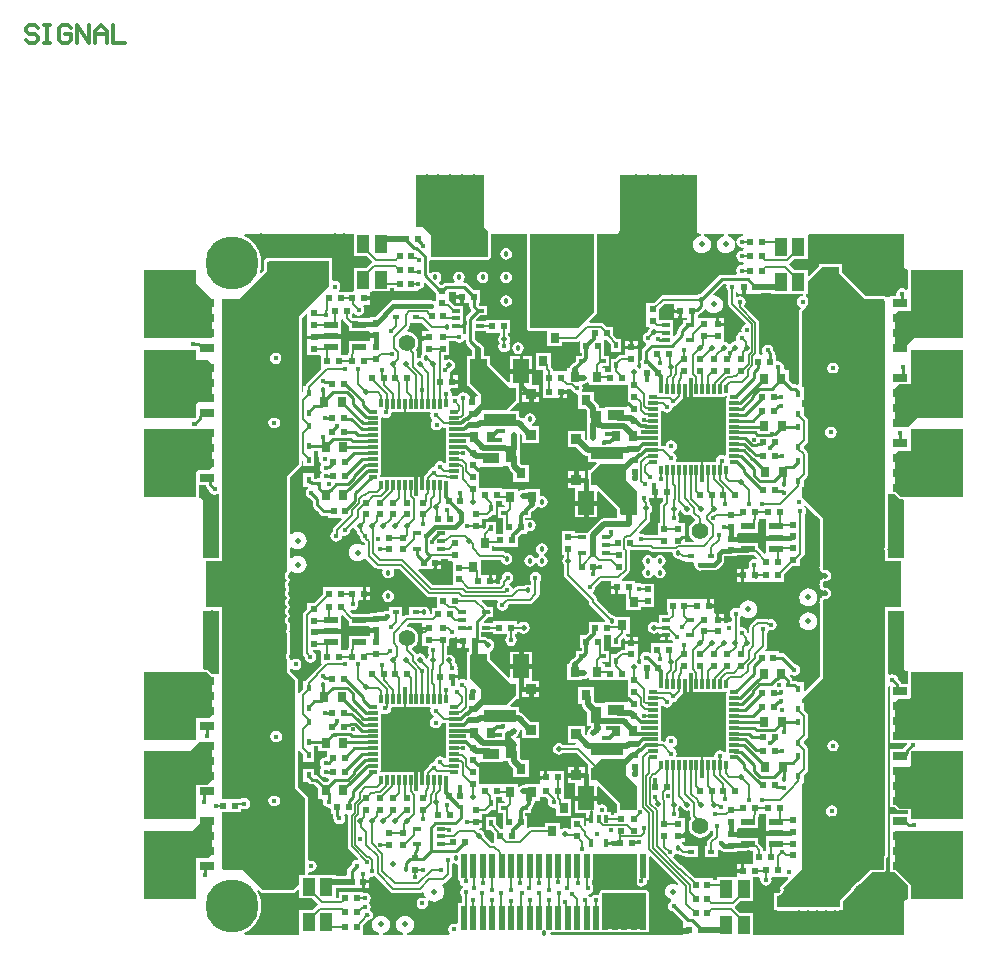
<source format=gtl>
G04*
G04 #@! TF.GenerationSoftware,Altium Limited,Altium Designer,19.1.7 (138)*
G04*
G04 Layer_Physical_Order=1*
G04 Layer_Color=255*
%FSLAX44Y44*%
%MOMM*%
G71*
G01*
G75*
%ADD10C,0.2540*%
%ADD12C,0.1524*%
%ADD13C,0.5000*%
%ADD14C,0.1270*%
%ADD15C,0.1778*%
%ADD16C,0.3556*%
%ADD18R,0.5000X0.6000*%
%ADD19R,2.8000X2.8000*%
%ADD20R,0.3000X0.8000*%
%ADD21R,0.3000X0.8500*%
%ADD22R,0.8000X0.3000*%
%ADD23R,0.8500X0.3000*%
%ADD24R,0.6000X0.5000*%
%ADD25R,0.6477X0.3000*%
%ADD26R,0.3000X0.6477*%
%ADD27R,0.5000X2.0000*%
%ADD28R,0.4008X0.6048*%
%ADD29R,4.5000X5.7500*%
%ADD30R,5.7500X4.5000*%
%ADD31R,1.2000X0.5588*%
%ADD32R,0.6048X0.4008*%
%ADD33R,6.0000X4.0000*%
%ADD34R,4.0000X6.0000*%
%ADD35R,0.8000X0.9000*%
%ADD36R,1.1500X0.6500*%
%ADD37R,2.6924X0.9906*%
%ADD38R,1.1000X1.5000*%
%ADD39R,0.9500X0.9000*%
%ADD40R,0.8000X0.9500*%
%ADD41R,1.4000X2.0000*%
%ADD42R,1.4000X0.9500*%
%ADD43R,0.9500X1.4000*%
%ADD72C,0.5000*%
%ADD73C,0.3000*%
%ADD74C,0.4064*%
%ADD75C,0.3810*%
%ADD76C,0.5080*%
%ADD77C,0.2794*%
%ADD78R,3.7000X3.0751*%
%ADD79C,4.5000*%
%ADD80C,1.4000*%
%ADD81C,0.4500*%
%ADD82C,0.4572*%
%ADD83C,0.6350*%
%ADD84C,0.8890*%
G36*
X121504Y300000D02*
X121770Y298662D01*
X122528Y297528D01*
X123662Y296770D01*
X124567Y296590D01*
X124525Y295303D01*
X123734Y295199D01*
X121911Y294444D01*
X120346Y293243D01*
X119145Y291678D01*
X118390Y289855D01*
X118133Y287899D01*
X118390Y285943D01*
X119145Y284121D01*
X120346Y282555D01*
X121911Y281354D01*
X123734Y280599D01*
X125690Y280342D01*
X127646Y280599D01*
X129469Y281354D01*
X131034Y282555D01*
X132235Y284121D01*
X132991Y285943D01*
X133248Y287899D01*
X132991Y289855D01*
X132235Y291678D01*
X131034Y293243D01*
X129469Y294444D01*
X127646Y295199D01*
X127385Y295234D01*
X127469Y296504D01*
X144232D01*
X144316Y295234D01*
X144054Y295199D01*
X142232Y294444D01*
X140666Y293243D01*
X139465Y291678D01*
X138710Y289855D01*
X138453Y287899D01*
X138710Y285943D01*
X139465Y284120D01*
X140666Y282555D01*
X142232Y281354D01*
X144054Y280599D01*
X146010Y280342D01*
X147966Y280599D01*
X149789Y281354D01*
X151354Y282555D01*
X152555Y284120D01*
X153310Y285943D01*
X153568Y287899D01*
X153310Y289855D01*
X152555Y291678D01*
X151354Y293243D01*
X149789Y294444D01*
X147966Y295199D01*
X147705Y295234D01*
X147788Y296504D01*
X160221D01*
X160726Y295234D01*
X160207Y294743D01*
X159500Y294883D01*
X157631Y294511D01*
X156047Y293453D01*
X154988Y291868D01*
X154616Y289999D01*
X154988Y288130D01*
X156047Y286546D01*
X157631Y285487D01*
X159500Y285115D01*
X160229Y285260D01*
X160321Y285185D01*
X160914Y284583D01*
X160859Y283163D01*
X160196Y282620D01*
X159500Y282758D01*
X157631Y282386D01*
X156047Y281328D01*
X154988Y279743D01*
X154616Y277874D01*
X154988Y276005D01*
X156047Y274421D01*
X157631Y273362D01*
X159500Y272990D01*
X160229Y273135D01*
X160321Y273060D01*
X160914Y272458D01*
X160859Y271038D01*
X160196Y270495D01*
X159500Y270633D01*
X157631Y270261D01*
X156047Y269203D01*
X154988Y267618D01*
X154616Y265749D01*
X154988Y263880D01*
X155293Y263424D01*
X154694Y262304D01*
X142421D01*
X140934Y262008D01*
X139674Y261166D01*
X124535Y246028D01*
X123367Y245795D01*
X121796Y244745D01*
X92651D01*
X92651Y244746D01*
X91313Y244479D01*
X90179Y243721D01*
X84670Y238212D01*
X78534D01*
Y228132D01*
Y218132D01*
X80808D01*
X81156Y217417D01*
X81290Y216862D01*
X80255Y215312D01*
X79876Y213406D01*
X78385Y213110D01*
X76801Y212051D01*
X75742Y210466D01*
X75370Y208598D01*
X75742Y206729D01*
X76801Y205144D01*
X78032Y204321D01*
X78395Y202887D01*
X75679Y200172D01*
X74837Y198912D01*
X74542Y197425D01*
Y190945D01*
X73914Y190006D01*
X73542Y188137D01*
X73914Y186269D01*
X74157Y185905D01*
X73712Y184635D01*
X73712D01*
X73712Y184635D01*
Y182908D01*
X72442Y182522D01*
X71636Y183729D01*
X70573Y184439D01*
X70958Y185709D01*
X71290D01*
Y195709D01*
Y199479D01*
X65750D01*
X60210D01*
Y194245D01*
X57399D01*
X57399Y194245D01*
X56061Y193979D01*
X54927Y193221D01*
X52757Y191051D01*
X48456D01*
Y180027D01*
X43540D01*
Y183039D01*
X41755D01*
X41224Y184309D01*
X41616Y184705D01*
X47088D01*
Y193793D01*
X42886D01*
Y195936D01*
X42924D01*
Y207016D01*
X44114Y207209D01*
X44402D01*
X48456Y203155D01*
Y196971D01*
X57544D01*
Y208099D01*
X53401D01*
X50044Y211455D01*
X50040Y211476D01*
Y214023D01*
X50107Y214360D01*
X50040Y214698D01*
Y218289D01*
X44905D01*
X42723Y220471D01*
X41588Y221229D01*
X40250Y221495D01*
X30729D01*
X30243Y222669D01*
X36375Y228801D01*
X36937Y229641D01*
X37134Y230632D01*
Y296504D01*
X52500D01*
X53838Y296770D01*
X54972Y297528D01*
X55730Y298662D01*
X55996Y300000D01*
Y346504D01*
X121504D01*
Y300000D01*
D02*
G37*
G36*
X-55933Y299683D02*
X-55730Y298662D01*
X-55454Y298249D01*
Y278117D01*
X-56218Y277353D01*
X-104035D01*
Y296059D01*
X-115413Y307437D01*
X-114927Y308610D01*
X-64860D01*
X-55933Y299683D01*
D02*
G37*
G36*
X296504Y270000D02*
X296770Y268662D01*
X297528Y267528D01*
X298662Y266770D01*
X299960Y266512D01*
Y249831D01*
X298690Y249446D01*
X298602Y249579D01*
X297017Y250637D01*
X295148Y251009D01*
X293279Y250637D01*
X291695Y249579D01*
X290636Y247994D01*
X290264Y246125D01*
X290467Y245109D01*
X289504Y243839D01*
X285194D01*
X285114Y243493D01*
X281558D01*
X280745Y244057D01*
X280443Y244205D01*
X280164Y244391D01*
X279993Y244425D01*
X279837Y244502D01*
X279502Y244523D01*
X279173Y244589D01*
X264074Y244589D01*
X244286Y264377D01*
X244286Y268550D01*
X244236Y268800D01*
Y271090D01*
X241946D01*
X241696Y271140D01*
X227696D01*
X227446Y271090D01*
X225156D01*
Y269673D01*
X216464Y260980D01*
X215290Y261466D01*
Y265863D01*
X204155D01*
X199783Y270235D01*
X200017Y271797D01*
X200473Y272101D01*
X204155Y275783D01*
X215290D01*
Y295863D01*
X216295Y296504D01*
X270000D01*
X270000Y296504D01*
X296504D01*
Y270000D01*
D02*
G37*
G36*
X-99540Y246546D02*
Y240392D01*
X-100810Y239713D01*
X-101631Y240262D01*
X-103500Y240634D01*
X-104618Y240412D01*
X-135500D01*
X-137284Y240057D01*
X-138796Y239046D01*
X-145563Y232279D01*
X-146574Y230767D01*
X-146597Y230651D01*
X-151054Y226194D01*
X-155542D01*
Y225347D01*
X-163726D01*
X-164170Y225259D01*
X-166054D01*
X-166392Y225326D01*
X-169070D01*
X-170212Y225635D01*
Y229393D01*
X-168942Y229778D01*
X-168453Y229047D01*
X-166869Y227988D01*
X-165000Y227616D01*
X-163131Y227988D01*
X-161547Y229047D01*
X-160488Y230631D01*
X-160116Y232500D01*
X-160488Y234369D01*
X-161204Y235440D01*
X-160567Y236710D01*
X-155210D01*
Y240980D01*
X-160250D01*
Y243520D01*
X-155210D01*
Y247216D01*
X-154368Y247983D01*
X-154050Y248056D01*
X-138208D01*
Y250600D01*
X-135288D01*
Y248556D01*
X-115208D01*
Y248785D01*
X-114500Y249366D01*
X-112631Y249738D01*
X-111047Y250797D01*
X-109988Y252381D01*
X-109616Y254250D01*
X-109759Y254970D01*
X-108589Y255595D01*
X-99540Y246546D01*
D02*
G37*
G36*
X-169288Y278056D02*
X-158152D01*
X-153780Y273684D01*
X-153786Y272891D01*
X-154015Y272123D01*
X-154470Y271819D01*
X-154470Y271818D01*
X-158152Y268136D01*
X-169288D01*
Y248056D01*
X-170448Y247790D01*
X-171523D01*
X-171861Y247857D01*
X-172199Y247790D01*
X-175290D01*
Y247704D01*
X-181145D01*
X-181476Y248258D01*
X-181678Y248974D01*
X-180738Y250381D01*
X-180366Y252250D01*
X-180738Y254119D01*
X-181797Y255703D01*
X-183381Y256762D01*
X-185250Y257134D01*
X-185890Y257006D01*
X-187160Y258049D01*
X-187160Y273500D01*
X-187210Y273750D01*
Y276040D01*
X-189500D01*
X-189750Y276090D01*
X-241286D01*
X-241536Y276040D01*
X-245040D01*
Y272578D01*
X-245090Y272343D01*
X-245087Y272328D01*
X-245090Y272313D01*
X-245090Y266073D01*
X-247768Y263394D01*
X-248891Y264067D01*
X-247822Y267591D01*
X-247339Y272500D01*
X-247822Y277409D01*
X-249254Y282129D01*
X-251579Y286479D01*
X-254708Y290292D01*
X-258521Y293421D01*
X-261913Y295234D01*
X-261595Y296504D01*
X-169288D01*
Y278056D01*
D02*
G37*
G36*
X162272Y246033D02*
X176042D01*
Y246435D01*
X184210D01*
Y245783D01*
X210953D01*
Y244374D01*
X209131Y244012D01*
X207547Y242953D01*
X206488Y241369D01*
X206116Y239500D01*
X206488Y237631D01*
X207547Y236047D01*
X208898Y235144D01*
X209307Y233757D01*
X208481Y232930D01*
X207919Y232090D01*
X207722Y231099D01*
Y175768D01*
Y169310D01*
X206452Y168632D01*
X205805Y169064D01*
X204318Y169360D01*
X202561D01*
X199402Y172519D01*
Y181605D01*
X195718D01*
X194877Y182875D01*
X195130Y184149D01*
X194758Y186018D01*
X193700Y187603D01*
X192115Y188661D01*
X190246Y189033D01*
X189538Y188892D01*
X188268Y189935D01*
Y194261D01*
X187113D01*
Y196017D01*
X186817Y197504D01*
X186170Y198473D01*
X185868Y199988D01*
X184810Y201573D01*
X183225Y202631D01*
X181356Y203003D01*
X179487Y202631D01*
X177903Y201573D01*
X176844Y199988D01*
X176472Y198119D01*
X176844Y196250D01*
X177325Y195531D01*
X176646Y194261D01*
X175066D01*
X174144Y195531D01*
X174237Y196004D01*
Y221571D01*
X173991Y222809D01*
X173289Y223860D01*
X161364Y235785D01*
X162262Y237130D01*
X162634Y238999D01*
X162262Y240868D01*
X161204Y242453D01*
X159619Y243511D01*
X157750Y243883D01*
X155881Y243511D01*
X155608Y243328D01*
X154487Y243927D01*
Y247282D01*
X154692Y247431D01*
X155962Y246786D01*
Y246033D01*
X159732D01*
Y251573D01*
X162272D01*
Y246033D01*
D02*
G37*
G36*
X146618Y253265D02*
X146367Y251999D01*
X146738Y250130D01*
X147797Y248546D01*
X148013Y248401D01*
Y237369D01*
X148259Y236130D01*
X148961Y235080D01*
X162802Y221239D01*
X162384Y219861D01*
X161881Y219761D01*
X160297Y218703D01*
X159238Y217118D01*
X158867Y215249D01*
X159172Y213713D01*
X157383Y213358D01*
X155799Y212299D01*
X154740Y210714D01*
X154368Y208846D01*
X154740Y206977D01*
X154832Y206839D01*
X154068Y205696D01*
X153928Y205724D01*
X151961Y205333D01*
X150294Y204219D01*
X149770Y203435D01*
X148243D01*
X147719Y204219D01*
X146052Y205333D01*
X144672Y205607D01*
Y215233D01*
Y219004D01*
X139132D01*
Y220273D01*
X137862D01*
Y225313D01*
X133592D01*
Y225313D01*
X132734D01*
Y225313D01*
X123293D01*
X122290Y225959D01*
X122290Y226320D01*
Y228472D01*
X123237Y228660D01*
X124497Y229502D01*
X127997Y233002D01*
X128037Y233062D01*
X128470Y233151D01*
X129536Y233020D01*
X130506Y231755D01*
X132072Y230554D01*
X133894Y229799D01*
X135850Y229542D01*
X137806Y229799D01*
X139629Y230554D01*
X141194Y231755D01*
X142395Y233320D01*
X143151Y235143D01*
X143408Y237099D01*
X143151Y239055D01*
X142395Y240878D01*
X141194Y242443D01*
X139629Y243644D01*
X137806Y244399D01*
X135936Y244646D01*
X135753Y244903D01*
X135369Y245875D01*
X144030Y254535D01*
X145773D01*
X146618Y253265D01*
D02*
G37*
G36*
X34544Y230632D02*
X20828Y216916D01*
X-20000D01*
Y296504D01*
X34544D01*
Y230632D01*
D02*
G37*
G36*
X-82540Y245020D02*
X-77500D01*
Y243750D01*
X-76230D01*
Y238210D01*
X-71385D01*
Y235459D01*
X-71089Y233972D01*
X-70247Y232712D01*
X-69285Y231750D01*
X-73187Y227848D01*
X-74029Y226588D01*
X-74325Y225102D01*
Y212288D01*
X-75595Y211903D01*
X-76297Y212953D01*
X-77025Y213440D01*
X-76722Y214710D01*
X-76722D01*
Y217480D01*
X-82500D01*
Y220020D01*
X-76722D01*
Y221210D01*
Y227710D01*
Y235790D01*
X-83334D01*
X-86905Y239361D01*
X-88040Y240119D01*
X-88460Y240203D01*
Y247865D01*
X-82540D01*
Y245020D01*
D02*
G37*
G36*
X102210Y237039D02*
Y232769D01*
X107250D01*
Y231499D01*
X108520D01*
Y225959D01*
X113366D01*
Y223824D01*
X110049D01*
Y221237D01*
X105905Y217093D01*
X105063Y215833D01*
X104768Y214347D01*
X104772Y214323D01*
X104768Y214300D01*
Y212510D01*
X102429Y210172D01*
X101159Y210698D01*
Y217323D01*
X101159D01*
Y223824D01*
X89614D01*
Y233268D01*
X94099Y237753D01*
X101236D01*
X102210Y237039D01*
D02*
G37*
G36*
X-288750Y241300D02*
Y209400D01*
X-289400Y208750D01*
X-302500D01*
X-319500Y225750D01*
X-319500Y248500D01*
X-309750Y258250D01*
X-305700Y258250D01*
X-288750Y241300D01*
D02*
G37*
G36*
X-74325Y206712D02*
Y205842D01*
X-74029Y204355D01*
X-73187Y203095D01*
X-68891Y198799D01*
Y193244D01*
X-70502D01*
X-70752Y193194D01*
X-73042D01*
Y190904D01*
X-73092Y190654D01*
Y170654D01*
X-73042Y170403D01*
Y168114D01*
X-71624D01*
X-64224Y160714D01*
X-64412Y159444D01*
X-67482D01*
Y154404D01*
X-70022D01*
Y159444D01*
X-71703D01*
X-71738Y159619D01*
X-72797Y161203D01*
X-74381Y162262D01*
X-76250Y162634D01*
X-78119Y162262D01*
X-79703Y161203D01*
X-80374Y160200D01*
X-81456Y159608D01*
X-82061Y159598D01*
X-83500Y159884D01*
X-85229Y159540D01*
X-85793Y159884D01*
X-86357Y160379D01*
X-86139Y161477D01*
X-86511Y163346D01*
X-87511Y164844D01*
X-87410Y165295D01*
X-87054Y166114D01*
X-81212D01*
Y170384D01*
X-86252D01*
Y171654D01*
X-87522D01*
Y177332D01*
X-88018Y178464D01*
X-87238Y179631D01*
X-87003Y180813D01*
X-86535Y180906D01*
X-84868Y182020D01*
X-83754Y183687D01*
X-83363Y185654D01*
X-83754Y187620D01*
X-84868Y189287D01*
X-86535Y190401D01*
X-88502Y190793D01*
X-90468Y190401D01*
X-91486Y189722D01*
X-92756Y190400D01*
Y194460D01*
X-88210D01*
Y206004D01*
X-83139D01*
X-81619Y204988D01*
X-79750Y204616D01*
X-77881Y204988D01*
X-76297Y206047D01*
X-75595Y207097D01*
X-74325Y206712D01*
D02*
G37*
G36*
X325000Y208749D02*
X305800D01*
X293750Y196699D01*
X288750D01*
Y228599D01*
X291798Y231647D01*
X319148D01*
X325000Y237499D01*
Y208749D01*
D02*
G37*
G36*
X-22590Y216916D02*
X-22393Y215925D01*
X-21831Y215085D01*
X-20991Y214523D01*
X-20000Y214326D01*
X-5524D01*
Y201841D01*
X7556D01*
Y205385D01*
X19132D01*
X20470Y205651D01*
X21574Y206389D01*
X21703Y206365D01*
X22844Y205853D01*
Y195936D01*
X23765D01*
Y193793D01*
X18912D01*
Y188737D01*
X17643Y187467D01*
X16534Y187247D01*
X14867Y186133D01*
X13753Y184466D01*
X13469Y183039D01*
X11460D01*
Y180291D01*
X-19D01*
Y180418D01*
X-286Y181756D01*
X-1044Y182890D01*
X-1876Y183723D01*
Y185770D01*
X-1944Y186108D01*
Y195921D01*
X-15024D01*
Y181841D01*
X-8783D01*
X-8714Y181496D01*
X-8556Y180291D01*
X-8556Y180291D01*
X-8556Y180291D01*
Y170098D01*
X-8556Y169211D01*
X-8556Y169211D01*
X-8476Y168861D01*
X-8476D01*
Y157781D01*
X5294D01*
Y163321D01*
X6564D01*
Y164591D01*
X11604D01*
Y165844D01*
X14212D01*
X15237Y164819D01*
X15300Y164501D01*
X16359Y162917D01*
X17943Y161858D01*
X19812Y161486D01*
X19979Y161519D01*
X20960Y160714D01*
Y148959D01*
X26773D01*
X28217Y147515D01*
Y142128D01*
X28316Y141631D01*
Y130337D01*
X28584D01*
Y123876D01*
X28782Y122879D01*
X27611Y122254D01*
X26542Y123323D01*
Y130135D01*
X11962D01*
Y116055D01*
X19275D01*
X25494Y109837D01*
X27161Y108723D01*
X29127Y108332D01*
X29500D01*
Y103525D01*
X36116D01*
X36602Y102351D01*
X30918Y96666D01*
X29500D01*
Y94377D01*
X29451Y94127D01*
Y89216D01*
X29500Y88966D01*
Y81885D01*
X26542D01*
Y87325D01*
X19253D01*
X11962D01*
Y81556D01*
X17962D01*
Y70615D01*
X27502D01*
X37042D01*
Y78484D01*
X38215Y78970D01*
X53913Y63273D01*
Y59345D01*
X53962Y59095D01*
Y56806D01*
X53032Y55984D01*
X42846D01*
X40879Y55593D01*
X39212Y54479D01*
X30116Y45384D01*
X29051Y43790D01*
X18248D01*
X18040Y44974D01*
Y45040D01*
X6960D01*
Y34960D01*
Y24960D01*
X9004D01*
Y23475D01*
X8866Y23384D01*
X7752Y21716D01*
X7361Y19750D01*
X7752Y17783D01*
X8866Y16116D01*
X9004Y16025D01*
Y8250D01*
X9270Y6912D01*
X10028Y5778D01*
X30004Y-14198D01*
Y-15000D01*
X30270Y-16338D01*
X31028Y-17472D01*
X43996Y-30440D01*
X43470Y-31710D01*
X29960D01*
Y-37852D01*
X29881Y-38250D01*
Y-40201D01*
X27099Y-42983D01*
X22844D01*
Y-54063D01*
X23765D01*
Y-56206D01*
X18912D01*
Y-61263D01*
X17643Y-62532D01*
X16533Y-62752D01*
X14866Y-63866D01*
X13752Y-65533D01*
X13469Y-66960D01*
X11460D01*
Y-81040D01*
X24540D01*
Y-80139D01*
X25750D01*
X27717Y-79748D01*
X29190Y-78763D01*
X30460Y-79135D01*
Y-81040D01*
X43210D01*
Y-81306D01*
X62962D01*
Y-86194D01*
Y-96194D01*
X62962D01*
X63033Y-96287D01*
Y-98401D01*
X62292Y-99364D01*
X43212D01*
Y-99443D01*
X42896Y-100582D01*
X35583D01*
X34139Y-99137D01*
Y-95500D01*
X34040Y-95003D01*
Y-86960D01*
X20960D01*
Y-101040D01*
X23861D01*
Y-101266D01*
X24253Y-103232D01*
X25366Y-104900D01*
X28316Y-107849D01*
Y-119662D01*
X31341D01*
X31647Y-120932D01*
X30088Y-122490D01*
X30088Y-122490D01*
X28974Y-124157D01*
X28583Y-126124D01*
X28781Y-127120D01*
X27611Y-127745D01*
X26542Y-126676D01*
Y-119864D01*
X11962D01*
Y-133944D01*
X18582D01*
X18938Y-134426D01*
X18298Y-135696D01*
X8298D01*
X8206Y-135558D01*
X6539Y-134444D01*
X4572Y-134053D01*
X2605Y-134444D01*
X938Y-135558D01*
X-176Y-137226D01*
X-567Y-139192D01*
X-176Y-141159D01*
X938Y-142826D01*
X2605Y-143940D01*
X4572Y-144331D01*
X6539Y-143940D01*
X8206Y-142826D01*
X8298Y-142688D01*
X19380D01*
X28967Y-152275D01*
X29500Y-153333D01*
X29500D01*
X29500Y-153333D01*
Y-155623D01*
X29450Y-155873D01*
Y-160783D01*
X29500Y-161033D01*
Y-168114D01*
X26542D01*
Y-162673D01*
X19252D01*
X11962D01*
Y-168444D01*
X17962D01*
Y-179384D01*
X27502D01*
X37042D01*
Y-171516D01*
X38215Y-171029D01*
X53912Y-186726D01*
Y-190654D01*
X53962Y-190904D01*
Y-193194D01*
X52783Y-193414D01*
X51356D01*
Y-194958D01*
X48894D01*
Y-193040D01*
X46523D01*
X45481Y-191770D01*
X45634Y-191000D01*
X45262Y-189131D01*
X44203Y-187547D01*
X42619Y-186488D01*
X40750Y-186116D01*
X38881Y-186488D01*
X38312Y-186868D01*
X37042Y-186189D01*
Y-181924D01*
X27502D01*
X17962D01*
Y-193194D01*
X27814D01*
Y-197548D01*
X31854D01*
Y-200088D01*
X27814D01*
Y-203708D01*
X26544Y-204234D01*
X25606Y-203296D01*
Y-198160D01*
X14526D01*
Y-206801D01*
X14449Y-206872D01*
X13256Y-207364D01*
X11967Y-206502D01*
X10000Y-206111D01*
X8033Y-206502D01*
X6794Y-207331D01*
X5524Y-206765D01*
Y-201842D01*
X-7556D01*
Y-205386D01*
X-19132D01*
X-19132Y-205386D01*
X-20470Y-205652D01*
X-21574Y-206390D01*
X-21702Y-206366D01*
X-22844Y-205854D01*
Y-195937D01*
X-23765D01*
Y-193794D01*
X-18912D01*
Y-190210D01*
X-17838Y-189137D01*
X-16945Y-187800D01*
X-16632Y-186224D01*
Y-185416D01*
X-16003Y-184475D01*
X-15718Y-183040D01*
X-11460D01*
Y-180292D01*
X-6388D01*
X-4427Y-182253D01*
X-4512Y-182381D01*
X-4884Y-184250D01*
X-4512Y-186119D01*
X-3453Y-187703D01*
X-1869Y-188762D01*
X0Y-189134D01*
X674Y-189000D01*
X1944Y-190042D01*
Y-195922D01*
X15024D01*
Y-181842D01*
X8783D01*
X8714Y-181497D01*
X8556Y-180292D01*
X8556Y-180292D01*
X8556Y-180292D01*
Y-170099D01*
X8556Y-169212D01*
X8556Y-169212D01*
X8476Y-168862D01*
X8476D01*
Y-157782D01*
X-5294D01*
Y-163322D01*
X-6564D01*
Y-164592D01*
X-11604D01*
Y-167750D01*
X-11604Y-168862D01*
X-12833Y-168960D01*
X-24540D01*
Y-169861D01*
X-25750D01*
X-27717Y-170252D01*
X-29190Y-171237D01*
X-30460Y-170865D01*
Y-168960D01*
X-43210D01*
Y-168948D01*
X-62962D01*
Y-163886D01*
Y-153806D01*
X-62962D01*
X-63033Y-153713D01*
Y-151599D01*
X-62292Y-150636D01*
X-43212D01*
Y-150557D01*
X-42896Y-149418D01*
X-38495D01*
Y-149644D01*
X-38103Y-151611D01*
X-36990Y-153278D01*
X-34040Y-156227D01*
Y-163040D01*
X-20960D01*
Y-148960D01*
X-26773D01*
X-28217Y-147516D01*
Y-142128D01*
X-28316Y-141632D01*
Y-130338D01*
X-31121D01*
X-31647Y-129068D01*
X-30088Y-127510D01*
X-28974Y-125843D01*
X-28583Y-123876D01*
X-28781Y-122880D01*
X-27611Y-122255D01*
X-26542Y-123323D01*
Y-130136D01*
X-11962D01*
Y-116056D01*
X-19275D01*
X-25493Y-109838D01*
X-27160Y-108724D01*
X-29127Y-108333D01*
X-29500D01*
Y-103525D01*
X-36116D01*
X-36602Y-102352D01*
X-30917Y-96667D01*
X-29500D01*
Y-94377D01*
X-29450Y-94127D01*
Y-89217D01*
X-29500Y-88967D01*
Y-81886D01*
X-26542D01*
Y-87326D01*
X-19252D01*
X-11962D01*
Y-81556D01*
X-17962D01*
Y-70616D01*
X-37042D01*
Y-78484D01*
X-38215Y-78970D01*
X-53912Y-63274D01*
Y-59346D01*
X-53962Y-59096D01*
Y-56806D01*
X-53035Y-55978D01*
X-51484Y-54942D01*
X-50370Y-53274D01*
X-49979Y-51308D01*
X-50370Y-49342D01*
X-51484Y-47674D01*
X-53151Y-46560D01*
X-55118Y-46169D01*
X-55246Y-46195D01*
X-56181Y-45259D01*
X-57441Y-44417D01*
X-58928Y-44121D01*
X-61139D01*
Y-40512D01*
X-51362D01*
Y-42116D01*
X-39532D01*
Y-43825D01*
X-40548Y-45345D01*
X-40920Y-47214D01*
X-40548Y-49083D01*
X-39489Y-50667D01*
X-37905Y-51726D01*
X-36036Y-52098D01*
X-34167Y-51726D01*
X-32583Y-50667D01*
X-31524Y-49083D01*
X-31152Y-47214D01*
X-31524Y-45345D01*
X-32540Y-43825D01*
Y-42116D01*
X-31282D01*
Y-40072D01*
X-29125D01*
X-29034Y-40210D01*
X-27366Y-41324D01*
X-25400Y-41715D01*
X-23433Y-41324D01*
X-21766Y-40210D01*
X-20652Y-38542D01*
X-20261Y-36576D01*
X-20652Y-34609D01*
X-21766Y-32942D01*
X-23433Y-31828D01*
X-25400Y-31437D01*
X-27366Y-31828D01*
X-29034Y-32942D01*
X-29125Y-33080D01*
X-31282D01*
Y-31036D01*
X-51362D01*
Y-32432D01*
X-58639D01*
X-59125Y-31259D01*
X-56054Y-28187D01*
X-55603Y-27512D01*
X-51054D01*
Y-23617D01*
X-50979Y-23242D01*
X-51054Y-22867D01*
Y-19432D01*
X-54489D01*
X-54864Y-19357D01*
X-55239Y-19432D01*
X-56188D01*
X-56710Y-18650D01*
X-56710Y-18650D01*
X-60893Y-14468D01*
X-60407Y-13294D01*
X-47689D01*
X-47049Y-14564D01*
X-47762Y-15631D01*
X-48134Y-17500D01*
X-47762Y-19369D01*
X-46703Y-20953D01*
X-45119Y-22012D01*
X-43250Y-22384D01*
X-41381Y-22012D01*
X-39797Y-20953D01*
X-38738Y-19369D01*
X-38381Y-17576D01*
X-37541Y-16736D01*
X-19990D01*
X-18652Y-16470D01*
X-17517Y-15712D01*
X-12778Y-10972D01*
X-12020Y-9838D01*
X-11754Y-8500D01*
Y2361D01*
X-10738Y3881D01*
X-10366Y5750D01*
X-10738Y7619D01*
X-11797Y9203D01*
X-13381Y10262D01*
X-15250Y10634D01*
X-17119Y10262D01*
X-18703Y9203D01*
X-19762Y7619D01*
X-20134Y5750D01*
X-19762Y3881D01*
X-18746Y2361D01*
Y542D01*
X-20016Y-325D01*
X-21250Y-80D01*
X-23133Y-454D01*
X-24704Y-1504D01*
X-30000D01*
X-31338Y-1770D01*
X-32472Y-2528D01*
X-33718Y-3774D01*
X-34933Y-3405D01*
X-34988Y-3131D01*
X-36047Y-1547D01*
X-37631Y-488D01*
X-37349Y735D01*
X-37039Y1238D01*
X-35454Y2297D01*
X-34396Y3881D01*
X-34024Y5750D01*
X-34396Y7619D01*
X-35454Y9203D01*
X-37039Y10262D01*
X-38908Y10634D01*
X-40777Y10262D01*
X-42361Y9203D01*
X-43420Y7619D01*
X-43792Y5750D01*
X-43704Y5308D01*
X-44562Y4450D01*
X-45319Y3316D01*
X-45585Y1978D01*
Y609D01*
X-45698Y496D01*
X-48710D01*
Y1230D01*
X-53750D01*
Y2500D01*
X-55020D01*
Y8040D01*
X-61143D01*
Y11639D01*
X-61210Y11977D01*
Y21004D01*
X-44522D01*
X-44296Y19867D01*
X-43229Y18271D01*
X-41633Y17204D01*
X-39750Y16830D01*
X-37867Y17204D01*
X-36271Y18271D01*
X-35204Y19867D01*
X-34829Y21750D01*
X-35204Y23633D01*
X-36271Y25229D01*
X-37867Y26296D01*
X-39720Y26665D01*
X-40028Y26972D01*
X-41162Y27730D01*
X-42500Y27996D01*
X-51710D01*
Y32143D01*
X-50040D01*
Y31710D01*
X-29960D01*
Y37852D01*
X-29881Y38250D01*
Y40201D01*
X-27099Y42983D01*
X-22844D01*
Y44685D01*
X-21574Y45392D01*
X-20000Y45079D01*
X-18117Y45454D01*
X-16521Y46521D01*
X-15454Y48117D01*
X-15079Y50000D01*
X-15454Y51883D01*
X-16521Y53479D01*
X-18117Y54546D01*
X-20000Y54921D01*
X-21883Y54546D01*
X-22025Y54451D01*
X-22600Y54179D01*
X-23765Y54638D01*
Y56206D01*
X-18912D01*
Y61263D01*
X-17643Y62532D01*
X-16533Y62752D01*
X-14866Y63866D01*
X-13918Y65286D01*
X-13215Y65641D01*
X-12404Y65802D01*
X-11883Y65454D01*
X-10000Y65079D01*
X-8117Y65454D01*
X-6521Y66521D01*
X-5454Y68117D01*
X-5080Y70000D01*
X-5454Y71883D01*
X-6521Y73479D01*
X-8117Y74546D01*
X-10000Y74921D01*
X-10478Y74825D01*
X-11460Y75631D01*
Y81040D01*
X-24540D01*
Y80139D01*
X-25750D01*
X-27717Y79748D01*
X-29190Y78763D01*
X-30460Y79135D01*
Y81040D01*
X-43210D01*
Y81306D01*
X-62962D01*
Y86114D01*
Y96194D01*
X-62962D01*
X-63033Y96287D01*
Y98401D01*
X-62292Y99364D01*
X-43212D01*
Y99443D01*
X-42896Y100582D01*
X-38495D01*
Y100356D01*
X-38103Y98389D01*
X-36990Y96722D01*
X-34040Y93773D01*
Y86960D01*
X-20960D01*
Y101040D01*
X-26773D01*
X-28217Y102484D01*
Y107872D01*
X-28316Y108368D01*
Y119662D01*
X-28583D01*
Y126124D01*
X-28781Y127120D01*
X-27611Y127745D01*
X-26542Y126676D01*
Y119864D01*
X-11962D01*
Y133944D01*
X-18201D01*
X-18328Y134117D01*
X-18234Y134712D01*
X-17860Y135626D01*
X-16521Y136521D01*
X-15454Y138117D01*
X-15079Y140000D01*
X-15454Y141883D01*
X-16521Y143479D01*
X-18117Y144546D01*
X-20000Y144921D01*
X-21883Y144546D01*
X-23479Y143479D01*
X-24546Y141883D01*
X-24701Y141104D01*
X-24715Y141088D01*
X-26102Y140569D01*
X-27160Y141276D01*
X-29127Y141667D01*
X-29500D01*
Y146475D01*
X-36116D01*
X-36602Y147648D01*
X-30917Y153333D01*
X-29500D01*
Y155623D01*
X-29450Y155873D01*
Y165779D01*
X-29500Y166029D01*
Y168114D01*
X-26542D01*
Y162674D01*
X-19252D01*
X-11962D01*
Y168444D01*
X-17962D01*
Y179384D01*
X-37042D01*
Y171516D01*
X-38215Y171029D01*
X-53912Y186726D01*
Y190654D01*
X-53962Y190904D01*
Y193194D01*
X-56252D01*
X-56502Y193244D01*
X-58613D01*
Y199154D01*
X-59004Y201120D01*
X-60118Y202787D01*
X-61785Y203901D01*
X-63309Y204204D01*
X-66555Y207451D01*
Y214710D01*
X-56790D01*
Y212960D01*
X-45246D01*
Y211225D01*
X-45384Y211134D01*
X-46498Y209466D01*
X-46889Y207500D01*
X-46498Y205534D01*
X-45657Y204275D01*
X-46262Y203369D01*
X-46634Y201500D01*
X-46262Y199631D01*
X-45203Y198047D01*
X-43619Y196988D01*
X-41750Y196616D01*
X-39881Y196988D01*
X-38297Y198047D01*
X-37238Y199631D01*
X-36866Y201500D01*
X-37238Y203369D01*
X-37843Y204275D01*
X-37002Y205534D01*
X-36611Y207500D01*
X-37002Y209466D01*
X-38116Y211134D01*
X-38254Y211225D01*
Y212960D01*
X-36710D01*
Y224040D01*
X-56790D01*
Y222790D01*
X-65462D01*
X-65988Y224060D01*
X-62338Y227710D01*
X-56274D01*
Y235790D01*
X-62338D01*
X-63488Y236940D01*
X-63307Y238210D01*
X-62460D01*
Y249290D01*
X-67546D01*
X-72753Y254497D01*
X-74013Y255339D01*
X-75500Y255635D01*
X-75735D01*
X-76264Y256905D01*
X-75454Y258117D01*
X-75079Y260000D01*
X-75454Y261883D01*
X-76521Y263479D01*
X-78117Y264546D01*
X-80000Y264921D01*
X-81883Y264546D01*
X-83479Y263479D01*
X-84546Y261883D01*
X-84921Y260000D01*
X-84546Y258117D01*
X-83736Y256905D01*
X-84265Y255635D01*
X-90750D01*
X-92237Y255339D01*
X-93497Y254497D01*
X-94328Y253666D01*
X-95672D01*
X-97015Y255009D01*
X-96891Y256273D01*
X-96521Y256521D01*
X-95454Y258117D01*
X-95079Y260000D01*
X-95454Y261883D01*
X-96521Y263479D01*
X-98117Y264546D01*
X-100000Y264921D01*
X-101883Y264546D01*
X-103479Y263479D01*
X-104808Y263690D01*
X-105305Y264147D01*
Y273735D01*
X-104035Y274763D01*
X-56218D01*
X-55227Y274960D01*
X-54387Y275522D01*
X-53623Y276286D01*
X-53061Y277126D01*
X-52864Y278117D01*
Y296205D01*
X-52500Y296504D01*
X-22590D01*
Y216916D01*
D02*
G37*
G36*
X-178363Y224412D02*
X-178315Y224170D01*
X-177557Y223036D01*
X-173879Y219358D01*
X-173027Y218789D01*
Y214591D01*
X-155947D01*
X-155542Y213489D01*
Y212424D01*
X-150002D01*
Y209884D01*
X-155542D01*
Y207361D01*
X-155947Y206259D01*
X-173027D01*
Y199358D01*
X-173094Y199020D01*
Y197173D01*
X-173224Y197043D01*
X-173982Y195909D01*
X-174248Y194571D01*
Y194444D01*
X-175792D01*
Y194444D01*
X-176462D01*
Y194444D01*
X-179527D01*
X-179823Y195591D01*
X-179823D01*
Y205091D01*
Y209155D01*
X-188363D01*
Y211695D01*
X-179823D01*
Y214591D01*
Y223986D01*
X-178722Y224620D01*
X-178363Y224412D01*
D02*
G37*
G36*
X-105558Y215810D02*
X-105563Y215672D01*
X-105959Y214540D01*
X-111040D01*
Y210770D01*
X-105500D01*
Y208230D01*
X-111040D01*
Y204460D01*
Y195356D01*
X-111229Y195229D01*
X-112296Y193633D01*
X-112485Y192685D01*
X-113037Y191862D01*
X-114427Y191639D01*
X-115376Y192433D01*
Y196363D01*
X-115642Y197701D01*
X-116400Y198835D01*
X-116565Y199000D01*
X-115919Y199843D01*
X-114958Y202163D01*
X-114630Y204654D01*
X-114958Y207144D01*
X-115919Y209465D01*
X-117448Y211458D01*
X-119441Y212987D01*
X-121762Y213948D01*
X-123776Y214213D01*
X-124310Y215475D01*
X-122757Y217028D01*
X-122757Y217028D01*
X-122000Y218162D01*
X-121733Y219500D01*
X-121733Y219500D01*
Y221706D01*
X-111454D01*
X-105558Y215810D01*
D02*
G37*
G36*
X-208542Y228636D02*
Y224364D01*
Y214364D01*
Y210674D01*
X-203002D01*
Y208134D01*
X-208542D01*
Y204364D01*
Y194364D01*
X-197779D01*
X-197462Y194364D01*
X-196542Y193519D01*
Y183364D01*
X-196542D01*
X-196264Y182694D01*
X-202722Y176236D01*
X-202750Y176195D01*
X-209722Y169222D01*
X-210480Y168088D01*
X-210530Y167838D01*
X-211794D01*
Y162756D01*
X-211890Y162692D01*
X-213160Y163371D01*
X-213160Y225677D01*
X-209715Y229122D01*
X-208542Y228636D01*
D02*
G37*
G36*
X-305000Y190000D02*
X-292450D01*
X-288750Y186300D01*
Y154400D01*
X-300600D01*
X-305000Y150000D01*
X-325000Y170000D01*
Y198750D01*
X-313750D01*
X-305000Y190000D01*
D02*
G37*
G36*
X30460Y170865D02*
Y168959D01*
X43210D01*
Y168947D01*
X62962D01*
Y163806D01*
Y153806D01*
X62962D01*
X63034Y153712D01*
Y151598D01*
X62292Y150635D01*
X43212D01*
Y150557D01*
X42896Y149417D01*
X38495D01*
Y149643D01*
X38104Y151610D01*
X36990Y153277D01*
X34040Y156227D01*
Y163039D01*
X24694D01*
X24096Y164159D01*
X24324Y164501D01*
X24696Y166370D01*
X24433Y167689D01*
X24540Y168959D01*
X25431Y169860D01*
X25750D01*
X27717Y170252D01*
X29190Y171236D01*
X30460Y170865D01*
D02*
G37*
G36*
X112293Y158680D02*
X114753D01*
Y165470D01*
X116983D01*
Y158680D01*
X145063D01*
Y159180D01*
X146483D01*
Y157760D01*
X145983D01*
Y149680D01*
Y139680D01*
Y129680D01*
Y119680D01*
Y109544D01*
X144713Y108865D01*
X144119Y109262D01*
X142250Y109634D01*
X140381Y109262D01*
X138797Y108203D01*
X137738Y106619D01*
X137366Y104750D01*
X137368Y104741D01*
X136562Y103760D01*
X126982D01*
Y96970D01*
X125063D01*
Y103760D01*
X104669D01*
X104005Y104804D01*
X104025Y105030D01*
X104386Y106846D01*
X104014Y108714D01*
X102956Y110299D01*
X101575Y111222D01*
X101556Y112161D01*
X101653Y112581D01*
X103134Y113570D01*
X104192Y115154D01*
X104564Y117023D01*
X104192Y118892D01*
X103134Y120477D01*
X101549Y121536D01*
X99680Y121907D01*
X97811Y121536D01*
X96227Y120477D01*
X95168Y118892D01*
X94954Y117817D01*
X94698Y117592D01*
X93600Y117022D01*
X93600D01*
X92628Y117216D01*
X91063D01*
Y124680D01*
Y134680D01*
Y146830D01*
X92333Y147215D01*
X92549Y146892D01*
X94133Y145833D01*
X96002Y145462D01*
X97871Y145833D01*
X99456Y146892D01*
X100514Y148476D01*
X100674Y149282D01*
X101252Y150462D01*
X103121Y150833D01*
X104706Y151892D01*
X105764Y153476D01*
X105987Y154597D01*
X108474Y157084D01*
X108474Y157084D01*
X109232Y158218D01*
X109324Y158680D01*
X110063D01*
Y165470D01*
X112293D01*
Y158680D01*
D02*
G37*
G36*
X-56502Y185654D02*
X-36627Y165779D01*
X-32040D01*
Y155873D01*
X-40009Y147904D01*
X-59752D01*
X-61181Y146475D01*
X-61504D01*
Y146152D01*
X-65752Y141904D01*
X-65752D01*
X-69252Y145404D01*
X-65292Y149364D01*
X-63212D01*
Y151444D01*
X-61502Y153154D01*
X-61502D01*
Y161654D01*
X-70502Y170654D01*
Y190654D01*
X-56502D01*
Y185654D01*
D02*
G37*
G36*
X-125063Y146240D02*
X-104668D01*
X-104004Y145195D01*
X-104024Y144970D01*
X-104386Y143154D01*
X-104014Y141285D01*
X-102955Y139700D01*
X-102853Y138105D01*
X-103512Y137119D01*
X-103884Y135250D01*
X-103512Y133381D01*
X-102453Y131797D01*
X-100869Y130738D01*
X-99000Y130366D01*
X-97131Y130738D01*
X-95547Y131797D01*
X-95169Y132361D01*
X-93966Y133049D01*
X-93377Y132932D01*
X-92628Y132783D01*
X-91063D01*
Y122240D01*
Y112240D01*
Y103169D01*
X-92333Y102784D01*
X-92549Y103107D01*
X-94133Y104166D01*
X-96002Y104538D01*
X-97871Y104166D01*
X-99455Y103107D01*
X-100514Y101523D01*
X-100674Y100718D01*
X-101252Y99538D01*
X-103121Y99166D01*
X-104705Y98107D01*
X-105764Y96523D01*
X-105987Y95403D01*
X-108474Y92915D01*
X-109232Y91781D01*
X-109324Y91320D01*
X-110063D01*
Y84530D01*
X-112293D01*
Y91320D01*
X-114753D01*
Y84530D01*
X-116982D01*
Y91320D01*
X-145063D01*
Y90820D01*
X-146483D01*
Y92240D01*
X-145983D01*
Y102240D01*
Y112240D01*
Y122240D01*
Y132240D01*
Y141123D01*
X-144713Y141802D01*
X-143869Y141238D01*
X-142000Y140866D01*
X-140131Y141238D01*
X-138547Y142297D01*
X-137488Y143881D01*
X-137116Y145750D01*
X-136714Y146240D01*
X-126982D01*
Y153030D01*
X-125063D01*
Y146240D01*
D02*
G37*
G36*
X325000Y169999D02*
Y141249D01*
X307800D01*
X300250Y133699D01*
X288750D01*
Y165599D01*
X292568Y169417D01*
X304418D01*
X315000Y179999D01*
X325000Y169999D01*
D02*
G37*
G36*
X-199579Y108876D02*
X-199334D01*
X-198414Y107606D01*
X-198634Y106500D01*
X-198262Y104631D01*
X-197203Y103047D01*
X-197001Y101384D01*
X-197512Y100619D01*
X-197884Y98750D01*
X-197512Y96881D01*
X-196964Y96060D01*
X-196408Y94905D01*
X-197467Y93320D01*
X-197838Y91451D01*
X-197796Y91240D01*
X-198668Y90051D01*
X-200119Y89762D01*
X-200630Y89421D01*
X-202701D01*
X-202706Y89426D01*
Y94040D01*
X-211794D01*
Y82912D01*
X-207808D01*
X-207456Y81752D01*
X-207524Y81574D01*
X-208453Y80953D01*
X-209512Y79369D01*
X-209884Y77500D01*
X-209512Y75631D01*
X-208453Y74047D01*
X-206869Y72988D01*
X-205761Y72768D01*
X-203885Y70891D01*
Y67500D01*
X-203589Y66013D01*
X-202747Y64753D01*
X-197142Y59148D01*
X-195882Y58306D01*
X-194395Y58011D01*
X-191159D01*
Y56355D01*
X-179710D01*
X-179224Y55182D01*
X-186017Y48389D01*
X-186774Y47255D01*
X-187041Y45917D01*
Y44729D01*
X-187453Y44453D01*
X-188512Y42869D01*
X-188884Y41000D01*
X-188512Y39131D01*
X-187453Y37547D01*
X-185869Y36488D01*
X-184000Y36116D01*
X-182131Y36488D01*
X-180547Y37547D01*
X-179488Y39131D01*
X-179233Y40414D01*
X-178856Y41073D01*
X-177889Y41343D01*
X-176750Y41116D01*
X-174881Y41488D01*
X-173297Y42547D01*
X-172238Y44131D01*
X-171881Y45924D01*
X-169775Y48030D01*
X-168560Y47662D01*
X-168517Y47447D01*
X-167404Y45780D01*
X-166650Y45276D01*
Y45055D01*
X-166383Y43717D01*
X-165626Y42583D01*
X-164121Y41078D01*
X-163764Y39285D01*
X-162705Y37700D01*
X-161744Y37058D01*
X-161203Y36249D01*
X-159996Y35042D01*
Y33640D01*
X-161266Y33013D01*
X-161973Y33556D01*
X-163796Y34311D01*
X-165752Y34568D01*
X-167708Y34311D01*
X-169531Y33556D01*
X-171096Y32355D01*
X-172297Y30789D01*
X-173052Y28967D01*
X-173309Y27011D01*
X-173052Y25055D01*
X-172297Y23232D01*
X-171096Y21667D01*
X-169531Y20465D01*
X-167708Y19710D01*
X-165752Y19453D01*
X-163796Y19710D01*
X-161973Y20465D01*
X-160419Y21658D01*
X-160154Y21850D01*
X-159520Y21829D01*
X-158830Y21636D01*
X-151472Y14278D01*
X-150338Y13520D01*
X-149000Y13254D01*
X-144977D01*
X-144378Y12134D01*
X-144546Y11883D01*
X-144921Y10000D01*
X-144546Y8117D01*
X-143479Y6521D01*
X-141883Y5454D01*
X-140000Y5080D01*
X-138117Y5454D01*
X-136521Y6521D01*
X-135454Y8117D01*
X-135079Y10000D01*
X-135454Y11883D01*
X-135622Y12134D01*
X-135023Y13254D01*
X-130448D01*
X-107472Y-9722D01*
X-106338Y-10480D01*
X-105000Y-10746D01*
X-98540D01*
Y-19540D01*
X-99783Y-19606D01*
X-102830D01*
Y-24265D01*
X-103867Y-24984D01*
X-104652Y-23904D01*
X-104622Y-23750D01*
X-104996Y-21867D01*
X-106063Y-20271D01*
X-107659Y-19204D01*
X-109542Y-18829D01*
X-111425Y-19204D01*
X-111428Y-19206D01*
X-122040D01*
Y-25714D01*
X-123940D01*
X-125278Y-25980D01*
X-126412Y-26738D01*
X-126412Y-26738D01*
X-126787Y-27113D01*
X-127960Y-26627D01*
Y-19206D01*
X-139088D01*
Y-21298D01*
X-140358Y-22340D01*
X-141002Y-22212D01*
X-142871Y-22584D01*
X-144455Y-23643D01*
X-144505Y-23717D01*
X-149534D01*
X-149984Y-23806D01*
X-155542D01*
Y-24653D01*
X-163726D01*
X-164170Y-24741D01*
X-166054D01*
X-166392Y-24674D01*
X-169959D01*
X-172141Y-22492D01*
X-171501Y-21335D01*
X-170000Y-21634D01*
X-168131Y-21262D01*
X-166547Y-20203D01*
X-165488Y-18619D01*
X-165116Y-16750D01*
X-165488Y-14881D01*
X-165702Y-14560D01*
X-165024Y-13290D01*
X-161520D01*
Y-7750D01*
Y-2210D01*
X-171523D01*
X-171861Y-2143D01*
X-172199Y-2210D01*
X-175290D01*
Y-2296D01*
X-195292D01*
Y-8442D01*
X-202406Y-15556D01*
X-208542D01*
Y-20692D01*
X-211472Y-23622D01*
X-212230Y-24756D01*
X-212496Y-26094D01*
Y-58000D01*
X-212230Y-59338D01*
X-211472Y-60472D01*
X-210619Y-61325D01*
X-210262Y-63119D01*
X-209203Y-64703D01*
X-207619Y-65762D01*
X-205750Y-66134D01*
X-203881Y-65762D01*
X-202297Y-64703D01*
X-201238Y-63119D01*
X-200866Y-61250D01*
X-201238Y-59381D01*
X-202297Y-57797D01*
X-203629Y-56906D01*
X-203405Y-55636D01*
X-197779D01*
X-197462Y-55636D01*
X-196542Y-56481D01*
Y-66636D01*
X-196542D01*
X-196264Y-67306D01*
X-202722Y-73764D01*
X-202750Y-73805D01*
X-209722Y-80778D01*
X-210480Y-81912D01*
X-210530Y-82162D01*
X-211794D01*
Y-88345D01*
X-214722Y-91274D01*
X-215140Y-91899D01*
X-216410Y-91514D01*
Y-81150D01*
X-216607Y-80159D01*
X-217169Y-79319D01*
X-222910Y-73577D01*
Y-71683D01*
X-221994Y-71319D01*
X-221640Y-71246D01*
X-220119Y-72262D01*
X-218250Y-72634D01*
X-216381Y-72262D01*
X-214797Y-71203D01*
X-213738Y-69619D01*
X-213366Y-67750D01*
X-213738Y-65881D01*
X-214797Y-64297D01*
X-216381Y-63238D01*
X-218250Y-62866D01*
X-220119Y-63238D01*
X-221640Y-64254D01*
X-222004Y-64179D01*
X-222892Y-63831D01*
X-222911Y-63818D01*
X-222960Y-63574D01*
Y-63319D01*
X-223058Y-63083D01*
X-223107Y-62833D01*
X-223249Y-62621D01*
X-223347Y-62385D01*
X-223856Y-61623D01*
X-224030Y-60750D01*
X-223856Y-59877D01*
X-223347Y-59115D01*
X-223249Y-58879D01*
X-223107Y-58667D01*
X-223058Y-58417D01*
X-222960Y-58181D01*
Y-57926D01*
X-222910Y-57676D01*
Y-42076D01*
X-222960Y-41826D01*
Y-41571D01*
X-223058Y-41335D01*
X-223107Y-41085D01*
X-223249Y-40873D01*
X-223347Y-40637D01*
X-223356Y-40623D01*
X-223530Y-39750D01*
X-223356Y-38877D01*
X-223347Y-38863D01*
X-223249Y-38627D01*
X-223107Y-38415D01*
X-223058Y-38165D01*
X-222960Y-37929D01*
Y-37674D01*
X-222910Y-37424D01*
Y-33800D01*
X-222960Y-33549D01*
Y-33294D01*
X-223058Y-33059D01*
X-223107Y-32808D01*
X-223249Y-32596D01*
X-223347Y-32361D01*
X-223527Y-32181D01*
X-223669Y-31968D01*
X-223881Y-31827D01*
X-224061Y-31646D01*
X-224112Y-31612D01*
X-224606Y-30872D01*
X-224780Y-30000D01*
X-224606Y-29127D01*
X-223826Y-27959D01*
X-223729Y-27724D01*
X-223587Y-27512D01*
X-223537Y-27262D01*
X-223439Y-27026D01*
Y-26771D01*
X-223390Y-26521D01*
Y-25979D01*
X-223439Y-25729D01*
Y-25474D01*
X-223537Y-25238D01*
X-223587Y-24988D01*
X-223729Y-24776D01*
X-223826Y-24541D01*
X-224606Y-23372D01*
X-224780Y-22500D01*
X-224606Y-21627D01*
X-223826Y-20459D01*
X-223729Y-20224D01*
X-223587Y-20012D01*
X-223537Y-19762D01*
X-223439Y-19526D01*
Y-19271D01*
X-223390Y-19021D01*
Y-18479D01*
X-223439Y-18229D01*
Y-17974D01*
X-223537Y-17738D01*
X-223587Y-17488D01*
X-223729Y-17276D01*
X-223826Y-17040D01*
X-224606Y-15872D01*
X-224780Y-15000D01*
X-224606Y-14128D01*
X-223826Y-12960D01*
X-223729Y-12724D01*
X-223587Y-12512D01*
X-223537Y-12262D01*
X-223439Y-12026D01*
Y-11771D01*
X-223390Y-11521D01*
Y-10979D01*
X-223439Y-10729D01*
Y-10474D01*
X-223537Y-10238D01*
X-223587Y-9988D01*
X-223729Y-9776D01*
X-223826Y-9541D01*
X-224606Y-8373D01*
X-224780Y-7500D01*
X-224606Y-6628D01*
X-224282Y-6141D01*
X-224166Y-5863D01*
X-224008Y-5606D01*
X-223653Y-4654D01*
X-223587Y-4246D01*
X-223492Y-3844D01*
X-223507Y-3750D01*
X-223492Y-3656D01*
X-223587Y-3254D01*
X-223653Y-2846D01*
X-224008Y-1894D01*
X-224166Y-1637D01*
X-224282Y-1359D01*
X-224606Y-873D01*
X-224780Y0D01*
X-224606Y873D01*
X-223826Y2041D01*
X-223729Y2276D01*
X-223587Y2488D01*
X-223537Y2738D01*
X-223439Y2974D01*
Y3229D01*
X-223390Y3479D01*
Y4021D01*
X-223439Y4271D01*
Y4526D01*
X-223537Y4762D01*
X-223587Y5012D01*
X-223729Y5224D01*
X-223826Y5459D01*
X-224606Y6627D01*
X-224780Y7500D01*
X-224606Y8372D01*
X-224112Y9112D01*
X-224061Y9146D01*
X-223881Y9327D01*
X-223669Y9468D01*
X-223527Y9681D01*
X-223347Y9861D01*
X-223249Y10096D01*
X-223107Y10309D01*
X-223058Y10559D01*
X-222960Y10794D01*
Y10807D01*
X-222338Y11216D01*
X-221997Y11307D01*
X-221640Y11310D01*
X-220331Y10305D01*
X-218508Y9550D01*
X-216552Y9293D01*
X-214596Y9550D01*
X-212773Y10305D01*
X-211208Y11507D01*
X-210007Y13072D01*
X-209252Y14894D01*
X-208994Y16851D01*
X-209252Y18807D01*
X-210007Y20629D01*
X-211208Y22195D01*
X-212773Y23396D01*
X-214596Y24151D01*
X-216552Y24408D01*
X-218508Y24151D01*
X-220331Y23396D01*
X-221640Y22391D01*
X-222910Y22785D01*
Y31237D01*
X-221640Y31630D01*
X-220331Y30625D01*
X-218508Y29870D01*
X-216552Y29613D01*
X-214596Y29870D01*
X-212773Y30625D01*
X-211208Y31827D01*
X-210007Y33392D01*
X-209252Y35215D01*
X-208994Y37171D01*
X-209252Y39127D01*
X-210007Y40949D01*
X-211208Y42515D01*
X-212773Y43716D01*
X-214596Y44471D01*
X-216552Y44728D01*
X-218508Y44471D01*
X-220331Y43716D01*
X-221640Y42711D01*
X-222910Y43105D01*
Y90927D01*
X-213919Y99919D01*
X-213357Y100759D01*
X-213160Y101750D01*
Y104427D01*
X-211890Y105106D01*
X-211794Y105042D01*
Y99960D01*
X-202706D01*
Y110017D01*
X-202706Y111088D01*
X-202706D01*
Y111287D01*
X-202706D01*
Y112966D01*
X-199579D01*
Y108876D01*
D02*
G37*
G36*
X-288750Y99400D02*
X-291400Y96750D01*
X-300750D01*
X-305000Y92500D01*
X-315000D01*
X-325000Y102500D01*
Y131250D01*
X-302500D01*
X-302450Y131300D01*
X-288750D01*
Y99400D01*
D02*
G37*
G36*
X325000Y112499D02*
Y82499D01*
X302500Y73749D01*
X293700D01*
X288750Y78699D01*
Y110599D01*
X291400Y113249D01*
X305750D01*
X315000Y122499D01*
X325000Y112499D01*
D02*
G37*
G36*
X69252Y104595D02*
X65292Y100635D01*
X63212D01*
Y98555D01*
X61502Y96846D01*
X61502D01*
Y88345D01*
X70502Y79345D01*
Y59345D01*
X56502D01*
Y64345D01*
X36627Y84221D01*
X32164D01*
Y88596D01*
X32040Y89216D01*
Y94127D01*
X40009Y102095D01*
X59752D01*
X61181Y103525D01*
X61504D01*
Y103848D01*
X65752Y108096D01*
X65752D01*
X69252Y104595D01*
D02*
G37*
G36*
X179823Y54408D02*
X179823D01*
Y43740D01*
Y40844D01*
X188363D01*
Y38304D01*
X179823D01*
Y34240D01*
Y26493D01*
X178553Y25967D01*
X173880Y30641D01*
X173027Y31211D01*
Y35408D01*
X155947D01*
X155542Y36510D01*
Y37576D01*
X150002D01*
Y40116D01*
X155542D01*
Y42638D01*
X155947Y43740D01*
X173027D01*
Y50641D01*
X173095Y50979D01*
Y52826D01*
X173224Y52956D01*
X173982Y54090D01*
X174248Y55429D01*
Y55556D01*
X175792D01*
Y55555D01*
X176462D01*
Y55556D01*
X179527D01*
X179823Y54408D01*
D02*
G37*
G36*
X-43540Y66960D02*
X-41754D01*
X-41224Y65690D01*
X-41615Y65294D01*
X-47088D01*
Y56206D01*
X-42885D01*
Y54063D01*
X-42924D01*
Y42983D01*
X-44114Y42790D01*
X-48456D01*
Y53282D01*
X-57544D01*
Y48626D01*
X-59037Y47134D01*
X-60210Y47620D01*
Y47980D01*
X-65750D01*
Y50520D01*
X-60210D01*
Y55754D01*
X-56574D01*
X-55236Y56020D01*
X-54102Y56778D01*
X-51678Y59202D01*
X-48456D01*
Y70226D01*
X-43540D01*
Y66960D01*
D02*
G37*
G36*
X87522Y72806D02*
X92756D01*
Y70544D01*
X91278Y69066D01*
X90520Y67931D01*
X90254Y66593D01*
Y52039D01*
X88210D01*
Y41996D01*
X77889D01*
X76369Y43012D01*
X74500Y43384D01*
X73095Y43104D01*
X72469Y44275D01*
X80958Y52764D01*
X81716Y53898D01*
X81982Y55236D01*
Y60791D01*
X82120Y60882D01*
X83234Y62550D01*
X83625Y64516D01*
X83234Y66483D01*
X82120Y68150D01*
X81982Y68242D01*
Y68580D01*
X81716Y69918D01*
X80958Y71052D01*
X80759Y71252D01*
X81012Y71631D01*
X81246Y72806D01*
X84982D01*
Y78346D01*
X87522D01*
Y72806D01*
D02*
G37*
G36*
X108313Y62593D02*
X108505Y61629D01*
X109619Y59962D01*
X111286Y58848D01*
X113252Y58457D01*
X115219Y58848D01*
X115332Y58924D01*
X116578Y58676D01*
X116780Y58373D01*
X119907Y55246D01*
X119609Y53748D01*
X119441Y53679D01*
X117449Y52150D01*
X115919Y50157D01*
X114958Y47836D01*
X114630Y45346D01*
X114958Y42855D01*
X115919Y40534D01*
X117449Y38542D01*
X119319Y37106D01*
X119311Y36694D01*
X118961Y35836D01*
X111040D01*
Y41959D01*
Y52039D01*
X106498D01*
X105819Y53309D01*
X106265Y53976D01*
X106636Y55845D01*
X106265Y57714D01*
X105580Y58740D01*
X105386Y59962D01*
X106500Y61629D01*
X106580Y62033D01*
X108016Y62740D01*
X108313Y62593D01*
D02*
G37*
G36*
X285194Y76159D02*
X289346D01*
X292728Y72777D01*
X293700Y72375D01*
X293700Y72375D01*
X296052D01*
X296723Y71105D01*
X296504Y70000D01*
Y22540D01*
X283340D01*
Y27674D01*
X283290Y27924D01*
Y28179D01*
X283192Y28415D01*
X283143Y28665D01*
X283001Y28877D01*
X282903Y29113D01*
X282894Y29128D01*
X282720Y30000D01*
X282894Y30872D01*
X282903Y30887D01*
X283001Y31123D01*
X283143Y31335D01*
X283192Y31585D01*
X283290Y31821D01*
Y32076D01*
X283340Y32326D01*
Y76454D01*
X285194D01*
Y76159D01*
D02*
G37*
G36*
X-294066Y82990D02*
X-293224Y81730D01*
X-291732Y80239D01*
X-291512Y79131D01*
X-290453Y77547D01*
X-288869Y76488D01*
X-287000Y76116D01*
X-285131Y76488D01*
X-284610Y76836D01*
X-283340Y76157D01*
Y22540D01*
X-296504D01*
Y70000D01*
X-296770Y71338D01*
X-297528Y72472D01*
X-298662Y73230D01*
X-299960Y73488D01*
Y84160D01*
X-294298D01*
X-294066Y82990D01*
D02*
G37*
G36*
X222605Y57958D02*
X222967Y57716D01*
X223209Y57354D01*
X225248Y55315D01*
X225248Y15848D01*
X225079Y15000D01*
X225248Y14152D01*
Y13271D01*
X225275Y13136D01*
X225263Y12999D01*
X225373Y12644D01*
X225445Y12280D01*
X225522Y12165D01*
X225562Y12034D01*
X225800Y11748D01*
X226007Y11439D01*
X226121Y11363D01*
X226209Y11257D01*
X227479Y10230D01*
X227585Y10174D01*
X227669Y10090D01*
X228029Y9941D01*
X228374Y9760D01*
X228492Y9749D01*
X228603Y9703D01*
X228992D01*
X229380Y9668D01*
X229494Y9703D01*
X229613D01*
X230000Y9780D01*
X230872Y9607D01*
X231612Y9112D01*
X232106Y8372D01*
X232280Y7500D01*
X232106Y6628D01*
X231612Y5888D01*
X230872Y5393D01*
X230000Y5220D01*
X229613Y5297D01*
X229494D01*
X229380Y5332D01*
X228992Y5297D01*
X228603D01*
X228492Y5251D01*
X228374Y5240D01*
X228029Y5059D01*
X227669Y4910D01*
X227585Y4826D01*
X227479Y4770D01*
X226209Y3743D01*
X226121Y3637D01*
X226007Y3561D01*
X225800Y3252D01*
X225562Y2966D01*
X225522Y2835D01*
X225445Y2720D01*
X225373Y2356D01*
X225263Y2001D01*
X225275Y1864D01*
X225248Y1729D01*
Y848D01*
X225079Y0D01*
X225248Y-848D01*
Y-1729D01*
X225275Y-1864D01*
X225263Y-2001D01*
X225373Y-2356D01*
X225445Y-2720D01*
X225522Y-2835D01*
X225562Y-2966D01*
X225800Y-3252D01*
X226007Y-3561D01*
X226121Y-3637D01*
X226209Y-3743D01*
X227479Y-4770D01*
X227585Y-4826D01*
X227669Y-4910D01*
X228029Y-5059D01*
X228374Y-5240D01*
X228492Y-5251D01*
X228603Y-5297D01*
X228992D01*
X229380Y-5332D01*
X229494Y-5297D01*
X229613D01*
X230000Y-5220D01*
X230872Y-5393D01*
X231612Y-5888D01*
X232106Y-6628D01*
X232280Y-7500D01*
X232106Y-8372D01*
X231612Y-9112D01*
X230872Y-9607D01*
X230000Y-9780D01*
X229613Y-9703D01*
X229494D01*
X229380Y-9668D01*
X228992Y-9703D01*
X228603D01*
X228492Y-9749D01*
X228374Y-9760D01*
X228029Y-9941D01*
X227669Y-10090D01*
X227585Y-10174D01*
X227479Y-10230D01*
X226209Y-11257D01*
X226121Y-11363D01*
X226007Y-11439D01*
X225800Y-11748D01*
X225562Y-12034D01*
X225522Y-12165D01*
X225445Y-12280D01*
X225373Y-12644D01*
X225263Y-12999D01*
X225275Y-13136D01*
X225248Y-13271D01*
Y-14152D01*
X225079Y-15000D01*
X225248Y-15848D01*
X225248Y-78089D01*
X212967Y-90370D01*
X211794Y-89884D01*
Y-82912D01*
X207180D01*
X207057Y-82789D01*
X205797Y-81947D01*
X204310Y-81651D01*
X202135D01*
Y-81073D01*
X201839Y-79586D01*
X200997Y-78326D01*
X200199Y-77527D01*
X200174Y-77212D01*
X200534Y-76889D01*
X201644Y-76666D01*
X202131Y-76992D01*
X204000Y-77364D01*
X205869Y-76992D01*
X207453Y-75933D01*
X208512Y-74349D01*
X208884Y-72480D01*
X208512Y-70611D01*
X207453Y-69026D01*
X205869Y-67968D01*
X204761Y-67747D01*
X196162Y-59148D01*
X194902Y-58306D01*
X193415Y-58011D01*
X191159D01*
Y-56355D01*
X179706D01*
X179220Y-55182D01*
X179631Y-54771D01*
X180360Y-53679D01*
X180617Y-52391D01*
Y-41511D01*
X180703Y-41453D01*
X181762Y-39869D01*
X181825Y-39552D01*
X183198Y-38675D01*
X184250Y-38884D01*
X186119Y-38512D01*
X187703Y-37453D01*
X188762Y-35869D01*
X189134Y-34000D01*
X188762Y-32131D01*
X187703Y-30547D01*
X186119Y-29488D01*
X184250Y-29116D01*
X182381Y-29488D01*
X181971Y-29762D01*
X181788Y-29640D01*
X180500Y-29383D01*
X172750D01*
X171462Y-29640D01*
X170369Y-30369D01*
X166869Y-33869D01*
X166140Y-34962D01*
X165883Y-36250D01*
Y-40181D01*
X164613Y-40889D01*
X164009Y-40516D01*
X163764Y-39285D01*
X162705Y-37700D01*
X161121Y-36642D01*
X159252Y-36270D01*
X158728Y-36374D01*
X157746Y-35568D01*
Y-28139D01*
X158426Y-27122D01*
X158610Y-27006D01*
X159784Y-26795D01*
X160014Y-26834D01*
X161071Y-27645D01*
X162894Y-28400D01*
X164850Y-28658D01*
X166806Y-28400D01*
X168629Y-27645D01*
X170194Y-26444D01*
X171395Y-24879D01*
X172150Y-23056D01*
X172408Y-21100D01*
X172150Y-19144D01*
X171395Y-17321D01*
X170194Y-15756D01*
X168629Y-14555D01*
X166806Y-13800D01*
X164850Y-13542D01*
X162894Y-13800D01*
X161071Y-14555D01*
X159506Y-15756D01*
X158305Y-17321D01*
X157550Y-19144D01*
X157459Y-19836D01*
X156302Y-20360D01*
X156119Y-20238D01*
X154250Y-19866D01*
X152381Y-20238D01*
X150797Y-21297D01*
X149738Y-22881D01*
X149366Y-24750D01*
X149738Y-26619D01*
X150754Y-28139D01*
Y-31123D01*
X149484Y-32166D01*
X148752Y-32020D01*
X146883Y-32392D01*
X145942Y-33020D01*
X144672Y-32342D01*
Y-30996D01*
X139132D01*
Y-29726D01*
X137862D01*
Y-24686D01*
X136660D01*
X136278Y-23574D01*
X136278D01*
Y-19304D01*
X131238D01*
Y-18034D01*
X129968D01*
Y-12494D01*
X116198D01*
Y-12494D01*
X115898Y-12380D01*
X115898Y-12380D01*
X114975Y-12380D01*
X95818D01*
Y-23460D01*
X97362D01*
Y-25029D01*
X96215Y-26176D01*
X89602D01*
Y-32255D01*
X89368Y-32439D01*
X88332Y-32817D01*
X86968Y-31906D01*
X85002Y-31515D01*
X83035Y-31906D01*
X81368Y-33020D01*
X80254Y-34687D01*
X79863Y-36654D01*
X80254Y-38620D01*
X81368Y-40287D01*
X83035Y-41401D01*
X85002Y-41792D01*
X86968Y-41401D01*
X88332Y-40490D01*
X89368Y-40868D01*
X89602Y-41053D01*
Y-41946D01*
X95380D01*
Y-43216D01*
X96650D01*
Y-47256D01*
X100413D01*
X101047Y-48203D01*
X101218Y-48318D01*
X100833Y-49588D01*
X82936D01*
Y-57631D01*
X82548Y-57962D01*
X82455Y-58025D01*
X81666Y-58266D01*
X80295Y-57350D01*
X78426Y-56978D01*
X76557Y-57350D01*
X74973Y-58408D01*
X73914Y-59993D01*
X73542Y-61862D01*
X73914Y-63731D01*
X74156Y-64094D01*
X73712Y-65364D01*
X73712D01*
X73712Y-65364D01*
Y-67092D01*
X72442Y-67477D01*
X71635Y-66270D01*
X70573Y-65560D01*
X70958Y-64290D01*
X71290D01*
Y-54290D01*
Y-50520D01*
X65750D01*
X60210D01*
Y-55754D01*
X58004D01*
X58004Y-55754D01*
X56666Y-56020D01*
X55532Y-56778D01*
X53108Y-59202D01*
X48456D01*
Y-70226D01*
X43540D01*
Y-66960D01*
X41754D01*
X41224Y-65690D01*
X41615Y-65294D01*
X47088D01*
Y-56206D01*
X42885D01*
Y-54063D01*
X42924D01*
Y-42983D01*
X44114Y-42790D01*
X48456D01*
Y-53282D01*
X57544D01*
Y-46968D01*
X59037Y-45476D01*
X60210Y-45962D01*
Y-47980D01*
X64480D01*
Y-44210D01*
X61969D01*
X61290Y-42940D01*
X61480Y-42656D01*
X61652Y-41790D01*
X64790D01*
Y-27710D01*
X53106D01*
X52979Y-27521D01*
X51383Y-26454D01*
X49530Y-26085D01*
X36996Y-13552D01*
Y-12750D01*
X36730Y-11412D01*
X35972Y-10278D01*
X33129Y-7435D01*
X33254Y-6171D01*
X33953Y-5703D01*
X35012Y-4119D01*
X35384Y-2250D01*
X35333Y-1995D01*
X40341Y3013D01*
X48710D01*
Y-1230D01*
X53750D01*
Y-2500D01*
X55020D01*
Y-8040D01*
X61143D01*
Y-11639D01*
X61210Y-11977D01*
Y-21790D01*
X74290D01*
Y-19290D01*
X85290D01*
Y-9290D01*
Y790D01*
X74451D01*
X74119Y1012D01*
X72250Y1384D01*
X70381Y1012D01*
X70060Y798D01*
X68790Y1476D01*
Y3040D01*
X58132D01*
X57638Y4310D01*
X63539Y10211D01*
X64241Y11261D01*
X64487Y12500D01*
Y28750D01*
X65070Y29460D01*
X66023D01*
X66361Y29393D01*
X80788D01*
X81903Y28278D01*
X83037Y27520D01*
X84375Y27254D01*
X100445D01*
X100830Y26785D01*
X101204Y24902D01*
X102271Y23306D01*
X103867Y22239D01*
X105750Y21865D01*
X106361Y21986D01*
X107070Y21277D01*
X107070Y21277D01*
X108205Y20519D01*
X109543Y20253D01*
X110912D01*
Y19205D01*
X118519D01*
X119367Y17935D01*
X119116Y16675D01*
X119488Y14806D01*
X120547Y13222D01*
X122131Y12163D01*
X124000Y11791D01*
X125118Y12013D01*
X136148D01*
X137932Y12368D01*
X139444Y13379D01*
X143147Y17081D01*
X144157Y18594D01*
X144512Y20378D01*
Y23716D01*
X149534D01*
X149985Y23805D01*
X155542D01*
Y24652D01*
X163727D01*
X164170Y24740D01*
X166054D01*
X166392Y24673D01*
X169959D01*
X172141Y22491D01*
X171501Y21335D01*
X170000Y21633D01*
X168131Y21261D01*
X166547Y20203D01*
X165488Y18618D01*
X165117Y16749D01*
X165488Y14880D01*
X165703Y14559D01*
X165024Y13289D01*
X161521D01*
Y7749D01*
Y2209D01*
X171524D01*
X171861Y2142D01*
X172199Y2209D01*
X175290D01*
Y2295D01*
X195292D01*
Y8441D01*
X202407Y15555D01*
X208542D01*
Y20691D01*
X211514Y23663D01*
X212272Y24798D01*
X212539Y26136D01*
Y59094D01*
X213554Y60614D01*
X213926Y62483D01*
X213554Y64352D01*
X212496Y65937D01*
X212372Y66019D01*
X212448Y66320D01*
X213855Y66709D01*
X222605Y57958D01*
D02*
G37*
G36*
X241696Y263304D02*
X263001Y241999D01*
X279734D01*
Y241031D01*
X279780Y240953D01*
X279780Y240953D01*
X280750Y240220D01*
Y32326D01*
X280454Y31883D01*
X280079Y30000D01*
X280454Y28117D01*
X280750Y27674D01*
X280750Y-229250D01*
X279734Y-230266D01*
Y-242000D01*
X268000D01*
X257961Y-252039D01*
X254708Y-254708D01*
X252039Y-257961D01*
X242250Y-267750D01*
X242250Y-272602D01*
X241352Y-273500D01*
X189500D01*
Y-264081D01*
X190000Y-263671D01*
X191883Y-263296D01*
X193479Y-262229D01*
X194546Y-260633D01*
X194921Y-258750D01*
X194579Y-257033D01*
X210312Y-241300D01*
X210312Y-169018D01*
X211374Y-167838D01*
X211794D01*
Y-161654D01*
X214722Y-158726D01*
X215480Y-157592D01*
X215746Y-156254D01*
Y-139919D01*
X215480Y-138581D01*
X214722Y-137447D01*
X211794Y-134519D01*
Y-133279D01*
X214722Y-130351D01*
X215480Y-129217D01*
X215746Y-127879D01*
Y-111544D01*
X215480Y-110206D01*
X214722Y-109072D01*
X211794Y-106144D01*
Y-99960D01*
X210312D01*
Y-96688D01*
X227838Y-79162D01*
X227838Y-13271D01*
X229108Y-12243D01*
X230000Y-12421D01*
X231883Y-12046D01*
X233479Y-10979D01*
X234546Y-9383D01*
X234921Y-7500D01*
X234546Y-5617D01*
X233479Y-4021D01*
X231883Y-2954D01*
X230000Y-2580D01*
X229108Y-2757D01*
X227838Y-1729D01*
Y1729D01*
X229108Y2757D01*
X230000Y2580D01*
X231883Y2954D01*
X233479Y4021D01*
X234546Y5617D01*
X234921Y7500D01*
X234546Y9383D01*
X233479Y10979D01*
X231883Y12046D01*
X230000Y12421D01*
X229108Y12243D01*
X227838Y13271D01*
X227838Y56388D01*
X225040Y59186D01*
Y59789D01*
X224437D01*
X212551Y71675D01*
X212512Y71869D01*
X211453Y73453D01*
X210312Y74216D01*
Y81659D01*
X210480Y81911D01*
X210530Y82161D01*
X211794D01*
Y88345D01*
X214722Y91273D01*
X215480Y92407D01*
X215746Y93745D01*
Y110080D01*
X215480Y111418D01*
X214722Y112552D01*
X211794Y115481D01*
Y116720D01*
X214722Y119648D01*
X215480Y120782D01*
X215746Y122120D01*
Y138455D01*
X215480Y139793D01*
X214722Y140927D01*
X211794Y143856D01*
Y150039D01*
X210312D01*
Y155959D01*
X211794D01*
Y167087D01*
X210312D01*
Y175768D01*
Y231099D01*
X213542Y234329D01*
Y235438D01*
X214453Y236047D01*
X215512Y237631D01*
X215884Y239500D01*
X215512Y241369D01*
X214453Y242953D01*
X213542Y243562D01*
Y245783D01*
X215290D01*
Y256144D01*
X227696Y268550D01*
X241696D01*
X241696Y263304D01*
D02*
G37*
G36*
X-89290Y19710D02*
X-86386D01*
X-85290Y19290D01*
Y9210D01*
Y-706D01*
X-102289D01*
X-114685Y11690D01*
X-114159Y12960D01*
X-101270D01*
Y18500D01*
X-100000D01*
Y19770D01*
X-94960D01*
Y21254D01*
X-89290D01*
Y19710D01*
D02*
G37*
G36*
X-81494Y-44290D02*
Y-46736D01*
X-76454D01*
Y-48006D01*
X-75184D01*
Y-53546D01*
X-71593D01*
Y-56806D01*
X-73042D01*
Y-59096D01*
X-73092Y-59346D01*
Y-79346D01*
X-73042Y-79597D01*
Y-80314D01*
X-74312Y-80952D01*
X-75381Y-80238D01*
X-77250Y-79866D01*
X-79119Y-80238D01*
X-79942Y-80788D01*
X-81212Y-80109D01*
Y-79616D01*
X-86252D01*
Y-77076D01*
X-81212D01*
Y-72806D01*
X-81212Y-72806D01*
X-81355Y-71536D01*
X-81118Y-70346D01*
X-81490Y-68477D01*
X-82549Y-66893D01*
X-83170Y-66478D01*
X-83293Y-65859D01*
X-83579Y-65431D01*
X-83363Y-64346D01*
X-83754Y-62380D01*
X-84868Y-60713D01*
X-86535Y-59599D01*
X-88502Y-59208D01*
X-89272Y-59361D01*
X-90254Y-58555D01*
Y-52040D01*
X-88210D01*
Y-46289D01*
X-86940Y-45247D01*
X-86250Y-45384D01*
X-84381Y-45012D01*
X-82797Y-43953D01*
X-82764Y-43905D01*
X-81494Y-44290D01*
D02*
G37*
G36*
X-173879Y-30642D02*
X-173027Y-31211D01*
Y-35409D01*
X-155947D01*
X-155542Y-36511D01*
Y-37576D01*
X-150002D01*
Y-40116D01*
X-155542D01*
Y-42639D01*
X-155947Y-43741D01*
X-173027D01*
Y-50642D01*
X-173094Y-50980D01*
Y-52827D01*
X-173224Y-52957D01*
X-173982Y-54091D01*
X-174248Y-55429D01*
Y-55556D01*
X-175792D01*
Y-55556D01*
X-176462D01*
Y-55556D01*
X-179527D01*
X-179823Y-54409D01*
X-179823D01*
Y-44909D01*
Y-40845D01*
X-188363D01*
Y-38305D01*
X-179823D01*
Y-35409D01*
Y-26494D01*
X-178553Y-25968D01*
X-173879Y-30642D01*
D02*
G37*
G36*
X-111040Y-35730D02*
X-105500D01*
Y-38270D01*
X-111040D01*
Y-42040D01*
Y-52040D01*
X-106497D01*
X-105819Y-53310D01*
X-106264Y-53977D01*
X-106636Y-55846D01*
X-106264Y-57715D01*
X-105579Y-58740D01*
X-105386Y-59963D01*
X-106500Y-61630D01*
X-106580Y-62034D01*
X-108016Y-62741D01*
X-108313Y-62594D01*
X-108504Y-61630D01*
X-109618Y-59963D01*
X-111285Y-58849D01*
X-113252Y-58457D01*
X-115218Y-58849D01*
X-115332Y-58924D01*
X-116578Y-58677D01*
X-116780Y-58374D01*
X-119907Y-55247D01*
X-119609Y-53749D01*
X-119441Y-53679D01*
X-117448Y-52150D01*
X-115919Y-50157D01*
X-114958Y-47837D01*
X-114630Y-45346D01*
X-114958Y-42856D01*
X-115919Y-40535D01*
X-117448Y-38542D01*
X-119441Y-37013D01*
X-121762Y-36052D01*
X-123776Y-35787D01*
X-124310Y-34525D01*
X-122491Y-32706D01*
X-111040D01*
Y-35730D01*
D02*
G37*
G36*
X-283340Y-27798D02*
X-283290Y-28048D01*
Y-28303D01*
X-283228Y-28454D01*
X-282970Y-29750D01*
X-283228Y-31047D01*
X-283290Y-31197D01*
Y-31452D01*
X-283340Y-31702D01*
Y-50048D01*
X-283290Y-50298D01*
Y-50553D01*
X-283228Y-50704D01*
X-282970Y-52000D01*
X-283228Y-53296D01*
X-283290Y-53447D01*
Y-53702D01*
X-283340Y-53952D01*
Y-76200D01*
X-285448D01*
Y-76160D01*
X-289346D01*
X-292728Y-72778D01*
X-293700Y-72375D01*
X-293700Y-72375D01*
X-295936D01*
X-296275Y-71953D01*
X-296724Y-71105D01*
X-296504Y-70000D01*
Y-22540D01*
X-283340D01*
Y-27798D01*
D02*
G37*
G36*
X296504Y-70000D02*
X296770Y-71338D01*
X297528Y-72472D01*
X298662Y-73230D01*
X299960Y-73488D01*
Y-84160D01*
X294298D01*
X294066Y-82990D01*
X293224Y-81730D01*
X291732Y-80239D01*
X291512Y-79131D01*
X290453Y-77547D01*
X288869Y-76488D01*
X287000Y-76116D01*
X285131Y-76488D01*
X284610Y-76836D01*
X283340Y-76157D01*
Y-22540D01*
X296504D01*
Y-70000D01*
D02*
G37*
G36*
X112292Y-91320D02*
X114753D01*
Y-84529D01*
X116982D01*
Y-91320D01*
X145063D01*
Y-90820D01*
X146483D01*
Y-92240D01*
X145983D01*
Y-100319D01*
Y-110319D01*
Y-120319D01*
Y-130320D01*
Y-141882D01*
X144713Y-142268D01*
X144423Y-141835D01*
X142839Y-140776D01*
X140970Y-140404D01*
X139101Y-140776D01*
X137517Y-141835D01*
X136458Y-143419D01*
X136086Y-145288D01*
X135305Y-146240D01*
X126982D01*
Y-153029D01*
X125063D01*
Y-146240D01*
X104668D01*
X104004Y-145195D01*
X104024Y-144970D01*
X104386Y-143154D01*
X104014Y-141285D01*
X102955Y-139700D01*
X101574Y-138778D01*
X101556Y-137838D01*
X101652Y-137419D01*
X103133Y-136429D01*
X104192Y-134845D01*
X104564Y-132976D01*
X104192Y-131107D01*
X103133Y-129522D01*
X101549Y-128464D01*
X99680Y-128092D01*
X97811Y-128464D01*
X96227Y-129522D01*
X95168Y-131107D01*
X94954Y-132182D01*
X94697Y-132408D01*
X93600Y-132977D01*
X93600D01*
X92628Y-132783D01*
X91063D01*
Y-125319D01*
Y-115319D01*
Y-103169D01*
X92333Y-102784D01*
X92549Y-103107D01*
X94133Y-104166D01*
X96002Y-104537D01*
X97871Y-104166D01*
X99455Y-103107D01*
X100514Y-101523D01*
X100674Y-100717D01*
X101252Y-99537D01*
X103121Y-99166D01*
X104705Y-98107D01*
X105764Y-96523D01*
X105987Y-95403D01*
X108474Y-92915D01*
X108474Y-92915D01*
X109232Y-91781D01*
X109324Y-91320D01*
X110063D01*
Y-84529D01*
X112292D01*
Y-91320D01*
D02*
G37*
G36*
X-56502Y-64346D02*
X-36627Y-84221D01*
X-32163D01*
Y-88596D01*
X-32040Y-89217D01*
Y-94127D01*
X-40009Y-102096D01*
X-59752D01*
X-61181Y-103525D01*
X-61504D01*
Y-103848D01*
X-65752Y-108096D01*
X-65752D01*
X-69252Y-104596D01*
X-65292Y-100636D01*
X-63212D01*
Y-98556D01*
X-61502Y-96846D01*
X-61502D01*
Y-88346D01*
X-70502Y-79346D01*
Y-59346D01*
X-56502D01*
Y-64346D01*
D02*
G37*
G36*
X-125063Y-103760D02*
X-104668D01*
X-104004Y-104805D01*
X-104024Y-105030D01*
X-104386Y-106846D01*
X-104014Y-108715D01*
X-102955Y-110300D01*
X-101574Y-111222D01*
X-101556Y-112162D01*
X-101652Y-112581D01*
X-103133Y-113571D01*
X-104192Y-115155D01*
X-104564Y-117024D01*
X-104192Y-118893D01*
X-103133Y-120478D01*
X-101549Y-121536D01*
X-99680Y-121908D01*
X-97811Y-121536D01*
X-96227Y-120478D01*
X-95168Y-118893D01*
X-94954Y-117818D01*
X-94697Y-117592D01*
X-93600Y-117023D01*
X-93600D01*
X-92628Y-117217D01*
X-91063D01*
Y-127760D01*
Y-137760D01*
Y-146831D01*
X-92333Y-147216D01*
X-92549Y-146893D01*
X-94133Y-145834D01*
X-96002Y-145462D01*
X-97871Y-145834D01*
X-99455Y-146893D01*
X-100514Y-148477D01*
X-100886Y-150346D01*
X-102123Y-150636D01*
X-103121Y-150834D01*
X-104705Y-151893D01*
X-105764Y-153477D01*
X-105987Y-154597D01*
X-108474Y-157085D01*
X-109232Y-158219D01*
X-109324Y-158680D01*
X-110063D01*
Y-165470D01*
X-112293D01*
Y-158680D01*
X-114753D01*
Y-165470D01*
X-116982D01*
Y-158680D01*
X-145063D01*
Y-159180D01*
X-146483D01*
Y-157760D01*
X-145983D01*
Y-152760D01*
Y-142760D01*
Y-132760D01*
Y-122760D01*
Y-109961D01*
X-144713Y-109282D01*
X-144369Y-109512D01*
X-142500Y-109884D01*
X-140631Y-109512D01*
X-139047Y-108453D01*
X-137988Y-106869D01*
X-137616Y-105000D01*
X-136802Y-103760D01*
X-126982D01*
Y-96970D01*
X-125063D01*
Y-103760D01*
D02*
G37*
G36*
X-288750Y-78700D02*
Y-110600D01*
X-291400Y-113250D01*
X-305750D01*
X-315000Y-122500D01*
X-325000Y-112500D01*
Y-82500D01*
X-302500Y-73750D01*
X-293700D01*
X-288750Y-78700D01*
D02*
G37*
G36*
X325000Y-102500D02*
Y-131250D01*
X302500D01*
X302450Y-131300D01*
X288750D01*
Y-99400D01*
X291400Y-96750D01*
X300750D01*
X305000Y-92500D01*
X315000D01*
X325000Y-102500D01*
D02*
G37*
G36*
X-199579Y-141124D02*
X-191639D01*
Y-145342D01*
X-192909Y-146384D01*
X-193000Y-146366D01*
X-194869Y-146738D01*
X-196453Y-147797D01*
X-197512Y-149381D01*
X-197884Y-151250D01*
X-197512Y-153119D01*
X-196964Y-153939D01*
X-196519Y-154864D01*
X-196946Y-155901D01*
X-197467Y-156680D01*
X-197838Y-158549D01*
X-197467Y-160418D01*
X-196408Y-162002D01*
X-194823Y-163061D01*
X-192954Y-163433D01*
X-192523Y-163347D01*
X-191513Y-163946D01*
D01*
X-190516Y-164101D01*
X-190068Y-165277D01*
X-191816Y-167025D01*
X-193908D01*
X-198205Y-162729D01*
X-199465Y-161887D01*
X-200951Y-161591D01*
X-202706D01*
Y-155960D01*
X-211794D01*
Y-167088D01*
X-208200D01*
X-207065Y-168223D01*
X-205805Y-169065D01*
X-204318Y-169361D01*
X-202561D01*
X-199402Y-172519D01*
Y-181605D01*
X-195718D01*
X-194876Y-182875D01*
X-195130Y-184150D01*
X-194758Y-186019D01*
X-193699Y-187603D01*
X-192115Y-188662D01*
X-190246Y-189034D01*
X-189538Y-188893D01*
X-188268Y-189935D01*
Y-194262D01*
X-187113D01*
Y-196018D01*
X-186817Y-197505D01*
X-186169Y-198473D01*
X-185868Y-199989D01*
X-184809Y-201573D01*
X-183225Y-202632D01*
X-181356Y-203004D01*
X-179487Y-202632D01*
X-177903Y-201573D01*
X-176844Y-199989D01*
X-176472Y-198120D01*
X-176844Y-196251D01*
X-177324Y-195532D01*
X-176646Y-194262D01*
X-175065D01*
X-174143Y-195532D01*
X-174237Y-196005D01*
Y-221571D01*
X-173991Y-222810D01*
X-173289Y-223860D01*
X-165161Y-231988D01*
X-165787Y-233159D01*
X-166000Y-233116D01*
X-167869Y-233488D01*
X-169453Y-234547D01*
X-170512Y-236131D01*
X-170732Y-237239D01*
X-173749Y-240255D01*
X-174591Y-241515D01*
X-174886Y-243002D01*
Y-246034D01*
X-176042D01*
Y-246435D01*
X-184210D01*
Y-245784D01*
X-200290D01*
Y-245784D01*
X-207660D01*
Y-244229D01*
X-206390Y-243207D01*
X-205500Y-243384D01*
X-203631Y-243012D01*
X-202047Y-241953D01*
X-200988Y-240369D01*
X-200616Y-238500D01*
X-200988Y-236631D01*
X-202047Y-235047D01*
X-203631Y-233988D01*
X-205500Y-233616D01*
X-206390Y-233793D01*
X-207660Y-232771D01*
X-207660Y-181000D01*
X-207857Y-180009D01*
X-208419Y-179169D01*
X-216410Y-171177D01*
Y-140688D01*
X-215140Y-140302D01*
X-214722Y-140928D01*
X-211794Y-143856D01*
Y-150040D01*
X-202706D01*
Y-139983D01*
X-202706Y-138912D01*
X-202706D01*
Y-138713D01*
X-202706D01*
Y-137034D01*
X-199579D01*
Y-141124D01*
D02*
G37*
G36*
X-288750Y-165600D02*
X-292568Y-169418D01*
X-304418D01*
X-315000Y-180000D01*
X-325000Y-170000D01*
Y-141250D01*
X-307800D01*
X-300250Y-133700D01*
X-288750D01*
Y-165600D01*
D02*
G37*
G36*
X-189750Y254137D02*
X-189762Y254119D01*
X-190105Y252395D01*
X-194796Y247704D01*
X-195292D01*
Y247208D01*
X-208056Y234444D01*
X-208542D01*
Y233958D01*
X-215750Y226750D01*
X-215750Y101750D01*
X-225500Y92000D01*
Y11300D01*
X-225979Y10979D01*
X-227046Y9383D01*
X-227421Y7500D01*
X-227046Y5617D01*
X-225979Y4021D01*
Y3479D01*
X-227046Y1883D01*
X-227421Y0D01*
X-227046Y-1883D01*
X-226435Y-2798D01*
X-226080Y-3750D01*
X-226435Y-4702D01*
X-227046Y-5617D01*
X-227421Y-7500D01*
X-227046Y-9383D01*
X-225979Y-10979D01*
Y-11521D01*
X-227046Y-13117D01*
X-227421Y-15000D01*
X-227046Y-16883D01*
X-225979Y-18479D01*
Y-19021D01*
X-227046Y-20617D01*
X-227421Y-22500D01*
X-227046Y-24383D01*
X-225979Y-25979D01*
Y-26521D01*
X-227046Y-28117D01*
X-227421Y-30000D01*
X-227046Y-31883D01*
X-225979Y-33479D01*
X-225500Y-33800D01*
Y-37424D01*
X-225796Y-37867D01*
X-226171Y-39750D01*
X-225796Y-41633D01*
X-225500Y-42076D01*
Y-57676D01*
X-226296Y-58867D01*
X-226670Y-60750D01*
X-226296Y-62633D01*
X-225500Y-63824D01*
Y-74650D01*
X-219000Y-81150D01*
Y-172250D01*
X-210250Y-181000D01*
X-210250Y-237827D01*
X-210384Y-238500D01*
X-210250Y-239173D01*
Y-245784D01*
X-215290D01*
Y-253290D01*
X-220898Y-258898D01*
X-246102Y-258898D01*
X-263000Y-242000D01*
X-279988D01*
Y-241300D01*
X-280750D01*
Y-193040D01*
X-264960D01*
Y-190463D01*
X-263840Y-189864D01*
X-263619Y-190012D01*
X-261750Y-190384D01*
X-259881Y-190012D01*
X-258297Y-188953D01*
X-257238Y-187369D01*
X-256866Y-185500D01*
X-257238Y-183631D01*
X-258297Y-182047D01*
X-259881Y-180988D01*
X-261750Y-180616D01*
X-263619Y-180988D01*
X-265074Y-181960D01*
X-280750D01*
Y-53952D01*
X-280704Y-53883D01*
X-280329Y-52000D01*
X-280704Y-50117D01*
X-280750Y-50048D01*
Y-31702D01*
X-280704Y-31633D01*
X-280329Y-29750D01*
X-280704Y-27867D01*
X-280750Y-27798D01*
Y242000D01*
X-265500Y242000D01*
X-242500Y265000D01*
X-242500Y272313D01*
X-241286Y273500D01*
X-189750D01*
X-189750Y254137D01*
D02*
G37*
G36*
X69252Y-145404D02*
X65292Y-149364D01*
X63212D01*
Y-151444D01*
X61502Y-153154D01*
X61502D01*
Y-161654D01*
X70502Y-170654D01*
Y-189254D01*
X70050Y-189556D01*
X69317Y-190654D01*
X56502D01*
Y-185654D01*
X36627Y-165779D01*
X32163D01*
Y-161404D01*
X32040Y-160783D01*
Y-155873D01*
X40009Y-147904D01*
X59752D01*
X61181Y-146475D01*
X61504D01*
Y-146152D01*
X65752Y-141904D01*
X65752D01*
X69252Y-145404D01*
D02*
G37*
G36*
X179823Y-195591D02*
X179823D01*
Y-206259D01*
Y-209155D01*
X188363D01*
Y-211695D01*
X179823D01*
Y-215759D01*
Y-225259D01*
X178709Y-225635D01*
X178358D01*
X177652Y-224579D01*
X177386Y-223241D01*
X176628Y-222107D01*
X176628Y-222107D01*
X173879Y-219358D01*
X173027Y-218789D01*
Y-214591D01*
X155947D01*
X155542Y-213489D01*
Y-212424D01*
X150002D01*
Y-209884D01*
X155542D01*
Y-207361D01*
X155947Y-206259D01*
X173027D01*
Y-199358D01*
X173094Y-199020D01*
Y-197173D01*
X173224Y-197043D01*
X173982Y-195909D01*
X174248Y-194571D01*
Y-194444D01*
X175792D01*
Y-194444D01*
X176462D01*
Y-194444D01*
X179527D01*
X179823Y-195591D01*
D02*
G37*
G36*
X325000Y-170000D02*
Y-198750D01*
X313750D01*
X305000Y-190000D01*
X292450D01*
X288750Y-186300D01*
Y-154400D01*
X300600D01*
X305000Y-150000D01*
X325000Y-170000D01*
D02*
G37*
G36*
X-43540Y-183040D02*
X-41754D01*
X-41224Y-184310D01*
X-41615Y-184706D01*
X-47088D01*
Y-193794D01*
X-42885D01*
Y-195937D01*
X-42924D01*
Y-206481D01*
X-43958Y-206879D01*
X-44194Y-206894D01*
X-48456Y-202632D01*
Y-196718D01*
X-57544D01*
Y-207846D01*
X-53130D01*
X-50107Y-210869D01*
Y-211139D01*
X-50040Y-211477D01*
Y-214023D01*
X-50107Y-214361D01*
X-50040Y-214699D01*
Y-218290D01*
X-51221Y-218504D01*
X-52650D01*
X-58394Y-212760D01*
X-58361Y-212598D01*
X-58752Y-210632D01*
X-59866Y-208964D01*
X-61533Y-207850D01*
X-62944Y-207570D01*
X-63288Y-207060D01*
X-62613Y-205790D01*
X-60210D01*
Y-202020D01*
X-65750D01*
Y-199480D01*
X-60210D01*
Y-194246D01*
X-58004D01*
X-56666Y-193980D01*
X-55532Y-193222D01*
X-53108Y-190798D01*
X-48456D01*
Y-180028D01*
X-43540D01*
Y-183040D01*
D02*
G37*
G36*
X108313Y-187406D02*
X108504Y-188370D01*
X109618Y-190037D01*
X111285Y-191151D01*
X113252Y-191542D01*
X114486Y-191297D01*
X115756Y-192204D01*
Y-196346D01*
X116022Y-197684D01*
X116745Y-198766D01*
X115919Y-199842D01*
X114958Y-202163D01*
X114630Y-204654D01*
X114958Y-207144D01*
X115919Y-209465D01*
X117448Y-211458D01*
X119441Y-212987D01*
X121762Y-213948D01*
X124252Y-214276D01*
X126742Y-213948D01*
X129063Y-212987D01*
X131056Y-211458D01*
X132585Y-209465D01*
X132888Y-208734D01*
X134368Y-208466D01*
X134934Y-209019D01*
Y-212122D01*
X131052Y-216004D01*
X130294Y-217138D01*
X130028Y-218476D01*
Y-221706D01*
X127960D01*
Y-230794D01*
X139088D01*
Y-224946D01*
X140358Y-224421D01*
X140856Y-224918D01*
X142368Y-225928D01*
X144152Y-226283D01*
X149534D01*
X149984Y-226194D01*
X155542D01*
Y-225347D01*
X163726D01*
X164170Y-225259D01*
X166054D01*
X166392Y-225326D01*
X167974D01*
X169116Y-225635D01*
Y-236710D01*
X161520D01*
Y-242250D01*
X160250D01*
Y-243520D01*
X155210D01*
Y-247216D01*
X154368Y-247983D01*
X154050Y-248056D01*
X138208D01*
Y-250600D01*
X135288D01*
Y-248556D01*
X120153D01*
X109909Y-238313D01*
X108775Y-237555D01*
X107790Y-237359D01*
X101585Y-231154D01*
X101703Y-229953D01*
X102762Y-228369D01*
X102777Y-228294D01*
X104166Y-227819D01*
X105750Y-228134D01*
X106361Y-228013D01*
X107070Y-228722D01*
X107070Y-228722D01*
X108204Y-229480D01*
X109542Y-229746D01*
X110912D01*
Y-230794D01*
X122040D01*
Y-221706D01*
X110912D01*
X109988Y-220870D01*
X109229Y-219734D01*
X108594Y-219310D01*
X108979Y-218040D01*
X111040D01*
Y-214270D01*
X105500D01*
Y-211730D01*
X111040D01*
Y-208040D01*
Y-197960D01*
X106497D01*
X105819Y-196690D01*
X106264Y-196023D01*
X106636Y-194154D01*
X106264Y-192285D01*
X105579Y-191260D01*
X105386Y-190037D01*
X106500Y-188370D01*
X106580Y-187966D01*
X108016Y-187259D01*
X108313Y-187406D01*
D02*
G37*
G36*
X-288750Y-228600D02*
X-291798Y-231648D01*
X-319148D01*
X-325000Y-237500D01*
Y-208750D01*
X-305800D01*
X-293750Y-196700D01*
X-288750D01*
Y-228600D01*
D02*
G37*
G36*
X105634Y-253713D02*
X104795Y-254670D01*
X104297Y-254288D01*
X102706Y-253629D01*
X100999Y-253404D01*
X99292Y-253629D01*
X97701Y-254288D01*
X96335Y-255336D01*
X95287Y-256703D01*
X94628Y-258293D01*
X94403Y-260001D01*
X94628Y-261708D01*
X95287Y-263299D01*
X96335Y-264665D01*
X97701Y-265714D01*
X99292Y-266373D01*
X99413Y-266388D01*
X99489Y-266595D01*
X99576Y-267691D01*
X98244Y-268581D01*
X97186Y-270165D01*
X96814Y-272034D01*
X97186Y-273903D01*
X98244Y-275487D01*
X99829Y-276546D01*
X100936Y-276766D01*
X109781Y-285611D01*
X109960Y-286806D01*
X109960Y-286806D01*
X109960Y-286806D01*
Y-291076D01*
X115000D01*
Y-293616D01*
X109960D01*
Y-296504D01*
X-2278Y-296504D01*
X-3084Y-295522D01*
X-3079Y-295500D01*
X-2292Y-294541D01*
X41249D01*
X41499Y-294591D01*
X78499D01*
X78749Y-294541D01*
X81039D01*
Y-292251D01*
X81089Y-292001D01*
Y-261250D01*
X80892Y-260259D01*
X80330Y-259419D01*
X79490Y-258857D01*
X78499Y-258660D01*
X41499D01*
X40508Y-258857D01*
X39668Y-259419D01*
X39107Y-260259D01*
X38909Y-261250D01*
Y-262273D01*
X37639Y-262943D01*
X35999Y-262617D01*
X34130Y-262989D01*
X32546Y-264047D01*
X32131Y-264668D01*
X30861D01*
X30455Y-264060D01*
X29437Y-263380D01*
X29734Y-262050D01*
X31120Y-261775D01*
X32705Y-260716D01*
X33763Y-259132D01*
X34135Y-257263D01*
X33763Y-255394D01*
X32705Y-253809D01*
X32227Y-253490D01*
Y-250541D01*
X34729D01*
Y-238001D01*
X37269D01*
Y-250541D01*
X42729D01*
Y-238001D01*
X45269D01*
Y-250541D01*
X50729D01*
Y-238001D01*
X53269D01*
Y-250541D01*
X58729D01*
Y-238001D01*
X61269D01*
Y-250541D01*
X66729D01*
Y-238001D01*
X69269D01*
Y-250890D01*
X69370Y-251012D01*
X69742Y-252881D01*
X70800Y-254466D01*
X72385Y-255524D01*
X74254Y-255896D01*
X76123Y-255524D01*
X77707Y-254466D01*
X78766Y-252881D01*
X79138Y-251012D01*
X79524Y-250541D01*
X81039D01*
Y-230777D01*
X82212Y-230291D01*
X105634Y-253713D01*
D02*
G37*
G36*
X319500Y-225750D02*
X319500Y-248500D01*
X309750Y-258250D01*
X305700Y-258250D01*
X288750Y-241300D01*
Y-209400D01*
X289400Y-208750D01*
X302500D01*
X319500Y-225750D01*
D02*
G37*
G36*
X-215290Y-258612D02*
Y-265864D01*
X-204154D01*
X-199782Y-270236D01*
X-199788Y-271029D01*
X-200017Y-271798D01*
X-200472Y-272102D01*
X-200472Y-272102D01*
X-204154Y-275784D01*
X-215290D01*
Y-295864D01*
X-216295Y-296504D01*
X-261595Y-296504D01*
X-261913Y-295234D01*
X-258521Y-293421D01*
X-254708Y-290292D01*
X-251579Y-286479D01*
X-249254Y-282129D01*
X-247822Y-277409D01*
X-247339Y-272500D01*
X-247822Y-267591D01*
X-249254Y-262871D01*
X-251168Y-259291D01*
X-250137Y-258526D01*
X-247933Y-260729D01*
X-247093Y-261291D01*
X-246102Y-261488D01*
X-220898Y-261488D01*
X-219907Y-261291D01*
X-219067Y-260729D01*
X-216463Y-258126D01*
X-215290Y-258612D01*
D02*
G37*
G36*
X-84137Y-236042D02*
X-82254Y-236416D01*
X-82022Y-236371D01*
X-81041Y-237176D01*
Y-250541D01*
X-79921D01*
X-79134Y-251500D01*
X-78762Y-253369D01*
X-77703Y-254953D01*
X-76968Y-255445D01*
Y-256972D01*
X-77453Y-257297D01*
X-78512Y-258881D01*
X-78884Y-260750D01*
X-78512Y-262619D01*
X-77496Y-264139D01*
Y-269461D01*
X-81041D01*
Y-287036D01*
X-82161Y-287635D01*
X-82381Y-287488D01*
X-84250Y-287116D01*
X-86119Y-287488D01*
X-87703Y-288547D01*
X-88762Y-290131D01*
X-89134Y-292000D01*
X-88762Y-293869D01*
X-87850Y-295234D01*
X-88243Y-296504D01*
X-123906D01*
X-123989Y-295234D01*
X-123734Y-295200D01*
X-121911Y-294445D01*
X-120346Y-293244D01*
X-119145Y-291679D01*
X-118390Y-289856D01*
X-118132Y-287900D01*
X-118390Y-285944D01*
X-119145Y-284121D01*
X-120346Y-282556D01*
X-121911Y-281355D01*
X-123734Y-280600D01*
X-125690Y-280342D01*
X-127646Y-280600D01*
X-129469Y-281355D01*
X-131034Y-282556D01*
X-132235Y-284121D01*
X-132990Y-285944D01*
X-133248Y-287900D01*
X-132990Y-289856D01*
X-132235Y-291679D01*
X-131034Y-293244D01*
X-129469Y-294445D01*
X-127646Y-295200D01*
X-127390Y-295234D01*
X-127474Y-296504D01*
X-144226D01*
X-144310Y-295234D01*
X-144054Y-295200D01*
X-142231Y-294445D01*
X-140666Y-293244D01*
X-139465Y-291679D01*
X-138710Y-289856D01*
X-138452Y-287900D01*
X-138710Y-285944D01*
X-139465Y-284121D01*
X-140666Y-282556D01*
X-142231Y-281355D01*
X-144054Y-280600D01*
X-146010Y-280342D01*
X-147966Y-280600D01*
X-149789Y-281355D01*
X-151354Y-282556D01*
X-152555Y-284121D01*
X-153310Y-285944D01*
X-153568Y-287900D01*
X-153310Y-289856D01*
X-152555Y-291679D01*
X-151354Y-293244D01*
X-149789Y-294445D01*
X-147966Y-295200D01*
X-147710Y-295234D01*
X-147794Y-296504D01*
X-160896D01*
X-161210Y-295234D01*
Y-288871D01*
X-157612Y-284606D01*
X-155881Y-284262D01*
X-154297Y-283203D01*
X-153238Y-281619D01*
X-152866Y-279750D01*
X-153238Y-277881D01*
X-154297Y-276297D01*
X-155549Y-275459D01*
X-154988Y-274619D01*
X-154616Y-272750D01*
X-154988Y-270881D01*
X-156047Y-269297D01*
Y-269203D01*
X-154988Y-267619D01*
X-154616Y-265750D01*
X-154988Y-263881D01*
X-156047Y-262297D01*
X-157631Y-261238D01*
X-159500Y-260866D01*
X-160228Y-261011D01*
X-161210Y-260205D01*
Y-260034D01*
X-181290D01*
Y-265328D01*
X-184210D01*
Y-256713D01*
X-176042D01*
Y-257114D01*
X-162272D01*
Y-251574D01*
X-161002D01*
Y-250304D01*
X-155962D01*
Y-248194D01*
X-154692Y-247197D01*
X-153750Y-247384D01*
X-151881Y-247012D01*
X-151462Y-246732D01*
X-137972Y-260222D01*
X-136838Y-260980D01*
X-135500Y-261246D01*
X-113159D01*
X-111821Y-260980D01*
X-110852Y-260332D01*
X-110219Y-260465D01*
X-109505Y-260836D01*
X-109321Y-262230D01*
X-108461Y-264308D01*
X-108301Y-264515D01*
X-109076Y-265423D01*
X-109160Y-265482D01*
X-111000Y-265116D01*
X-112869Y-265488D01*
X-114453Y-266547D01*
X-115512Y-268131D01*
X-115884Y-270000D01*
X-115512Y-271869D01*
X-114453Y-273453D01*
X-112869Y-274512D01*
X-111000Y-274884D01*
X-109131Y-274512D01*
X-107547Y-273453D01*
X-106488Y-271869D01*
X-106116Y-270000D01*
X-106482Y-268160D01*
X-106423Y-268076D01*
X-105515Y-267302D01*
X-105308Y-267460D01*
X-103230Y-268321D01*
X-101001Y-268615D01*
X-98771Y-268321D01*
X-96694Y-267460D01*
X-94910Y-266092D01*
X-93541Y-264308D01*
X-92681Y-262230D01*
X-92387Y-260001D01*
X-92681Y-257771D01*
X-93541Y-255694D01*
X-94427Y-254539D01*
X-93801Y-253269D01*
X-93523D01*
X-92185Y-253003D01*
X-91051Y-252245D01*
X-86778Y-247972D01*
X-86778Y-247972D01*
X-86020Y-246838D01*
X-85754Y-245500D01*
X-85754Y-245500D01*
Y-236889D01*
X-84863Y-235557D01*
X-84137Y-236042D01*
D02*
G37*
G36*
X285194Y-86292D02*
Y-95740D01*
X285194Y-95740D01*
Y-96860D01*
X285194D01*
X285194Y-97010D01*
Y-108440D01*
X285194D01*
Y-109560D01*
X285194D01*
Y-121140D01*
X285194D01*
Y-122260D01*
X285194D01*
Y-133840D01*
X298870D01*
X299396Y-135110D01*
X296211Y-138295D01*
X295633Y-139160D01*
X285194D01*
Y-150740D01*
X285194D01*
Y-151860D01*
X285194D01*
Y-163440D01*
X285194D01*
Y-164560D01*
X285194D01*
Y-176140D01*
X285194D01*
Y-177260D01*
X285194D01*
Y-188840D01*
X289346D01*
X291478Y-190972D01*
X292450Y-191375D01*
X292450Y-191375D01*
X299960D01*
Y-194160D01*
X285194D01*
Y-205590D01*
X285194Y-205740D01*
X285194D01*
Y-206860D01*
X285194D01*
Y-218440D01*
X285194D01*
Y-219560D01*
X285194D01*
Y-231140D01*
X285194D01*
Y-232260D01*
X285194D01*
Y-243840D01*
X289346D01*
X299960Y-254454D01*
Y-266512D01*
X298662Y-266770D01*
X297528Y-267528D01*
X296770Y-268662D01*
X296504Y-270000D01*
Y-296504D01*
X169288Y-296504D01*
Y-278056D01*
X158153D01*
X153780Y-273684D01*
X154015Y-272123D01*
X154470Y-271818D01*
X158153Y-268136D01*
X169288D01*
Y-248056D01*
X170448Y-247790D01*
X174229D01*
X174282Y-247816D01*
X175173Y-249060D01*
X174948Y-250190D01*
X175320Y-252059D01*
X176379Y-253643D01*
X177963Y-254702D01*
X179832Y-255074D01*
X181701Y-254702D01*
X183285Y-253643D01*
X184344Y-252059D01*
X184716Y-250190D01*
X184474Y-248974D01*
X185343Y-247704D01*
X195292D01*
X195292Y-247705D01*
Y-247704D01*
X196562Y-247382D01*
X197131Y-247762D01*
X198182Y-247971D01*
X198600Y-249349D01*
X192748Y-255202D01*
X192606Y-255414D01*
X192426Y-255594D01*
X192328Y-255830D01*
X192186Y-256042D01*
X192137Y-256292D01*
X192039Y-256528D01*
Y-256783D01*
X191989Y-257033D01*
X192039Y-257283D01*
Y-257538D01*
X192280Y-258750D01*
X192106Y-259622D01*
X191612Y-260362D01*
X190872Y-260856D01*
X189495Y-261131D01*
X189376Y-261180D01*
X189248Y-261192D01*
X188913Y-261372D01*
X188699Y-261460D01*
X186960D01*
Y-263704D01*
X186923Y-263827D01*
X186936Y-263955D01*
X186910Y-264081D01*
Y-273500D01*
X186960Y-273750D01*
Y-276040D01*
X189250D01*
X189500Y-276090D01*
X241352D01*
X241602Y-276040D01*
X244790D01*
Y-272852D01*
X244840Y-272602D01*
X244840Y-268823D01*
X253870Y-259792D01*
X253942Y-259685D01*
X254041Y-259604D01*
X256549Y-256548D01*
X259604Y-254041D01*
X259685Y-253942D01*
X259792Y-253870D01*
X270288Y-243375D01*
X279734D01*
X280706Y-242972D01*
X281109Y-242000D01*
Y-232554D01*
X282581Y-231081D01*
X283143Y-230241D01*
X283340Y-229250D01*
X283340Y-86661D01*
X284610Y-85941D01*
X285194Y-86292D01*
D02*
G37*
%LPC*%
G36*
X71290Y205789D02*
X67020D01*
Y202019D01*
X71290D01*
Y205789D01*
D02*
G37*
G36*
X64480D02*
X60210D01*
Y202019D01*
X64480D01*
Y205789D01*
D02*
G37*
G36*
X144672Y225313D02*
X140402D01*
Y221544D01*
X144672D01*
Y225313D01*
D02*
G37*
G36*
X-78770Y242480D02*
X-82540D01*
Y238210D01*
X-78770D01*
Y242480D01*
D02*
G37*
G36*
X105980Y230229D02*
X102210D01*
Y225959D01*
X105980D01*
Y230229D01*
D02*
G37*
G36*
X-81212Y177194D02*
X-84982D01*
Y172924D01*
X-81212D01*
Y177194D01*
D02*
G37*
G36*
X-40000Y284921D02*
X-41883Y284546D01*
X-43479Y283479D01*
X-44546Y281883D01*
X-44921Y280000D01*
X-44546Y278117D01*
X-43479Y276521D01*
X-41883Y275454D01*
X-40000Y275079D01*
X-38117Y275454D01*
X-36521Y276521D01*
X-35454Y278117D01*
X-35080Y280000D01*
X-35454Y281883D01*
X-36521Y283479D01*
X-38117Y284546D01*
X-40000Y284921D01*
D02*
G37*
G36*
Y264921D02*
X-41883Y264546D01*
X-43479Y263479D01*
X-44546Y261883D01*
X-44921Y260000D01*
X-44546Y258117D01*
X-43479Y256521D01*
X-41883Y255454D01*
X-40000Y255079D01*
X-38117Y255454D01*
X-36521Y256521D01*
X-35454Y258117D01*
X-35080Y260000D01*
X-35454Y261883D01*
X-36521Y263479D01*
X-38117Y264546D01*
X-40000Y264921D01*
D02*
G37*
G36*
X-60000D02*
X-61883Y264546D01*
X-63479Y263479D01*
X-64546Y261883D01*
X-64921Y260000D01*
X-64546Y258117D01*
X-63479Y256521D01*
X-61883Y255454D01*
X-60000Y255079D01*
X-58117Y255454D01*
X-56521Y256521D01*
X-55454Y258117D01*
X-55079Y260000D01*
X-55454Y261883D01*
X-56521Y263479D01*
X-58117Y264546D01*
X-60000Y264921D01*
D02*
G37*
G36*
X-40000Y244921D02*
X-41883Y244546D01*
X-43479Y243479D01*
X-44546Y241883D01*
X-44921Y240000D01*
X-44546Y238117D01*
X-43479Y236521D01*
X-41883Y235454D01*
X-40000Y235079D01*
X-38117Y235454D01*
X-36521Y236521D01*
X-35454Y238117D01*
X-35080Y240000D01*
X-35454Y241883D01*
X-36521Y243479D01*
X-38117Y244546D01*
X-40000Y244921D01*
D02*
G37*
G36*
X-30000Y204921D02*
X-31883Y204546D01*
X-33479Y203479D01*
X-34546Y201883D01*
X-34920Y200000D01*
X-34546Y198117D01*
X-33479Y196521D01*
X-31883Y195454D01*
X-30000Y195079D01*
X-28117Y195454D01*
X-26521Y196521D01*
X-25454Y198117D01*
X-25080Y200000D01*
X-25454Y201883D01*
X-26521Y203479D01*
X-28117Y204546D01*
X-30000Y204921D01*
D02*
G37*
G36*
X-17962Y193194D02*
X-26232D01*
Y181924D01*
X-17962D01*
Y193194D01*
D02*
G37*
G36*
X-28772D02*
X-37042D01*
Y181924D01*
X-28772D01*
Y193194D01*
D02*
G37*
G36*
X11604Y162051D02*
X7834D01*
Y157781D01*
X11604D01*
Y162051D01*
D02*
G37*
G36*
X-11962Y160134D02*
X-17982D01*
Y154364D01*
X-11962D01*
Y160134D01*
D02*
G37*
G36*
X-20522D02*
X-26542D01*
Y154364D01*
X-20522D01*
Y160134D01*
D02*
G37*
G36*
X26542Y95635D02*
X20522D01*
Y89866D01*
X26542D01*
Y95635D01*
D02*
G37*
G36*
X17982D02*
X11962D01*
Y89866D01*
X17982D01*
Y95635D01*
D02*
G37*
G36*
X37042Y68075D02*
X28772D01*
Y56806D01*
X37042D01*
Y68075D01*
D02*
G37*
G36*
X26232D02*
X17962D01*
Y56806D01*
X26232D01*
Y68075D01*
D02*
G37*
G36*
X-10000Y34920D02*
X-11883Y34546D01*
X-13479Y33479D01*
X-14546Y31883D01*
X-14921Y30000D01*
X-14546Y28117D01*
X-13479Y26521D01*
X-12260Y25706D01*
X-12215Y25570D01*
Y24430D01*
X-12260Y24294D01*
X-13479Y23479D01*
X-14294Y22260D01*
X-14430Y22215D01*
X-15570D01*
X-15706Y22260D01*
X-16521Y23479D01*
X-18117Y24546D01*
X-20000Y24920D01*
X-21883Y24546D01*
X-23479Y23479D01*
X-24546Y21883D01*
X-24920Y20000D01*
X-24546Y18117D01*
X-23479Y16521D01*
X-21883Y15454D01*
X-20000Y15079D01*
X-18117Y15454D01*
X-16521Y16521D01*
X-15706Y17740D01*
X-15570Y17785D01*
X-14430D01*
X-14294Y17740D01*
X-13479Y16521D01*
X-11883Y15454D01*
X-10000Y15079D01*
X-8117Y15454D01*
X-6521Y16521D01*
X-5454Y18117D01*
X-5080Y20000D01*
X-5454Y21883D01*
X-6521Y23479D01*
X-7740Y24294D01*
X-7785Y24430D01*
Y25570D01*
X-7740Y25706D01*
X-6521Y26521D01*
X-5454Y28117D01*
X-5080Y30000D01*
X-5454Y31883D01*
X-6521Y33479D01*
X-8117Y34546D01*
X-10000Y34920D01*
D02*
G37*
G36*
X-48710Y8040D02*
X-52480D01*
Y3770D01*
X-48710D01*
Y8040D01*
D02*
G37*
G36*
X-17962Y-56806D02*
X-26232D01*
Y-68076D01*
X-17962D01*
Y-56806D01*
D02*
G37*
G36*
X-28772D02*
X-37042D01*
Y-68076D01*
X-28772D01*
Y-56806D01*
D02*
G37*
G36*
X-11962Y-89866D02*
X-17982D01*
Y-95636D01*
X-11962D01*
Y-89866D01*
D02*
G37*
G36*
X-20522D02*
X-26542D01*
Y-95636D01*
X-20522D01*
Y-89866D01*
D02*
G37*
G36*
X26542Y-154364D02*
X20522D01*
Y-160133D01*
X26542D01*
Y-154364D01*
D02*
G37*
G36*
X17982D02*
X11962D01*
Y-160133D01*
X17982D01*
Y-154364D01*
D02*
G37*
G36*
X-7834Y-157782D02*
X-11604D01*
Y-162052D01*
X-7834D01*
Y-157782D01*
D02*
G37*
G36*
X-155210Y-2210D02*
X-158980D01*
Y-6480D01*
X-155210D01*
Y-2210D01*
D02*
G37*
G36*
Y-9020D02*
X-158980D01*
Y-13290D01*
X-155210D01*
Y-9020D01*
D02*
G37*
G36*
X-140000Y-5080D02*
X-141883Y-5454D01*
X-143479Y-6521D01*
X-144546Y-8117D01*
X-144921Y-10000D01*
X-144546Y-11883D01*
X-143479Y-13479D01*
X-141883Y-14546D01*
X-140000Y-14921D01*
X-138117Y-14546D01*
X-136521Y-13479D01*
X-135454Y-11883D01*
X-135079Y-10000D01*
X-135454Y-8117D01*
X-136521Y-6521D01*
X-138117Y-5454D01*
X-140000Y-5080D01*
D02*
G37*
G36*
X90000Y24920D02*
X88117Y24546D01*
X86521Y23479D01*
X85706Y22260D01*
X85570Y22215D01*
X84430D01*
X84294Y22260D01*
X83479Y23479D01*
X81883Y24546D01*
X80000Y24920D01*
X78117Y24546D01*
X76521Y23479D01*
X75454Y21883D01*
X75079Y20000D01*
X75454Y18117D01*
X76521Y16521D01*
X77741Y15706D01*
X77785Y15570D01*
Y14430D01*
X77741Y14294D01*
X76521Y13479D01*
X75454Y11883D01*
X75079Y10000D01*
X75454Y8117D01*
X76521Y6521D01*
X78117Y5454D01*
X80000Y5080D01*
X81883Y5454D01*
X83479Y6521D01*
X84294Y7740D01*
X84430Y7785D01*
X85570D01*
X85706Y7740D01*
X86521Y6521D01*
X88117Y5454D01*
X90000Y5080D01*
X91883Y5454D01*
X93479Y6521D01*
X94546Y8117D01*
X94921Y10000D01*
X94546Y11883D01*
X93479Y13479D01*
X92260Y14294D01*
X92215Y14430D01*
Y15570D01*
X92260Y15706D01*
X93479Y16521D01*
X94546Y18117D01*
X94921Y20000D01*
X94546Y21883D01*
X93479Y23479D01*
X91883Y24546D01*
X90000Y24920D01*
D02*
G37*
G36*
X158981Y13289D02*
X155210D01*
Y9019D01*
X158981D01*
Y13289D01*
D02*
G37*
G36*
Y6479D02*
X155210D01*
Y2209D01*
X158981D01*
Y6479D01*
D02*
G37*
G36*
X52480Y-3770D02*
X48710D01*
Y-8040D01*
X52480D01*
Y-3770D01*
D02*
G37*
G36*
X136278Y-12494D02*
X132508D01*
Y-16764D01*
X136278D01*
Y-12494D01*
D02*
G37*
G36*
X215650Y-3382D02*
X213694Y-3640D01*
X211871Y-4395D01*
X210306Y-5596D01*
X209105Y-7161D01*
X208350Y-8984D01*
X208092Y-10940D01*
X208350Y-12896D01*
X209105Y-14719D01*
X210306Y-16284D01*
X211871Y-17485D01*
X213694Y-18240D01*
X215650Y-18498D01*
X217606Y-18240D01*
X219429Y-17485D01*
X220994Y-16284D01*
X222195Y-14719D01*
X222950Y-12896D01*
X223208Y-10940D01*
X222950Y-8984D01*
X222195Y-7161D01*
X220994Y-5596D01*
X219429Y-4395D01*
X217606Y-3640D01*
X215650Y-3382D01*
D02*
G37*
G36*
X144672Y-24686D02*
X140402D01*
Y-28456D01*
X144672D01*
Y-24686D01*
D02*
G37*
G36*
X215650Y-23702D02*
X213694Y-23960D01*
X211871Y-24715D01*
X210306Y-25916D01*
X209105Y-27481D01*
X208350Y-29304D01*
X208092Y-31260D01*
X208350Y-33216D01*
X209105Y-35039D01*
X210306Y-36604D01*
X211871Y-37805D01*
X213694Y-38560D01*
X215650Y-38818D01*
X217606Y-38560D01*
X219429Y-37805D01*
X220994Y-36604D01*
X222195Y-35039D01*
X222950Y-33216D01*
X223208Y-31260D01*
X222950Y-29304D01*
X222195Y-27481D01*
X220994Y-25916D01*
X219429Y-24715D01*
X217606Y-23960D01*
X215650Y-23702D01*
D02*
G37*
G36*
X94110Y-44486D02*
X89602D01*
Y-47256D01*
X94110D01*
Y-44486D01*
D02*
G37*
G36*
X71290Y-44210D02*
X67020D01*
Y-47980D01*
X71290D01*
Y-44210D01*
D02*
G37*
G36*
X236500Y187883D02*
X234631Y187511D01*
X233047Y186453D01*
X231988Y184868D01*
X231616Y182999D01*
X231988Y181130D01*
X233047Y179546D01*
X233865Y178999D01*
X239136D01*
X239954Y179546D01*
X241012Y181130D01*
X241384Y182999D01*
X241012Y184868D01*
X239954Y186453D01*
X238369Y187511D01*
X236500Y187883D01*
D02*
G37*
G36*
X233734Y133431D02*
X232881Y133261D01*
X231297Y132203D01*
X230238Y130618D01*
X229867Y128749D01*
X230238Y126880D01*
X231297Y125296D01*
X232881Y124237D01*
X234078Y123999D01*
X235423D01*
X236619Y124237D01*
X238204Y125296D01*
X239262Y126880D01*
X239634Y128749D01*
X239262Y130618D01*
X238204Y132203D01*
X237012Y132999D01*
X233734D01*
Y133431D01*
D02*
G37*
G36*
X237893Y-132000D02*
X235563D01*
X234859Y-132140D01*
X233275Y-133199D01*
X232216Y-134783D01*
X231844Y-136652D01*
X232216Y-138521D01*
X233275Y-140105D01*
X234613Y-141000D01*
X238843D01*
X240181Y-140105D01*
X241240Y-138521D01*
X241612Y-136652D01*
X241240Y-134783D01*
X240181Y-133199D01*
X238597Y-132140D01*
X237893Y-132000D01*
D02*
G37*
G36*
X235458Y-187140D02*
X233589Y-187512D01*
X232005Y-188571D01*
X230946Y-190155D01*
X230574Y-192024D01*
X230946Y-193893D01*
X232005Y-195477D01*
X233589Y-196536D01*
X233734Y-196565D01*
Y-196000D01*
X238129D01*
X238911Y-195477D01*
X239970Y-193893D01*
X240342Y-192024D01*
X239970Y-190155D01*
X238911Y-188571D01*
X237327Y-187512D01*
X235458Y-187140D01*
D02*
G37*
G36*
X-94960Y17230D02*
X-98730D01*
Y12960D01*
X-94960D01*
Y17230D01*
D02*
G37*
G36*
X-77724Y-49276D02*
X-81494D01*
Y-53546D01*
X-77724D01*
Y-49276D01*
D02*
G37*
G36*
X-233988Y196158D02*
Y196000D01*
X-237115D01*
X-238657Y194969D01*
X-239716Y193385D01*
X-240088Y191516D01*
X-239716Y189647D01*
X-238657Y188063D01*
X-237073Y187004D01*
X-237053Y187000D01*
X-233988D01*
Y186874D01*
X-233335Y187004D01*
X-231751Y188063D01*
X-230692Y189647D01*
X-230320Y191516D01*
X-230692Y193385D01*
X-231751Y194969D01*
X-233335Y196028D01*
X-233988Y196158D01*
D02*
G37*
G36*
Y141082D02*
Y141000D01*
X-239135D01*
X-239953Y140453D01*
X-241012Y138869D01*
X-241384Y137000D01*
X-241012Y135131D01*
X-239953Y133547D01*
X-238369Y132488D01*
X-236500Y132116D01*
X-234631Y132488D01*
X-233047Y133547D01*
X-231988Y135131D01*
X-231616Y137000D01*
X-231988Y138869D01*
X-233047Y140453D01*
X-233988Y141082D01*
D02*
G37*
G36*
X-235423Y-124000D02*
X-236619Y-124238D01*
X-238203Y-125297D01*
X-239262Y-126881D01*
X-239634Y-128750D01*
X-239262Y-130619D01*
X-238203Y-132203D01*
X-237011Y-133000D01*
X-233988D01*
Y-133482D01*
X-232881Y-133262D01*
X-231297Y-132203D01*
X-230238Y-130619D01*
X-229866Y-128750D01*
X-230238Y-126881D01*
X-231297Y-125297D01*
X-232881Y-124238D01*
X-234077Y-124000D01*
X-235423D01*
D02*
G37*
G36*
X-233988Y-178918D02*
Y-179000D01*
X-239135D01*
X-239953Y-179547D01*
X-241012Y-181131D01*
X-241384Y-183000D01*
X-241012Y-184869D01*
X-239953Y-186453D01*
X-238369Y-187512D01*
X-236500Y-187884D01*
X-234631Y-187512D01*
X-233047Y-186453D01*
X-231988Y-184869D01*
X-231616Y-183000D01*
X-231988Y-181131D01*
X-233047Y-179547D01*
X-233988Y-178918D01*
D02*
G37*
G36*
X158980Y-236710D02*
X155210D01*
Y-240980D01*
X158980D01*
Y-236710D01*
D02*
G37*
G36*
X-155962Y-252844D02*
X-159732D01*
Y-257114D01*
X-155962D01*
Y-252844D01*
D02*
G37*
%LPD*%
D10*
X109250Y-294500D02*
X109780D01*
X110204Y-294076D02*
X113770D01*
X115000Y-292846D01*
X109780Y-294500D02*
X110204Y-294076D01*
X115000Y-292846D02*
Y-292346D01*
X32000Y-198818D02*
Y-191500D01*
X52197Y161290D02*
X52752Y161845D01*
X50800Y159893D02*
X52197Y161290D01*
X-102870Y35814D02*
X-102495Y36189D01*
Y37932D01*
X-99363Y41064D01*
X-99271D01*
X-97119Y43216D01*
X-95380D01*
X-108204Y27704D02*
Y40640D01*
Y27704D02*
X-104750Y24250D01*
X-20250Y-198616D02*
X-10516Y-188882D01*
X137142Y-18142D02*
X137250Y-18250D01*
X131346Y-18142D02*
X137142D01*
X131238Y-18034D02*
X131346Y-18142D01*
X161000Y245250D02*
X161001Y245251D01*
Y251572D01*
X161002Y251573D01*
X8500Y190898D02*
Y196500D01*
Y190898D02*
X10516Y188881D01*
X-111750Y207500D02*
X-111220D01*
X-110450Y208270D01*
X-106730D01*
X-105500Y209500D01*
X-86252Y171654D02*
X-80404D01*
X-194395Y61895D02*
X-186119D01*
X-200000Y67500D02*
X-194395Y61895D01*
X-200000Y67500D02*
Y72500D01*
X-205000Y77500D02*
X-200000Y72500D01*
X6564Y163321D02*
X12861D01*
X6564Y157025D02*
Y163321D01*
X144507Y48752D02*
X149909D01*
X150002Y48845D01*
X48250Y-22500D02*
Y-15250D01*
X48750Y-14750D01*
X-171002Y-251574D02*
Y-243002D01*
X-166000Y-238000D01*
X71628Y-218136D02*
X72003Y-217761D01*
X66294Y-219202D02*
X67360Y-218136D01*
X71628D01*
X-76454Y-54356D02*
Y-48006D01*
X-125250Y-241250D02*
Y-235750D01*
X169750Y-68765D02*
X176119Y-62395D01*
X169750Y-75406D02*
Y-68765D01*
X153876Y-91279D02*
X169750Y-75406D01*
X173451Y-80844D02*
X177862Y-76433D01*
X172743Y-80844D02*
X173451D01*
X157537Y-96049D02*
X172743Y-80844D01*
X174321Y-84654D02*
X183794D01*
X168961Y-90013D02*
X174321Y-84654D01*
X168961Y-91694D02*
Y-90013D01*
X153023Y-91279D02*
X153876D01*
X159606Y-101050D02*
X168961Y-91694D01*
X153003Y-96049D02*
X157537D01*
X177862Y-76433D02*
Y-75683D01*
X-116052Y285250D02*
X-109190Y278388D01*
Y261690D02*
Y278388D01*
Y261690D02*
X-96000Y248500D01*
X-111125Y287125D02*
X-110750Y286750D01*
X-111125Y287125D02*
Y287971D01*
X-115000Y291846D02*
X-111125Y287971D01*
X-115000Y291846D02*
Y292346D01*
X-118404Y285250D02*
X-116052D01*
X-125000Y291846D02*
X-118404Y285250D01*
X-125000Y291846D02*
Y292346D01*
X-96000Y248500D02*
X-94000D01*
X-90750Y251750D01*
X-75500D01*
X-67500Y243750D01*
X-77500Y218750D02*
X-75250Y221000D01*
X-82500Y218750D02*
X-77500D01*
X-70440Y205842D02*
Y225102D01*
Y205842D02*
X-63752Y199154D01*
X-70440Y225102D02*
X-63791Y231750D01*
X-78752Y70904D02*
X-78750Y70906D01*
Y77750D01*
X-110000Y19000D02*
X-104750Y24250D01*
X-110000Y18500D02*
Y19000D01*
X-115827Y24827D02*
Y30216D01*
Y24827D02*
X-110000Y19000D01*
X-100000Y18500D02*
X-93750D01*
X-100000Y12500D02*
Y18500D01*
X-83000Y243500D02*
X-82875Y243625D01*
X-77625D01*
X-77500Y243750D01*
X-77500Y237750D02*
Y243750D01*
X-77500Y243750D02*
X-77500Y243750D01*
X-67500Y235459D02*
X-63791Y231750D01*
X-67500Y235459D02*
Y243750D01*
X-63791Y231750D02*
X-62053D01*
X48348Y43625D02*
X48724Y44000D01*
X48348Y41887D02*
Y43625D01*
X46212Y39750D02*
X48348Y41887D01*
X44474Y39750D02*
X46212D01*
X33750Y9000D02*
Y15000D01*
X39250D01*
X56294Y-219202D02*
X56595Y-218901D01*
Y-208755D02*
X56896Y-208454D01*
X50367Y-219133D02*
X50500Y-219000D01*
X44987Y-219133D02*
X50367D01*
X44854Y-219265D02*
X44987Y-219133D01*
X-65024Y-31663D02*
X-58801Y-25440D01*
X-65024Y-46576D02*
Y-31663D01*
X-66454Y-48006D02*
X-65024Y-46576D01*
X-77280Y-36472D02*
X-70929D01*
X-81280Y-48006D02*
X-76454D01*
X-66454D02*
X-58928D01*
X-55626Y-51308D01*
X-58801Y-25440D02*
Y-23702D01*
X-58571Y-23472D01*
X-56832D02*
X-55094D01*
X-54864Y-23242D01*
X108379Y39878D02*
X113030D01*
X105500Y36999D02*
X108379Y39878D01*
X50800Y153924D02*
Y159893D01*
X42926Y161290D02*
X52197D01*
X65750Y200749D02*
Y207046D01*
X65840Y200660D02*
X72136D01*
X107250Y225360D02*
Y231499D01*
X100987D02*
X107250D01*
X125250Y235749D02*
Y241249D01*
X121750Y232249D02*
X125250Y235749D01*
X118000Y232249D02*
X121750D01*
X117250Y231499D02*
X118000Y232249D01*
X-104140Y-225806D02*
X-82296D01*
X-76660Y-220170D01*
X-76160D01*
X-74930Y-218940D01*
Y-218440D01*
X-83250Y-202250D02*
X-78426Y-197426D01*
X-115827Y-225047D02*
Y-219784D01*
X-117250Y-226470D02*
X-115827Y-225047D01*
X-117250Y-231500D02*
Y-226470D01*
X-116500Y-232250D02*
X-110584D01*
X-117250Y-231500D02*
X-116500Y-232250D01*
X-110584D02*
X-104140Y-225806D01*
Y-206390D01*
X-118000Y-232250D02*
X-117250Y-231500D01*
X-121750Y-232250D02*
X-118000D01*
X-125250Y-235750D02*
X-121750Y-232250D01*
X113550Y-283886D02*
X117040D01*
X101698Y-272034D02*
X113550Y-283886D01*
X117040D02*
X125000Y-291846D01*
X172743Y169156D02*
X173452D01*
X172743D02*
X173452D01*
X194002Y94845D02*
Y95595D01*
X195252Y94345D01*
X194002Y95595D02*
Y96345D01*
X193104Y133148D02*
X207250D01*
X204318Y165475D02*
X207250Y162543D01*
X192862Y173565D02*
X200952Y165475D01*
X207250Y161523D02*
Y162543D01*
X200952Y165475D02*
X204318D01*
X194002Y96345D02*
X196732Y99075D01*
X202572D01*
X207250Y103753D01*
Y104773D01*
X195252Y85096D02*
Y94345D01*
X293250Y121299D02*
X294500Y120049D01*
X297000D01*
X186473Y158406D02*
X186568Y158500D01*
X192907D01*
X192955Y158548D01*
X193002Y158596D01*
X294500Y238049D02*
X295148Y238697D01*
Y246125D01*
X183000Y115749D02*
Y116102D01*
X187180Y120282D01*
Y120782D01*
X294500Y175049D02*
X296000Y176549D01*
Y183999D01*
X193884Y78865D02*
X195250Y77499D01*
X188482Y78865D02*
X193884D01*
X187252Y80096D02*
X188482Y78865D01*
X293250Y121299D02*
Y128249D01*
X181356Y197889D02*
X183228Y196017D01*
Y188721D02*
Y196017D01*
X181356Y197889D02*
Y198119D01*
X186600Y146561D02*
Y147062D01*
X190413Y150874D01*
X192625D01*
X193000Y151249D01*
X174870Y144831D02*
X175370D01*
X176600Y146061D01*
X187357Y108938D02*
X187388Y108969D01*
X193220D01*
X193250Y108999D01*
X190246Y176931D02*
X192862Y174315D01*
X190246Y176931D02*
Y184149D01*
X153023Y158720D02*
X153876D01*
X169672Y174516D01*
Y179671D01*
X173228Y183227D01*
Y188721D01*
X152773Y153720D02*
X153003Y153950D01*
X157537D01*
X172743Y169156D01*
X173452D02*
X177862Y173566D01*
Y174316D01*
X152773Y148720D02*
X153003Y148950D01*
X159606D01*
X168962Y158305D01*
Y159986D01*
X174321Y165345D02*
X184643D01*
X168962Y159986D02*
X174321Y165345D01*
X184643D02*
X192862Y173565D01*
X192862Y173565D02*
Y174315D01*
X152773Y143720D02*
X162287D01*
X176473Y157906D01*
Y158406D01*
X152773Y138720D02*
X168758D01*
X174870Y144831D01*
X176600Y146061D02*
Y146561D01*
X172612Y126544D02*
X183947D01*
X170436Y128720D02*
X172612Y126544D01*
X183947D02*
X184705Y127302D01*
X152773Y128720D02*
X170436D01*
X184705Y127302D02*
X185235D01*
X185610Y127677D01*
X187634D01*
X193039Y133083D01*
Y133833D01*
X161832Y123720D02*
X167680Y117871D01*
X171665D01*
X152773Y123720D02*
X161832D01*
X171665Y117871D02*
X172846Y119052D01*
X175950D01*
X177180Y120282D01*
X161443Y118720D02*
X166102Y114061D01*
X166675D01*
X152773Y118720D02*
X161443D01*
X171047Y109690D02*
X176606D01*
X177357Y108938D01*
X166675Y114061D02*
X171047Y109690D01*
X161055Y113720D02*
X168377Y106398D01*
X168951D01*
X152773Y113720D02*
X161055D01*
X179002Y95596D02*
Y96346D01*
X168951Y106398D02*
X179002Y96346D01*
X174502Y87346D02*
X186503D01*
X194002Y94845D01*
X169877Y91971D02*
X174502Y87346D01*
X169877Y91971D02*
Y97471D01*
X158858Y108490D02*
X169877Y97471D01*
X152773Y108720D02*
X153003Y108490D01*
X158858D01*
X161502Y94957D02*
Y97845D01*
X153023Y103720D02*
X155628D01*
X161502Y94957D02*
X172924Y83535D01*
X155628Y103720D02*
X161502Y97845D01*
X176502Y80096D02*
X177252D01*
X172924Y83535D02*
X173062D01*
X176502Y80096D01*
X78426Y188137D02*
Y197425D01*
X83250Y202249D01*
X100000D01*
X108652Y210901D01*
Y214300D01*
Y214347D02*
X114089Y219783D01*
X115828D01*
X117250Y221206D01*
Y231499D01*
X89216Y206784D02*
X95381D01*
X125250Y241249D02*
X142421Y258419D01*
X164656D02*
X171002Y252073D01*
X142421Y258419D02*
X164656D01*
X171002Y251573D02*
Y252073D01*
X-100000Y-202250D02*
X-83250D01*
X-104140Y-206390D02*
X-100000Y-202250D01*
X-78426Y-197426D02*
Y-188138D01*
X-170436Y-128720D02*
X-152773D01*
X-172611Y-126545D02*
X-170436Y-128720D01*
X-183946Y-126545D02*
X-172611D01*
X-167680Y-117872D02*
X-161831Y-123720D01*
X-161443Y-118720D02*
X-152773D01*
X-166101Y-114062D02*
X-161443Y-118720D01*
X-161055Y-113720D02*
X-152773D01*
X-168377Y-106399D02*
X-161055Y-113720D01*
X-179002Y-96347D02*
X-168950Y-106399D01*
X-179002Y-96347D02*
Y-95597D01*
X-171664Y-117872D02*
X-167680D01*
X-168950Y-106399D02*
X-168377D01*
X-166675Y-114062D02*
X-166101D01*
X-161831Y-123720D02*
X-152773D01*
X-158858Y-108490D02*
X-153003D01*
X-169877Y-97471D02*
X-158858Y-108490D01*
X-207250Y-104774D02*
Y-103754D01*
X-169877Y-97471D02*
Y-91971D01*
X-169672Y-179672D02*
Y-174516D01*
X-173228Y-183228D02*
X-169672Y-179672D01*
X-173228Y-188722D02*
Y-183228D01*
X-169672Y-174516D02*
X-153876Y-158720D01*
X-181356Y-198120D02*
Y-197890D01*
X-183228Y-196018D02*
X-181356Y-197890D01*
X-183228Y-196018D02*
Y-188722D01*
X-204318Y-165476D02*
X-200951D01*
X-192862Y-173565D01*
Y-174315D02*
Y-173565D01*
Y-174315D02*
X-190246Y-176931D01*
Y-184150D02*
Y-176931D01*
X-207250Y-162544D02*
X-204318Y-165476D01*
X-185610Y-127678D02*
X-185235Y-127303D01*
X-187633Y-127678D02*
X-185610D01*
X-193039Y-133084D02*
X-187633Y-127678D01*
X-193039Y-133834D02*
Y-133084D01*
X-184704Y-127303D02*
X-183946Y-126545D01*
X-207250Y-133149D02*
X-193104D01*
X-185235Y-127303D02*
X-184704D01*
X-171047Y-109690D02*
X-166675Y-114062D01*
X-172845Y-119053D02*
X-171664Y-117872D01*
X-175950Y-119053D02*
X-172845D01*
X-177180Y-120283D02*
X-175950Y-119053D01*
X-168757Y-138720D02*
X-152773D01*
X-174869Y-144832D02*
X-168757Y-138720D01*
X-175369Y-144832D02*
X-174869D01*
X-176599Y-146062D02*
X-175369Y-144832D01*
X-295148Y-246126D02*
Y-238698D01*
X-294500Y-238050D01*
X-296000Y-184000D02*
Y-176550D01*
X-294500Y-175050D01*
X-293250Y-128250D02*
Y-121300D01*
X-294500Y-120050D02*
X-293250Y-121300D01*
X-184643Y-165346D02*
X-174321D01*
X-192862Y-173565D02*
X-184643Y-165346D01*
X-207250Y-162544D02*
Y-161524D01*
X-194750Y117878D02*
Y125000D01*
X-198250Y81073D02*
Y85250D01*
X-198536Y85536D02*
X-198250Y85250D01*
Y81073D02*
X-192862Y75684D01*
X-206516Y86722D02*
X-205496D01*
X-204310Y85536D02*
X-198536D01*
X-176502Y169904D02*
X-173062Y166464D01*
X-172924D01*
X-177252Y169904D02*
X-176502D01*
X-161502Y152154D02*
X-155628Y146280D01*
X-172924Y166464D02*
X-161502Y155042D01*
X-155628Y146280D02*
X-153023D01*
X-161502Y152154D02*
Y155042D01*
X-158858Y141510D02*
X-153003D01*
X-169877Y152529D02*
X-158858Y141510D01*
X-153003D02*
X-152773Y141280D01*
X-169877Y152529D02*
Y158029D01*
X-194002Y155154D02*
X-186503Y162654D01*
X-174502D02*
X-169877Y158029D01*
X-186503Y162654D02*
X-174502D01*
X-179002Y153653D02*
X-161628Y136280D01*
X-179002Y153653D02*
Y154403D01*
X-161628Y136280D02*
X-152773D01*
X-177357Y141061D02*
X-176606Y140310D01*
X-171047D01*
X-162017Y131280D01*
X-152773D01*
X-177180Y129217D02*
X-168070D01*
X-165133Y126280D01*
X-152773D01*
X-193039Y116916D02*
X-186500Y123455D01*
X-169924Y121280D02*
X-152773D01*
X-172099Y123455D02*
X-169924Y121280D01*
X-186500Y123455D02*
X-172099D01*
X-176599Y103438D02*
Y103938D01*
X-174869Y105168D02*
X-168757Y111280D01*
X-152773D01*
X-176473Y92094D02*
X-162287Y106280D01*
X-176473Y91594D02*
Y92094D01*
X-162287Y106280D02*
X-152773D01*
X-192862Y75684D02*
Y76434D01*
X-189356Y79940D01*
X-188508D02*
X-183794Y84654D01*
X-174321D02*
X-168961Y90013D01*
X-183794Y84654D02*
X-174321D01*
X-168961Y90013D02*
Y91694D01*
X-159606Y101050D01*
X-153003D01*
X-152773Y101280D01*
X-177862Y75683D02*
Y76433D01*
X-173451Y80844D01*
X-172743D02*
X-157537Y96050D01*
X-153003D01*
X-152773Y96280D01*
X-176119Y61895D02*
Y62395D01*
X-168002Y70513D01*
Y77154D01*
X-153876Y91280D01*
X-153023D01*
X-290477Y84477D02*
X-287000Y81000D01*
X-290477Y84477D02*
Y87589D01*
X-292838Y89950D02*
X-290477Y87589D01*
X-294500Y89950D02*
X-292838D01*
X-193002Y91404D02*
X-192954Y91451D01*
X-192907Y91499D01*
X-186568D01*
X-186473Y91594D01*
X-304546Y136144D02*
X-303856D01*
X-298958Y141042D01*
Y142992D01*
X-297000Y144950D01*
X-294500D01*
X-187180Y129217D02*
Y129717D01*
X-183000Y133897D01*
Y134250D01*
X-193000Y98750D02*
X-192625Y99125D01*
X-190412D01*
X-186599Y102938D01*
Y103438D01*
X-300645Y203595D02*
X-297000Y199950D01*
X-294500D01*
X-300645Y203595D02*
Y203708D01*
X-305562D02*
X-300645D01*
X-195250Y172500D02*
X-193884Y171134D01*
X-188482D02*
X-187252Y169904D01*
X-193884Y171134D02*
X-188482D01*
X-193250Y141000D02*
X-193220Y141030D01*
X-187387D01*
X-187357Y141061D01*
X-176599Y103938D02*
X-175369Y105168D01*
X-174869D01*
X-189356Y79940D02*
X-188508D01*
X-207250Y116851D02*
X-193723D01*
X-194750Y117878D02*
X-193723Y116851D01*
X-193039Y116166D02*
Y116916D01*
X-193723Y116851D02*
X-193039Y116166D01*
X-207250Y145226D02*
Y146246D01*
X-202572Y150925D01*
X-196732D01*
X-195252Y155654D02*
Y164904D01*
X-196732Y150925D02*
X-194002Y153654D01*
Y154404D01*
Y155154D01*
X-195252Y155654D02*
X-194002Y154404D01*
X-205496Y86722D02*
X-204310Y85536D01*
X-207250Y87456D02*
X-206516Y86722D01*
X-207250Y87456D02*
Y88476D01*
X-194002Y-95595D02*
Y-94845D01*
X-195252Y-94345D02*
Y-85096D01*
X-194002Y-96345D02*
Y-95595D01*
X-195252Y-94345D02*
X-194002Y-95595D01*
X-196732Y-99075D02*
X-194002Y-96345D01*
X-202572Y-99075D02*
X-196732D01*
X-207250Y-103754D02*
X-202572Y-99075D01*
X-173451Y-169156D02*
X-172743D01*
X-187387Y-108969D02*
X-187357Y-108939D01*
X-193220Y-108969D02*
X-187387D01*
X-193250Y-109000D02*
X-193220Y-108969D01*
X-193884Y-78866D02*
X-188482D01*
X-187252Y-80096D01*
X-195250Y-77500D02*
X-193884Y-78866D01*
X-297000Y-120050D02*
X-294500D01*
X-186599Y-147062D02*
Y-146562D01*
X-190412Y-150875D02*
X-186599Y-147062D01*
X-192625Y-150875D02*
X-190412D01*
X-193000Y-151250D02*
X-192625Y-150875D01*
X-183000Y-116103D02*
Y-115750D01*
X-187180Y-120283D02*
X-183000Y-116103D01*
X-187180Y-120783D02*
Y-120283D01*
X-186568Y-158501D02*
X-186473Y-158406D01*
X-192907Y-158501D02*
X-186568D01*
X-192954Y-158549D02*
X-192907Y-158501D01*
X-193002Y-158596D02*
X-192954Y-158549D01*
X-153876Y-158720D02*
X-153023D01*
X-153003Y-153950D02*
X-152773Y-153720D01*
X-157537Y-153950D02*
X-153003D01*
X-172743Y-169156D02*
X-157537Y-153950D01*
X-177862Y-173567D02*
X-173451Y-169156D01*
X-177862Y-174317D02*
Y-173567D01*
X-153003Y-148950D02*
X-152773Y-148720D01*
X-159606Y-148950D02*
X-153003D01*
X-168961Y-158306D02*
X-159606Y-148950D01*
X-168961Y-159987D02*
Y-158306D01*
X-174321Y-165346D02*
X-168961Y-159987D01*
X-162287Y-143720D02*
X-152773D01*
X-176473Y-158406D02*
Y-157906D01*
X-162287Y-143720D01*
X-176599Y-146562D02*
Y-146062D01*
X-176606Y-109690D02*
X-171047D01*
X-177357Y-108939D02*
X-176606Y-109690D01*
X-186503Y-87346D02*
X-174502D01*
X-169877Y-91971D01*
X-194002Y-94845D02*
X-186503Y-87346D01*
X-153003Y-108490D02*
X-152773Y-108720D01*
X-161502Y-97846D02*
Y-94958D01*
X-155628Y-103720D02*
X-153023D01*
X-172924Y-83536D02*
X-161502Y-94958D01*
Y-97846D02*
X-155628Y-103720D01*
X-177252Y-80096D02*
X-176502D01*
X-173062Y-83536D02*
X-172924D01*
X-176502Y-80096D02*
X-173062Y-83536D01*
X-171002Y-252074D02*
Y-251574D01*
X-115827Y-219784D02*
X-114089D01*
X-173451Y-169156D02*
X-172743D01*
X204310Y-85536D02*
X205496Y-86722D01*
X206516D02*
X207250Y-87456D01*
Y-88476D02*
Y-87456D01*
X194002Y-155154D02*
Y-154404D01*
X195252Y-164904D02*
Y-155654D01*
X194002Y-154404D02*
Y-153654D01*
Y-154404D02*
X195252Y-155654D01*
X194002Y-153654D02*
X196732Y-150925D01*
X202572D01*
X207250Y-146246D01*
Y-145226D01*
X193723Y-116851D02*
X194750Y-117878D01*
X193039Y-116166D02*
X193723Y-116851D01*
X193039Y-116916D02*
Y-116166D01*
X193723Y-116851D02*
X207250D01*
X188508Y-79940D02*
X189356D01*
X192862Y-76434D02*
Y-75684D01*
X174869Y-105168D02*
X175369D01*
X176599Y-103938D01*
X187357Y-141061D02*
X187387Y-141030D01*
X193220D01*
X193250Y-141000D01*
X188482Y-171134D02*
X193884D01*
X187252Y-169904D02*
X188482Y-171134D01*
X193884D02*
X195250Y-172500D01*
X300645Y-203708D02*
X305562D01*
X300645D02*
Y-203595D01*
X294500Y-199950D02*
X297000D01*
X300645Y-203595D01*
X186599Y-103438D02*
Y-102938D01*
X190412Y-99125D01*
X192625D01*
X193000Y-98750D01*
X193415Y-61895D02*
X204000Y-72480D01*
X186119Y-61895D02*
X193415D01*
X183000Y-134250D02*
Y-133897D01*
X187180Y-129717D01*
Y-129217D01*
X294500Y-144950D02*
X297000D01*
X298958Y-142992D01*
Y-141042D01*
X303856Y-136144D01*
X304546D01*
X186473Y-91594D02*
X186568Y-91499D01*
X192907D01*
X192954Y-91451D01*
X193002Y-91404D01*
X292838Y-89950D02*
X294500D01*
X290477Y-87589D02*
X292838Y-89950D01*
X290477Y-87589D02*
Y-84477D01*
X287000Y-81000D02*
X290477Y-84477D01*
X176119Y-62395D02*
Y-61895D01*
X152773Y-96279D02*
X153003Y-96049D01*
X152773Y-101280D02*
X153003Y-101050D01*
X159606D01*
X183794Y-84654D02*
X188508Y-79940D01*
X189356D02*
X192862Y-76434D01*
X152773Y-106279D02*
X162287D01*
X176473Y-92094D02*
Y-91594D01*
X162287Y-106279D02*
X176473Y-92094D01*
X152773Y-111279D02*
X168757D01*
X174869Y-105168D01*
X176599Y-103938D02*
Y-103438D01*
X172099Y-123455D02*
X186500D01*
X169924Y-121279D02*
X172099Y-123455D01*
X152773Y-121279D02*
X169924D01*
X186500Y-123455D02*
X193039Y-116916D01*
X152773Y-126280D02*
X165133D01*
X168070Y-129217D01*
X177180D01*
X152773Y-131279D02*
X162017D01*
X171047Y-140310D01*
X176606D01*
X177357Y-141061D01*
X152773Y-136279D02*
X161628D01*
X179002Y-154403D02*
Y-153653D01*
X161628Y-136279D02*
X179002Y-153653D01*
X174502Y-162654D02*
X186503D01*
X169877Y-158029D02*
X174502Y-162654D01*
X186503D02*
X194002Y-155154D01*
X169877Y-158029D02*
Y-152529D01*
X152773Y-141279D02*
X153003Y-141510D01*
X158858D02*
X169877Y-152529D01*
X153003Y-141510D02*
X158858D01*
X161502Y-155042D02*
Y-152154D01*
X153023Y-146279D02*
X155628D01*
X161502Y-155042D02*
X172924Y-166464D01*
X155628Y-146279D02*
X161502Y-152154D01*
X176502Y-169904D02*
X177252D01*
X172924Y-166464D02*
X173062D01*
X176502Y-169904D01*
X198536Y-85536D02*
X204310D01*
X205496Y-86722D02*
X206516D01*
X192862Y-75684D02*
X198250Y-81073D01*
Y-85250D02*
X198536Y-85536D01*
X198250Y-85250D02*
Y-81073D01*
X194750Y-125000D02*
Y-117878D01*
X125000Y-292346D02*
Y-291846D01*
X-173451Y80844D02*
X-172743D01*
D12*
X164750Y-73000D02*
Y-68000D01*
X159124Y-78626D02*
X164750Y-73000D01*
X156404Y-78626D02*
X159124D01*
X164750Y-68000D02*
X170715Y-62035D01*
Y-58926D01*
X177250Y-52391D01*
Y-38000D01*
X180500Y-32750D02*
X181229Y-33479D01*
X183729D01*
X184250Y-34000D01*
X172750Y-32750D02*
X180500D01*
X169250Y-36250D02*
X172750Y-32750D01*
X169250Y-52500D02*
Y-36250D01*
X165445Y-56305D02*
X169250Y-52500D01*
X165445Y-63132D02*
Y-56305D01*
X159286Y-69290D02*
X165445Y-63132D01*
X141023Y-84529D02*
X141634Y-83919D01*
Y-79172D01*
X145736Y-75070D01*
X152507D01*
X158286Y-69290D01*
X146023Y-84279D02*
Y-81779D01*
X149177Y-78626D01*
X156404D01*
D13*
X37002Y-113768D02*
X38944Y-115710D01*
X37002Y-122844D02*
Y-113768D01*
X38944Y-115710D02*
X59534D01*
X18500Y175499D02*
Y182499D01*
X18000Y174999D02*
X18500Y175499D01*
X18500Y-74500D02*
Y-67500D01*
X18000Y-75000D02*
X25750D01*
X-18500Y74500D02*
X-18000Y75000D01*
X-18500Y67500D02*
Y74500D01*
X-20751Y-177751D02*
X-18000Y-175000D01*
X-25750D02*
X-18000D01*
X-25750Y75000D02*
X-18000D01*
X-36596Y-126750D02*
X-33722Y-123876D01*
X-38250Y-131216D02*
X-33722Y-135744D01*
X-38250Y-126750D02*
X-36596D01*
X-38250Y-131216D02*
Y-126750D01*
X59534Y-115710D02*
X67500Y-123676D01*
X33722Y-126124D02*
X37002Y-122844D01*
X-20751Y-182509D02*
Y-177751D01*
X-55118Y-51308D02*
Y-51308D01*
X35606Y-112372D02*
X37002Y-113768D01*
X27500Y-94000D02*
X29000Y-95500D01*
Y-101266D02*
Y-95500D01*
Y-101266D02*
X35606Y-107872D01*
Y-110122D02*
Y-107872D01*
X-71752Y135154D02*
X-63752D01*
X-33356Y106606D02*
Y107872D01*
X-35606D02*
Y110122D01*
X-63752Y180904D02*
Y199154D01*
Y180904D02*
X-63502Y180654D01*
X-67500Y123676D02*
Y124426D01*
X-62377Y136529D02*
X-47955D01*
X-63752Y135154D02*
X-62377Y136529D01*
X-68073Y111327D02*
X-65650Y108904D01*
X-55002D02*
X-52752Y106654D01*
X-65650Y108904D02*
X-55002D01*
X-68573Y111327D02*
X-68073D01*
X-41194Y115710D02*
X-40106Y114622D01*
X-59534Y115710D02*
X-41194D01*
X-67500Y123676D02*
X-59534Y115710D01*
X-40106Y114622D02*
X-37856D01*
X-35606Y106606D02*
Y107872D01*
Y110122D02*
X-33356Y107872D01*
X-27500Y94000D02*
Y94500D01*
X-33356Y100356D02*
X-27500Y94500D01*
X-33356Y100356D02*
Y106606D01*
X-37856Y114622D02*
X-35606Y112372D01*
Y110122D02*
Y112372D01*
X-33722Y114256D01*
Y120190D01*
Y126124D01*
X-47955Y136529D02*
X-45502Y138982D01*
X-18000Y75000D02*
X-18000Y75000D01*
X-45502Y138982D02*
X-43049Y136529D01*
X-19502Y126904D02*
X-19252D01*
X-29127Y136529D02*
X-19502Y126904D01*
X-43049Y136529D02*
X-29127D01*
X63752Y50845D02*
Y69096D01*
Y50845D02*
Y50845D01*
X63752D01*
X42846D02*
X63752D01*
X33750Y31000D02*
Y41750D01*
X42846Y50845D01*
X-66454Y-66394D02*
X-63502Y-69346D01*
X-66454Y-66394D02*
Y-48006D01*
X29127Y-136529D02*
X43049D01*
X19502Y-126904D02*
X29127Y-136529D01*
X19252Y-126904D02*
X19502D01*
X43049Y-136529D02*
X45502Y-138982D01*
X33722Y135744D02*
X35606Y137627D01*
Y139878D01*
Y137627D02*
X37856Y135378D01*
X33356Y142128D02*
Y143393D01*
X35606Y139878D02*
Y142128D01*
X33356D02*
X35606Y139878D01*
X37856Y135378D02*
X40106D01*
X68074Y138672D02*
X68574D01*
X55002Y141096D02*
X65651D01*
X52752Y143345D02*
X55002Y141096D01*
X65651D02*
X68074Y138672D01*
X59534Y134290D02*
X67500Y126323D01*
X41194Y134290D02*
X59534D01*
X40106Y135378D02*
X41194Y134290D01*
X29127Y113470D02*
X43049D01*
X45502Y111018D02*
X47955Y113470D01*
X43049D02*
X45502Y111018D01*
X19252Y123096D02*
X19502D01*
X29127Y113470D01*
X18000Y174999D02*
X18000Y174999D01*
X25750D01*
X27500Y155499D02*
X33356Y149643D01*
X27500Y155499D02*
Y155999D01*
X33356Y143393D02*
Y149643D01*
X35606Y142128D02*
Y143393D01*
X63502Y69345D02*
X63752Y69096D01*
X33722Y123876D02*
Y129810D01*
Y135744D01*
X111023Y138720D02*
X118523Y131220D01*
X62377Y113470D02*
X63752Y114846D01*
X47955Y113470D02*
X62377D01*
X63752Y114846D02*
X71752D01*
X67500Y125573D02*
Y126323D01*
X188000Y251573D02*
X192250Y255823D01*
X171002Y251573D02*
X188000D01*
X-146248Y288096D02*
X-141998Y292346D01*
X-125000D01*
X-33356Y-149644D02*
X-27500Y-155500D01*
X-18000Y-175000D02*
X-18000Y-175000D01*
X-47955Y-113471D02*
X-45502Y-111018D01*
X-43049Y-113471D01*
X-35606Y-137628D02*
X-33722Y-135744D01*
X-35606Y-139878D02*
Y-137628D01*
X-37856Y-135378D02*
X-35606Y-137628D01*
X-33356Y-149644D02*
Y-142128D01*
X-27500Y-156000D02*
Y-155500D01*
X-35606Y-143394D02*
Y-139878D01*
X-33356Y-142128D01*
X-40106Y-135378D02*
X-37856D01*
X-43049Y-113471D02*
X-29127D01*
X-19502Y-123096D02*
X-19252D01*
X-29127Y-113471D02*
X-19502Y-123096D01*
X-67500Y-126324D02*
X-59534Y-134290D01*
X-41194D01*
X-40106Y-135378D01*
X-68573Y-138673D02*
X-68073D01*
X-65650Y-141096D02*
X-55002D01*
X-52752Y-143346D01*
X-68073Y-138673D02*
X-65650Y-141096D01*
X-118523Y-131220D02*
X-111023Y-138720D01*
X-63752Y-114846D02*
X-62377Y-113471D01*
X-47955D01*
X-71752Y-114846D02*
X-63752D01*
X-67500Y-126324D02*
Y-125574D01*
X-188000Y-251574D02*
X-171002D01*
X-192250Y-255824D02*
X-188000Y-251574D01*
X18000Y-75000D02*
X18000Y-75000D01*
X18500Y-74500D01*
X45502Y-138982D02*
X47955Y-136529D01*
X63502Y-180654D02*
X63752Y-180904D01*
X68073Y-111327D02*
X68573D01*
X55002Y-108904D02*
X65650D01*
X52752Y-106654D02*
X55002Y-108904D01*
X65650D02*
X68073Y-111327D01*
X111023Y-111279D02*
X118523Y-118779D01*
X62377Y-136529D02*
X63752Y-135154D01*
X47955Y-136529D02*
X62377D01*
X63752Y-135154D02*
X71752D01*
X67500Y-124426D02*
Y-123676D01*
X125000Y-292346D02*
X141998D01*
X146248Y-288096D01*
D14*
X-166074Y-277875D02*
X-160949Y-272750D01*
X-159500D01*
X-157750Y-279750D02*
X-156176D01*
X-166250Y-289824D02*
X-157750Y-279750D01*
X-156176D01*
X30500Y-2250D02*
X39000Y6250D01*
X55000D01*
X61250Y12500D01*
Y28750D01*
X59750Y30250D02*
X61250Y28750D01*
X59750Y30250D02*
Y39000D01*
X62000Y41250D01*
X47605Y-203500D02*
X62538D01*
X38354Y-200557D02*
X41759Y-203962D01*
X47143D01*
X47605Y-203500D01*
X-77250Y-85126D02*
Y-84750D01*
X-81750Y-91250D02*
X-77750Y-95250D01*
X-77250Y-85126D02*
X-74500Y-87876D01*
X-153750Y-242500D02*
Y-233290D01*
X-156207Y-230833D02*
X-153750Y-233290D01*
X38354Y-200557D02*
Y-198818D01*
X62538Y-203500D02*
X67572Y-208534D01*
X68072D01*
X-157787Y-230833D02*
X-156207D01*
X-168250Y-220370D02*
X-157787Y-230833D01*
X-157936Y-235008D02*
X-157750Y-234821D01*
X-171000Y-221571D02*
X-157750Y-234821D01*
X141023Y165470D02*
X141634Y166081D01*
Y170827D01*
X146604Y175797D01*
X150910D01*
X151697Y176584D01*
X154161D01*
X158286Y180709D01*
X91023Y89272D02*
Y96720D01*
X166074Y289999D02*
X166250Y289823D01*
X159500Y289999D02*
X166074D01*
X77750Y95249D02*
X81750Y91249D01*
X77750Y95249D02*
Y99947D01*
X81523Y103720D01*
X84023D01*
X159500Y277874D02*
X166074D01*
X166250Y277698D01*
X77250Y84749D02*
Y85125D01*
X74500Y87875D02*
X77250Y85125D01*
X74500Y87875D02*
Y103749D01*
X78606Y107855D01*
X83408D01*
X84273Y108720D01*
X159500Y265749D02*
X166074D01*
X166250Y265573D01*
X151250Y237369D02*
Y251999D01*
X159286Y180709D02*
X165445Y186868D01*
X151250Y237369D02*
X168250Y220369D01*
X165445Y194400D02*
X168250Y197205D01*
X165445Y186868D02*
Y194400D01*
X168250Y197205D02*
Y220369D01*
X146023Y165720D02*
Y168220D01*
X149561Y171758D01*
X157750Y234821D02*
Y238999D01*
X159509Y171758D02*
X164250Y176499D01*
X149561Y171758D02*
X159509D01*
X164250Y176499D02*
Y181722D01*
X168239Y185710D01*
Y193242D01*
X157750Y234821D02*
X171000Y221571D01*
X168239Y193242D02*
X171000Y196004D01*
Y221571D01*
X-74500Y-103750D02*
Y-87876D01*
X-77750Y-99948D02*
Y-95250D01*
X-78605Y-107855D02*
X-74500Y-103750D01*
X-83408Y-107855D02*
X-78605D01*
X-84273Y-108720D02*
X-83408Y-107855D01*
X-81523Y-103720D02*
X-77750Y-99948D01*
X-84023Y-103720D02*
X-81523D01*
X-91023Y-96720D02*
Y-89273D01*
X-168250Y-220370D02*
Y-197206D01*
X-166250Y-277699D02*
X-166074Y-277875D01*
X-166074Y-265750D02*
X-159500D01*
X-166250Y-265574D02*
X-166074Y-265750D01*
X-171000Y-221571D02*
Y-196005D01*
X-168239Y-193243D01*
X-168250Y-197206D02*
X-165445Y-194401D01*
X-168239Y-193243D02*
Y-185711D01*
X-164250Y-181722D01*
Y-176500D01*
X-159508Y-171758D01*
X-149561D01*
X-154161Y-176584D02*
X-151696D01*
X-158286Y-180710D02*
X-154161Y-176584D01*
X-165445Y-186868D02*
X-159286Y-180710D01*
X-151696Y-176584D02*
X-150910Y-175798D01*
X-165445Y-194401D02*
Y-186868D01*
X-149561Y-171758D02*
X-146023Y-168220D01*
Y-165720D01*
X-150910Y-175798D02*
X-146604D01*
X-141634Y-170828D01*
Y-166081D02*
X-141023Y-165470D01*
X-141634Y-170828D02*
Y-166081D01*
D15*
X20000Y-213266D02*
X24428Y-217694D01*
X20500Y-252376D02*
Y-238501D01*
X19999Y-238001D02*
X20500Y-238501D01*
X28731Y-256742D02*
X29251Y-257263D01*
X28731Y-256742D02*
Y-238732D01*
X27999Y-238001D02*
X28731Y-238732D01*
X27001Y-267513D02*
X27500Y-268012D01*
Y-281502D02*
Y-268012D01*
Y-281502D02*
X27999Y-282001D01*
X35999D02*
Y-267501D01*
X3750Y-252262D02*
X3875Y-252138D01*
Y-238125D01*
X3999Y-238001D01*
X11501Y-256763D02*
Y-256261D01*
X12250Y-255512D01*
Y-238251D01*
X4500Y-262013D02*
X5000Y-261513D01*
X-4001Y-258502D02*
Y-238001D01*
X-12501Y-261513D02*
X-11751Y-262263D01*
X-20828Y-257302D02*
X-20251Y-256725D01*
X-28001Y-252501D02*
Y-238001D01*
X-20001Y-282001D02*
Y-267501D01*
X-20251Y-256725D02*
Y-238251D01*
X-11751Y-281751D02*
Y-262263D01*
X4500Y-281500D02*
Y-262013D01*
X3999Y-282001D02*
X4500Y-281500D01*
X-268389Y-185500D02*
X-261750D01*
X-270000Y-187111D02*
X-268389Y-185500D01*
X-270000Y-187500D02*
Y-187111D01*
X-286000Y-187500D02*
X-280000D01*
X-280000Y-187500D01*
X-78878Y101280D02*
X-76780Y99182D01*
X-84273Y101280D02*
X-78878D01*
X-89878Y91280D02*
X-84023D01*
X-90502Y91904D02*
X-89878Y91280D01*
X-137000Y80250D02*
X-136023Y81227D01*
X-137000Y79058D02*
Y80250D01*
X-136023Y81227D02*
Y84530D01*
X-146768Y69290D02*
X-137000Y79058D01*
X-141250Y84302D02*
X-141023Y84530D01*
X-141250Y79556D02*
Y84302D01*
X-145736Y75070D02*
X-141250Y79556D01*
X-165445Y57305D02*
Y63132D01*
X-176750Y46000D02*
X-165445Y57305D01*
X138430Y-213570D02*
Y-204920D01*
X133524Y-218476D02*
X138430Y-213570D01*
X84574Y233172D02*
X92651Y241249D01*
X84074Y233172D02*
X84574D01*
Y223172D02*
X87963Y219783D01*
X84074Y223172D02*
X84574D01*
X-53000Y-185746D02*
Y-184726D01*
X-54115Y-183611D02*
Y-179385D01*
X-58250Y-175250D02*
X-54115Y-179385D01*
X-53000Y-202282D02*
Y-201774D01*
Y-202794D02*
Y-202282D01*
Y-203032D02*
Y-202794D01*
X-46611Y-211139D02*
Y-209421D01*
X-53000Y-203032D02*
X-46611Y-209421D01*
X-53000Y-201774D02*
Y-201774D01*
X-53000D02*
X-53000Y-201774D01*
X53000Y-69000D02*
Y-64254D01*
Y-69000D02*
X58250Y-74250D01*
X53000Y-48226D02*
Y-46568D01*
X58250Y-41318D02*
Y-34750D01*
X53000Y-46568D02*
X58250Y-41318D01*
X53000Y201773D02*
Y203555D01*
X53000Y202535D02*
Y202793D01*
Y201773D02*
Y202535D01*
X46611Y209944D02*
X53000Y203555D01*
X46611Y209944D02*
Y211138D01*
X57399Y190749D02*
X65750D01*
X53000Y186350D02*
X57399Y190749D01*
X53000Y185487D02*
Y186350D01*
Y180499D02*
Y185487D01*
Y180499D02*
X58250Y175249D01*
X-58250Y42976D02*
X-53000Y48226D01*
X-58250Y34750D02*
Y42976D01*
X-53000Y64004D02*
Y69000D01*
Y62824D02*
Y64004D01*
X-56574Y59250D02*
X-53000Y62824D01*
X-65750Y59250D02*
X-56574D01*
X-58250Y74250D02*
X-53000Y69000D01*
X78486Y64516D02*
Y68580D01*
Y55236D02*
Y64516D01*
X76500Y70566D02*
X78486Y68580D01*
X76500Y70566D02*
Y73500D01*
X64500Y41250D02*
X78486Y55236D01*
X141012Y-153019D02*
Y-145330D01*
X140970Y-145288D02*
X141012Y-145330D01*
X18630Y166370D02*
X19812D01*
X15660Y169340D02*
X18630Y166370D01*
X11395Y169340D02*
X15660D01*
X-67056Y-257302D02*
Y-238946D01*
X-68001Y-238001D02*
X-67056Y-238946D01*
X-4001Y-282001D02*
Y-267501D01*
X-87000Y41000D02*
X-75250D01*
X-90750Y37250D02*
X-87000Y41000D01*
X-94846Y37250D02*
X-90750D01*
X-75250Y41000D02*
X-68250Y34000D01*
X-95380Y36716D02*
X-94846Y37250D01*
X-11751Y-164008D02*
X-7250D01*
X-6484Y-175252D02*
X0Y-181736D01*
Y-184250D02*
Y-181736D01*
X-7250Y-164008D02*
X-6564Y-163322D01*
X-112000Y-40500D02*
X-111479Y-39979D01*
X-108979D01*
X-106000Y-37000D01*
X-105500D01*
X139132Y-29726D02*
X146630D01*
X-128523Y138780D02*
Y139536D01*
X-126023Y142036D01*
Y153030D01*
X-142000Y145750D02*
X-141012Y146738D01*
Y153019D01*
X-111023Y153030D02*
Y164665D01*
X142250Y104013D02*
Y104750D01*
X141634Y103398D02*
X142250Y104013D01*
X141634Y97581D02*
Y103398D01*
X141023Y96970D02*
X141634Y97581D01*
X92628Y-136279D02*
X99502Y-143154D01*
X84273Y-136279D02*
X92628D01*
X-209000Y-58000D02*
X-205750Y-61250D01*
X-209000Y-58000D02*
Y-26094D01*
X-203502Y-20596D01*
X-142500Y-105000D02*
X-141012Y-103512D01*
Y-96981D01*
X-129000Y16750D02*
X-105000Y-7250D01*
X-149000Y16750D02*
X-129000D01*
X-156500Y24250D02*
X-149000Y16750D01*
X-128440Y20500D02*
X-103737Y-4202D01*
X-147250Y20500D02*
X-128440D01*
X-153250Y26500D02*
X-147250Y20500D01*
X-156500Y24250D02*
Y36490D01*
X-153250Y26500D02*
Y48736D01*
X-93750Y209500D02*
X-79750D01*
X91749Y38500D02*
X93250Y36999D01*
X74500Y38500D02*
X91749D01*
X93250Y36999D02*
X93750D01*
X-93727Y-37023D02*
X-89727D01*
X-93750Y-37000D02*
X-93727Y-37023D01*
X-89727D02*
X-86250Y-40500D01*
X106773Y-211727D02*
X109273D01*
X105500Y-213000D02*
X106773Y-211727D01*
X109273D02*
X112750Y-208250D01*
X98250Y-226500D02*
Y-226500D01*
X93750Y-222000D02*
X98250Y-226500D01*
X87275Y-221789D02*
X106271Y-240785D01*
X84227Y-223051D02*
X115298Y-254122D01*
X81179Y-224314D02*
X112250Y-255385D01*
Y-270348D02*
Y-255385D01*
X81179Y-224314D02*
Y-193915D01*
X115298Y-260771D02*
Y-254122D01*
X84227Y-223051D02*
Y-192653D01*
X87275Y-221789D02*
Y-191390D01*
X106271Y-240785D02*
X107437D01*
X120248Y-253596D01*
Y-254096D02*
Y-253596D01*
X93750Y-222000D02*
Y-213000D01*
X115298Y-260771D02*
X118637Y-264110D01*
X112250Y-270348D02*
X120248Y-278346D01*
X-204502Y228000D02*
X-203050Y229452D01*
X-193271Y228521D02*
X-192750Y228000D01*
X-202119Y228521D02*
X-193271D01*
X-203002Y229404D02*
X-202119Y228521D01*
X-192229Y231884D02*
X-191863Y232250D01*
X-192229Y228521D02*
Y231884D01*
X-192750Y228000D02*
X-192229Y228521D01*
X-191863Y232250D02*
Y240553D01*
X-190252Y220771D02*
X-188885Y219404D01*
X-185252Y221830D02*
Y231175D01*
X-187157Y219925D02*
X-185252Y221830D01*
X-188363Y219925D02*
X-187157D01*
X-175085Y225508D02*
X-171407Y221830D01*
X-175085Y225508D02*
Y231008D01*
X-175252Y231175D02*
X-175085Y231008D01*
X-170125Y237625D02*
X-165000Y232500D01*
X-170125Y237625D02*
Y242125D01*
X202454Y-229452D02*
X203050D01*
X194539Y-226822D02*
X197120Y-229404D01*
X193802Y-226822D02*
X194539D01*
X197120Y-229404D02*
X202502D01*
X171407Y-221830D02*
X174156Y-224579D01*
Y-231175D02*
Y-224579D01*
X188885Y-219404D02*
X190252Y-220771D01*
X186061Y-219925D02*
X188363D01*
X184156Y-221830D02*
X186061Y-219925D01*
X184156Y-231175D02*
Y-221830D01*
X191516Y-240900D02*
X191863Y-240553D01*
X190252Y-242164D02*
X191516Y-240900D01*
X193802Y-226849D02*
Y-226822D01*
X190339Y-230313D02*
X193802Y-226849D01*
X190339Y-240053D02*
Y-230313D01*
Y-240053D02*
X191186Y-240900D01*
X191516D01*
X202454Y-229452D02*
X202502Y-229404D01*
X116525Y-177140D02*
X122300Y-182915D01*
X116525Y-177140D02*
Y-153532D01*
X111023Y-177023D02*
Y-153029D01*
X119252Y-196346D02*
Y-185252D01*
X111023Y-177023D02*
X119252Y-185252D01*
X122300Y-183952D02*
X124752Y-186404D01*
X122300Y-183952D02*
Y-182915D01*
X106023Y-179174D02*
X113252Y-186404D01*
X106023Y-179174D02*
Y-153029D01*
X15501Y-262513D02*
X16038D01*
X19999Y-266474D01*
X-41750Y201500D02*
Y207500D01*
X-15250Y-8500D02*
Y5750D01*
X-19990Y-13240D02*
X-15250Y-8500D01*
X-38990Y-13240D02*
X-19990D01*
X-43250Y-17500D02*
X-38990Y-13240D01*
X-91750Y181500D02*
Y181953D01*
X-88502Y185201D01*
Y185654D01*
X-96252Y171654D02*
Y196998D01*
X-93750Y199500D01*
X-118872Y184150D02*
X-111250Y176528D01*
Y164438D02*
Y176528D01*
X-89856Y62878D02*
X-89335Y62357D01*
Y56488D02*
Y62357D01*
Y56488D02*
X-87976Y55128D01*
X-68250Y30750D02*
Y34000D01*
Y30750D02*
X-62000Y24500D01*
X-42500D01*
X-39750Y21750D01*
X-30000Y-5000D02*
X-21250D01*
X-34798Y-9798D02*
X-30000Y-5000D01*
X-77452Y-9798D02*
X-34798D01*
X-80000Y-7250D02*
X-77452Y-9798D01*
X-105000Y-7250D02*
X-80000D01*
X-41250Y-6750D02*
X-39500Y-5000D01*
X-74226Y-6750D02*
X-41250D01*
X-76774Y-4202D02*
X-74226Y-6750D01*
X-103737Y-4202D02*
X-76774D01*
X-66304Y-14000D02*
X-59182Y-21123D01*
X-83500Y-14000D02*
X-66304D01*
X-93500Y-14500D02*
Y-14000D01*
Y-14500D02*
X-88514Y-19486D01*
X-83004D01*
X-79018Y-23472D01*
X-77280D01*
X-72000Y-3000D02*
X-44250D01*
X-79250Y4250D02*
X-72000Y-3000D01*
X-44250D02*
X-42089Y-839D01*
X-158731Y38721D02*
X-156500Y36490D01*
X-153927Y49414D02*
X-153250Y48736D01*
X-158731Y38721D02*
Y40633D01*
X-159252Y41154D02*
X-158731Y40633D01*
X-42089Y-839D02*
Y1978D01*
X-38908Y5159D01*
Y5750D01*
X-79750Y4250D02*
X-79250D01*
X-74000Y-280000D02*
Y-260750D01*
X-76001Y-282001D02*
X-74000Y-280000D01*
X-74250Y-251500D02*
Y-239752D01*
X-76001Y-238001D02*
X-74250Y-239752D01*
X24428Y-224334D02*
Y-217694D01*
X154250Y-52808D02*
Y-24750D01*
X62000Y41250D02*
X64500D01*
X6484Y174251D02*
X11395Y169340D01*
X6484Y174251D02*
Y174751D01*
X-3476Y163361D02*
Y174711D01*
X-5373Y182276D02*
Y185771D01*
X23902Y39875D02*
X24027Y39750D01*
X12625Y39875D02*
X23902D01*
X12500Y40000D02*
X12625Y39875D01*
X12500Y19750D02*
Y30000D01*
Y8250D02*
X33500Y-12750D01*
X12500Y8250D02*
Y19750D01*
X33500Y-15000D02*
Y-12750D01*
Y-15000D02*
X49500Y-31000D01*
X127071Y32340D02*
X135442Y40711D01*
X105019Y32340D02*
X127071D01*
X133524Y31523D02*
X140007Y38006D01*
X135442Y40711D02*
Y49980D01*
X140007Y38006D02*
Y41502D01*
X11999Y-238001D02*
X12250Y-238251D01*
X10000Y-268513D02*
X10750Y-269263D01*
X-36001Y-258502D02*
Y-238001D01*
X-27501Y-262013D02*
X-27001Y-261513D01*
X-60503D02*
X-60252Y-261764D01*
Y-281750D02*
Y-261764D01*
Y-281750D02*
X-60001Y-282001D01*
X-52001Y-258502D02*
Y-238001D01*
X10750Y-273500D02*
Y-269263D01*
X-36252Y-267763D02*
X-36126Y-267889D01*
Y-281875D02*
Y-267889D01*
Y-281875D02*
X-36001Y-282001D01*
X-44502Y-261513D02*
X-44251Y-261763D01*
X-27501Y-281501D02*
Y-262013D01*
X-44251Y-281750D02*
Y-261763D01*
Y-281750D02*
X-44001Y-282001D01*
X-6484Y-175252D02*
Y-174752D01*
X73500Y-49250D02*
X73500Y-49250D01*
X147268Y-59290D02*
X147768D01*
X119252Y-196346D02*
X124252Y-201346D01*
Y-204654D02*
Y-201346D01*
X72250Y-3500D02*
X72625Y-3875D01*
X79375D01*
X79750Y-4250D01*
X116023Y-153029D02*
X116525Y-153532D01*
X68072Y-198534D02*
X73504Y-193102D01*
Y-193009D01*
X75477Y-188213D02*
X81179Y-193915D01*
X78525Y-186951D02*
Y-162307D01*
Y-186951D02*
X84227Y-192653D01*
X81573Y-185688D02*
X87275Y-191390D01*
X81573Y-185688D02*
Y-163569D01*
X75477Y-188213D02*
Y-146272D01*
X79858Y-141890D01*
X93750Y-203000D02*
Y-183406D01*
X92321Y-181977D02*
X93750Y-183406D01*
X92321Y-181977D02*
Y-176085D01*
X101321Y-185973D02*
Y-165225D01*
X92321Y-176085D02*
X96252Y-172154D01*
X86002Y-179654D02*
X86523Y-180175D01*
X101321Y-185973D02*
X101752Y-186404D01*
X101023Y-164927D02*
X101321Y-165225D01*
X104500Y-44750D02*
Y-44097D01*
X97119Y-36716D02*
X104500Y-44097D01*
X95380Y-36716D02*
X97119D01*
X101015Y-94654D02*
X101252D01*
X101791D01*
X106002Y-90443D01*
Y-84550D01*
X106023Y-84529D01*
X95796Y-99654D02*
X96002D01*
X96252Y-172154D02*
Y-171654D01*
X96137Y-171539D02*
X96252Y-171654D01*
X81573Y-163569D02*
X84417Y-160725D01*
X121124Y-17920D02*
X121238Y-18034D01*
X110858Y-17920D02*
X121124D01*
X10750Y-273500D02*
X11750Y-274500D01*
Y-281751D02*
Y-274500D01*
Y-281751D02*
X11999Y-282001D01*
X19999D02*
Y-266474D01*
X-80254Y-208598D02*
X-67500D01*
X-63500Y-212598D01*
X-45612Y-236390D02*
X-44001Y-238001D01*
X-54098Y-222000D02*
X-50000D01*
X-63500Y-212598D02*
X-54098Y-222000D01*
X-50000D02*
X-45612Y-226388D01*
Y-236390D02*
Y-226388D01*
X-36036Y-47214D02*
Y-36862D01*
X-36322Y-36576D02*
X-36036Y-36862D01*
X-103250Y-241500D02*
X-95000D01*
X-114750Y-253000D02*
X-103250Y-241500D01*
X-134250Y-253000D02*
X-114750D01*
X-113159Y-257750D02*
X-105182Y-249773D01*
X-135500Y-257750D02*
X-113159D01*
X-149000Y-244250D02*
X-135500Y-257750D01*
X-149000Y-244250D02*
Y-229750D01*
X-158500Y-220250D02*
X-149000Y-229750D01*
X-144992Y-242258D02*
Y-228207D01*
Y-242258D02*
X-134250Y-253000D01*
X-153927Y-219272D02*
X-144992Y-228207D01*
X-158500Y-220250D02*
Y-209598D01*
X-163153Y-204945D02*
X-158500Y-209598D01*
X-105182Y-249773D02*
X-93523D01*
X-89250Y-245500D01*
Y-233500D01*
X-161002Y-251574D02*
X-154442D01*
X-89216Y-206784D02*
X-88500Y-207500D01*
X-95380Y-206784D02*
X-89216D01*
X-52001Y-282001D02*
Y-267501D01*
X20000Y-213266D02*
X20066Y-213200D01*
X-28001Y-282001D02*
X-27501Y-281501D01*
X-20251Y-238251D02*
X-20001Y-238001D01*
X-12001Y-282001D02*
X-11751Y-281751D01*
X-12001Y-252501D02*
Y-238001D01*
X-60001Y-252501D02*
Y-238001D01*
X-68001Y-282001D02*
Y-267501D01*
X147768Y-59290D02*
X154250Y-52808D01*
X-184000Y41000D02*
X-183544Y41456D01*
Y45917D01*
X-170250Y59211D01*
Y63250D01*
X-164573Y68927D01*
Y72057D01*
X-160975Y75655D01*
X-159375D01*
X-156404Y78626D01*
X-165445Y63132D02*
X-159286Y69290D01*
X-158786D02*
X-158286D01*
X-159286D02*
X-158786D01*
X-120095Y254250D02*
X-114500D01*
X-120248Y254097D02*
X-120095Y254250D01*
X-83500Y155000D02*
X-80000Y151500D01*
Y147802D02*
Y151500D01*
X-81523Y146280D02*
X-80000Y147802D01*
X-84023Y146280D02*
X-81523D01*
X-78109Y141891D02*
X-76250Y143750D01*
Y157750D01*
X-76465Y111209D02*
X-76394Y111138D01*
X-84202Y111209D02*
X-76465D01*
X-84273Y111280D02*
X-84202Y111209D01*
X-83662Y141891D02*
X-78109D01*
X-84273Y141280D02*
X-83662Y141891D01*
X-91023Y153280D02*
Y161477D01*
X-109675Y59290D02*
X-103741Y65224D01*
X-107098Y191750D02*
X-101752Y186404D01*
X-107750Y191750D02*
X-107098D01*
X-103053Y218250D02*
X-90250D01*
X-110785Y225982D02*
X-103053Y218250D01*
X-116208Y225982D02*
X-110785D01*
X-116476Y226250D02*
X-116208Y225982D01*
X-122000Y231250D02*
X-107500D01*
X-105361Y229111D01*
X-104861D01*
X-103250Y227500D01*
Y227000D02*
Y227500D01*
X-125230Y228020D02*
X-122000Y231250D01*
X-125230Y219500D02*
Y228020D01*
X-118777Y264750D02*
X-114000D01*
X-120248Y266222D02*
X-118777Y264750D01*
X-114737Y275000D02*
X-114000D01*
X-115972Y276235D02*
X-114737Y275000D01*
X-118637Y276235D02*
X-115972D01*
X-120248Y277846D02*
X-118637Y276235D01*
X-120248Y277846D02*
Y278346D01*
X-96252Y153259D02*
X-96023Y153030D01*
X-96252Y153259D02*
Y171654D01*
X-93750Y199500D02*
X-93750Y199500D01*
X-105500Y199500D02*
X-93750D01*
X-95380Y30216D02*
X-88784D01*
X-84250Y34750D01*
X-83750D01*
X-104750Y24250D02*
X-104250Y24750D01*
X-83750D01*
X-53750Y2500D02*
Y9250D01*
X-48750Y14250D01*
Y14750D01*
X-53750Y2500D02*
X-47500D01*
X-48500Y14500D02*
X-41500D01*
X-48750Y14750D02*
X-48500Y14500D01*
X-64639Y3389D02*
X-63750Y2500D01*
X-64639Y3389D02*
Y11639D01*
X-67750Y14750D02*
X-64639Y11639D01*
X-79750Y14250D02*
X-68250D01*
X-67750Y14750D01*
X-41750Y207500D02*
Y218500D01*
X-51875Y218625D02*
X-51750Y218500D01*
X-61928Y218625D02*
X-51875D01*
X-62053Y218750D02*
X-61928Y218625D01*
X-94000Y238500D02*
X-92389Y236889D01*
X-89377D01*
X-84239Y231750D01*
X-82500D01*
X-91639Y225250D02*
X-82500D01*
X-93250Y226861D02*
X-91639Y225250D01*
X-93250Y226861D02*
Y227000D01*
X-135441Y209288D02*
X-125230Y219500D01*
X-135441Y200019D02*
Y209288D01*
Y200019D02*
X-132071Y196649D01*
Y190584D02*
Y196649D01*
X-136252Y186404D02*
X-132071Y190584D01*
X-99502Y143154D02*
X-92628Y136280D01*
X-77356Y105758D02*
X-73732Y102134D01*
X-84273Y106280D02*
X-83751Y105758D01*
X-77356D01*
X-73732Y95884D02*
X-69002Y91154D01*
X-73732Y95884D02*
Y102134D01*
X-69002Y91154D02*
X-68502D01*
X-76780Y88932D02*
X-69002Y81154D01*
X-68002Y69904D02*
Y80654D01*
X-76780Y88932D02*
Y99182D01*
X-68502Y81154D02*
X-68002Y80654D01*
X-69002Y81154D02*
X-68502D01*
X-96002Y99654D02*
X-95796D01*
X-92422Y96280D01*
X-84273D01*
X-92628Y136280D02*
X-84273D01*
X-73500Y49250D02*
X-73500Y49250D01*
X-65750D01*
X-41524Y60750D02*
X-40504D01*
X-39389Y50028D02*
Y59635D01*
Y50028D02*
X-37884Y48523D01*
X-40504Y60750D02*
X-39389Y59635D01*
X-40504Y60750D02*
X-37000Y64254D01*
Y74000D01*
X-58250Y74250D02*
Y74750D01*
X-48250D02*
X-47500Y74000D01*
X-37000D01*
X-58250Y34750D02*
X-57361Y35639D01*
X-46611D01*
X-45000Y37250D01*
X-8484Y188882D02*
X-5373Y185771D01*
X-45502Y160826D02*
X-39947D01*
X-35883Y156762D01*
Y154247D02*
Y156762D01*
X-98529Y55681D02*
X-97976Y55128D01*
X-98529Y55681D02*
Y65351D01*
X-99082Y65904D02*
X-98529Y65351D01*
X-103741Y65224D02*
Y72143D01*
X-106023Y84530D02*
X-106002Y84550D01*
Y90443D01*
X-101791Y94654D01*
X-101252D01*
X-101015D01*
X-98265Y91904D02*
X-90502D01*
X-101015Y94654D02*
X-98265Y91904D01*
X-110175Y69290D02*
X-109675D01*
X-108064Y70901D02*
Y75320D01*
X-109675Y69290D02*
X-108064Y70901D01*
Y75320D02*
X-106023Y77361D01*
Y84530D01*
X-103741Y72143D02*
X-101023Y74861D01*
Y84530D01*
X-110252Y51404D02*
Y59213D01*
X-110175Y59290D01*
X-109675D01*
X-99082Y65904D02*
Y66776D01*
X-96023Y69836D01*
Y84530D01*
X-117566Y43216D02*
X-115827D01*
X-118177Y42605D02*
X-117566Y43216D01*
X-118177Y38243D02*
Y42605D01*
X-126694Y29726D02*
X-118177Y38243D01*
X-126694Y39726D02*
X-124400Y42020D01*
Y49414D01*
X-118500Y55314D01*
Y72111D01*
X-121023Y74633D02*
X-118500Y72111D01*
X-121023Y74633D02*
Y84530D01*
X-124412Y69290D02*
X-124233D01*
X-126023Y70901D02*
X-124412Y69290D01*
X-126023Y70901D02*
Y84530D01*
X33750Y25500D02*
X38319Y20931D01*
X48569D01*
X54750Y14750D01*
X55250D01*
X22500Y25224D02*
X24027Y26750D01*
X22500Y16750D02*
Y25224D01*
Y16750D02*
X23750Y15500D01*
X33750Y25500D01*
X23750Y15000D02*
Y15500D01*
X53861Y26139D02*
X55250Y24750D01*
X45085Y26139D02*
X53861D01*
X44474Y26750D02*
X45085Y26139D01*
X44474Y33250D02*
X53139D01*
X54750Y34861D01*
Y35000D01*
X130336Y55086D02*
Y57919D01*
X136012Y63595D01*
X136252D01*
X130336Y55086D02*
X135442Y49980D01*
X103429Y30750D02*
X105019Y32340D01*
X84375Y30750D02*
X103429D01*
X82236Y32889D02*
X84375Y30750D01*
X66361Y32889D02*
X82236D01*
X64750Y34500D02*
X66361Y32889D01*
X64750Y34500D02*
Y35000D01*
X76750Y-210750D02*
Y-206000D01*
X74168Y-213332D02*
X76750Y-210750D01*
X56841Y-213332D02*
X74168D01*
X56595Y-213578D02*
Y-208755D01*
Y-218401D02*
Y-213578D01*
Y-218901D02*
Y-218401D01*
Y-213578D02*
X56841Y-213332D01*
X56294Y-218702D02*
X56595Y-218401D01*
X56294Y-219202D02*
Y-218702D01*
X18733Y-211866D02*
X20066Y-213200D01*
X10617Y-211866D02*
X18733D01*
X10000Y-211250D02*
X10617Y-211866D01*
X20066Y-203200D02*
X20566D01*
X26710Y-209344D01*
Y-212383D02*
Y-209344D01*
Y-212383D02*
X31854Y-217527D01*
Y-219265D02*
Y-217527D01*
X44854Y-198818D02*
X45219Y-198454D01*
X56896D01*
X133970Y-183250D02*
Y-174002D01*
X139404Y-186404D02*
X141750Y-188750D01*
X136252Y-186404D02*
X139404D01*
X136500Y-194750D02*
X146406D01*
X150002Y-191154D01*
X78525Y-162307D02*
X80912Y-159920D01*
Y-146890D01*
X81523Y-146279D01*
X84417Y-160725D02*
X85746D01*
X87317Y-159154D01*
X87648D01*
X74254Y-251012D02*
X74774Y-250491D01*
Y-239226D01*
X75999Y-238001D01*
X-36322Y-36576D02*
X-25400D01*
X-56832Y-36472D02*
X-56729Y-36576D01*
X-46322D01*
X-133970Y-75998D02*
Y-66750D01*
X-135441Y-49981D02*
X-132842Y-52580D01*
Y-60426D02*
Y-52580D01*
X-136012Y-63596D02*
X-132842Y-60426D01*
X-135441Y-49981D02*
Y-40712D01*
X-101752Y-71250D02*
Y-55846D01*
X-141142Y-58846D02*
X-138430Y-56134D01*
X-150002Y-58846D02*
X-141142D01*
X-136252Y-63596D02*
X-136012D01*
X-101854Y-29210D02*
X-97790Y-25146D01*
X-123940Y-29210D02*
X-101854D01*
X-135441Y-40712D02*
X-123940Y-29210D01*
X-105500Y-47000D02*
X-93750D01*
X-124252Y-55846D02*
Y-45346D01*
Y-55846D02*
X-119252Y-60846D01*
Y-64786D02*
Y-60846D01*
X-83338Y-29972D02*
X-77280D01*
X-87790Y-25520D02*
X-83338Y-29972D01*
X-87790Y-25520D02*
Y-25146D01*
X-59182Y-22861D02*
Y-21123D01*
Y-22861D02*
X-58571Y-23472D01*
X-56832D01*
X-75541D02*
X-74930Y-22861D01*
X-77280Y-23472D02*
X-75541D01*
X65750Y200749D02*
X65840Y200660D01*
X85090Y233172D02*
X85590D01*
X92651Y241249D02*
X125250D01*
X85090Y223172D02*
X85590D01*
X87963Y219783D02*
X95381D01*
X-159286Y-180710D02*
X-158286D01*
X-161002Y-251574D02*
Y-245014D01*
X-117250Y-241500D02*
X-110690D01*
X-117250Y-248060D02*
Y-241500D01*
X-95380Y-219784D02*
X-86274D01*
X-84930Y-218440D01*
X-84508Y-212852D02*
X-80254Y-208598D01*
X-94948Y-212852D02*
X-84508D01*
X-95380Y-213284D02*
X-94948Y-212852D01*
X20828Y-139192D02*
X35883Y-154247D01*
Y-156762D02*
Y-154247D01*
Y-156762D02*
X39947Y-160826D01*
X45502D01*
X4572Y-139192D02*
X20828D01*
X-101387Y153394D02*
Y186039D01*
X-106023Y153030D02*
Y179174D01*
X-113252Y186404D02*
X-106023Y179174D01*
X-118872Y184150D02*
Y196363D01*
X-124252Y201743D02*
X-118872Y196363D01*
X-124252Y201743D02*
Y204654D01*
X-124752Y185719D02*
X-116300Y177267D01*
X-124752Y185719D02*
Y186404D01*
X-116300Y153307D02*
Y177267D01*
Y153307D02*
X-116023Y153029D01*
X-101387Y153394D02*
X-101023Y153030D01*
X-101752Y186404D02*
X-101387Y186039D01*
X-123970Y162894D02*
X-121023Y159946D01*
X-123970Y162894D02*
Y174502D01*
X-121023Y153029D02*
Y159946D01*
X180166Y-242250D02*
X180252Y-242164D01*
X180042Y-242374D02*
X180166Y-242250D01*
X179832Y-250190D02*
X180042Y-249980D01*
Y-242374D01*
X170250Y-242250D02*
X180166D01*
X158502Y-162654D02*
X165750Y-169902D01*
X170125Y7874D02*
X170250Y7749D01*
Y7249D02*
X171861Y5638D01*
X39389Y190364D02*
X40504Y189249D01*
X207250Y115080D02*
Y116100D01*
Y143455D02*
Y144475D01*
Y116100D02*
Y117120D01*
X212250Y122120D02*
Y138455D01*
X207250Y117120D02*
X212250Y122120D01*
X207250Y143455D02*
X212250Y138455D01*
X133524Y23749D02*
Y31523D01*
X176509Y67740D02*
X191755D01*
X200250Y76236D01*
Y76249D01*
X207250Y83249D02*
Y87725D01*
X200250Y76249D02*
X207250Y83249D01*
Y115080D02*
X212250Y110080D01*
X207250Y87725D02*
Y88745D01*
X212250Y93745D01*
Y110080D01*
X37000Y175999D02*
Y185745D01*
X40504Y189249D01*
X37884Y201476D02*
X39389Y199971D01*
Y190364D02*
Y199971D01*
X40504Y189249D02*
X41524D01*
X1016Y208881D02*
X19132D01*
X45000Y212749D02*
X46611Y211138D01*
X45000Y212749D02*
Y213249D01*
X19132Y208881D02*
X28250Y217999D01*
X40250D01*
X45000Y213249D01*
Y212749D02*
X46611Y214360D01*
X37000Y175999D02*
X47500D01*
X48250Y175249D01*
X-5373Y182275D02*
X-3516Y180418D01*
X-5373Y182275D02*
Y185770D01*
X-3516Y174751D02*
Y180418D01*
X-8484Y188881D02*
X-5373Y185770D01*
X-3476Y163361D02*
X-3436Y163321D01*
X-3516Y174751D02*
X-3476Y174711D01*
X170250Y7749D02*
X180167D01*
X180252Y7835D01*
X109676Y190709D02*
X110176D01*
X158286Y180709D02*
X159286D01*
X190252Y7835D02*
X191863Y9446D01*
Y9956D01*
X202502Y20596D01*
X203002D01*
X203502D01*
X209042Y26136D02*
Y62483D01*
X203502Y20596D02*
X209042Y26136D01*
X150002Y58846D02*
X150141Y58984D01*
X159141D01*
X160752Y60595D01*
Y61095D01*
X170752D02*
X181502D01*
X110176Y190709D02*
X110252Y190786D01*
Y198596D01*
X145252Y68345D02*
Y74015D01*
X143770Y75497D02*
X145252Y74015D01*
X93750Y46999D02*
Y66593D01*
X96252Y69096D01*
Y78345D01*
X126694Y210273D02*
X127194D01*
X93750Y46999D02*
X105500D01*
X105500Y46999D01*
X176250Y265573D02*
Y266073D01*
X177861Y267684D01*
X178361D01*
X179501Y268823D01*
X207250Y255823D02*
Y257823D01*
X179501Y268823D02*
X196250D01*
X207250Y257823D01*
X127194Y210273D02*
X139132D01*
Y220273D02*
X146630D01*
X177861Y275587D02*
X178361D01*
X176250Y277198D02*
X177861Y275587D01*
X178361D02*
X179375Y274573D01*
X176250Y277198D02*
Y277698D01*
X179375Y274573D02*
X198000D01*
X207250Y283823D01*
Y285823D01*
X176250Y289823D02*
X188251D01*
X192250Y285823D01*
X158752Y87095D02*
X165750Y80097D01*
Y67749D02*
Y80097D01*
X170000Y16749D02*
X170125Y16624D01*
Y7874D02*
Y16624D01*
X98529Y184648D02*
X99083Y184095D01*
X109543Y23749D02*
X116476D01*
X105750Y26785D02*
X106506D01*
X109543Y23749D01*
X80254Y208598D02*
X85002Y213346D01*
X85002D01*
X124400Y200585D02*
X126694Y202880D01*
Y210273D01*
X147269Y190709D02*
X147769D01*
X149380Y192320D01*
Y196038D01*
X153928Y200585D01*
X158786Y190709D02*
X160117Y192039D01*
Y196932D01*
X163770Y200585D01*
X163154Y201202D02*
X163770Y200585D01*
X159252Y208846D02*
X163154Y204944D01*
Y201202D02*
Y204944D01*
X124233Y190709D02*
X124733D01*
X134243Y200219D01*
Y200585D01*
X135751Y190709D02*
X136251D01*
X137862Y192320D01*
Y194362D01*
X144085Y200585D01*
X190252Y18824D02*
Y29228D01*
X188363Y30074D02*
X188885Y30596D01*
X190252Y29228D01*
X188885Y30596D02*
X203002D01*
X188363Y49074D02*
X189597D01*
X191119Y50595D01*
X191502Y50979D01*
Y61095D01*
X191119Y50595D02*
X203002D01*
X164487Y49074D02*
X167693D01*
X169598Y50979D01*
Y54275D01*
X170752Y55429D02*
Y61095D01*
X169598Y54275D02*
X170752Y55429D01*
X180252Y18824D02*
Y19324D01*
X171407Y28169D02*
X180252Y19324D01*
X166392Y28169D02*
X171407D01*
X164487Y30074D02*
X166392Y28169D01*
X96023Y165470D02*
Y174449D01*
X99083Y177508D01*
Y184095D01*
X101023Y165470D02*
Y175138D01*
X103742Y177857D01*
Y184775D01*
X109676Y190709D01*
X106023Y165470D02*
Y172638D01*
X108064Y174680D01*
Y179098D02*
X109676Y180709D01*
X108064Y174680D02*
Y179098D01*
X109676Y180709D02*
X110176D01*
X118050Y178232D02*
X121023Y175259D01*
X118050Y194429D02*
X118243D01*
X121023Y165470D02*
Y175259D01*
X118050Y178232D02*
Y194429D01*
X118243D02*
X124400Y200585D01*
X124233Y180709D02*
X124412D01*
X126023Y165470D02*
Y179098D01*
X124412Y180709D02*
X126023Y179098D01*
X131023Y165470D02*
Y176481D01*
X135251Y180709D01*
X135751D01*
X136023Y165470D02*
X136634Y166081D01*
Y170574D01*
X146769Y180709D01*
X147269D01*
X148752Y87346D02*
X158502D01*
X146023Y90075D02*
Y96720D01*
Y90075D02*
X148752Y87346D01*
X158502D02*
X158752Y87095D01*
X153770Y75497D02*
Y75997D01*
X141023Y88744D02*
Y96970D01*
Y88744D02*
X153770Y75997D01*
X136023Y88982D02*
Y96970D01*
Y88982D02*
X143770Y81235D01*
Y75497D02*
Y81235D01*
X116023Y72325D02*
Y96970D01*
Y72325D02*
X124752Y63595D01*
X111023Y73014D02*
Y96970D01*
Y73014D02*
X119252Y64785D01*
X124253Y45346D02*
Y55845D01*
X119252Y60845D02*
Y64785D01*
Y60845D02*
X124253Y55845D01*
X106023Y70825D02*
Y96970D01*
Y70825D02*
X113252Y63595D01*
X101753Y55845D02*
Y71249D01*
X101023Y85072D02*
Y96970D01*
Y85072D02*
X102517Y83579D01*
X101753Y71249D02*
X102517Y72014D01*
Y83579D01*
X135215Y56535D02*
X137526Y58846D01*
X150002D01*
X96138Y78460D02*
Y96855D01*
X96023Y96970D02*
X96138Y96855D01*
Y78460D02*
X96252Y78345D01*
X92628Y113720D02*
X99502Y106846D01*
X84273Y113720D02*
X92628D01*
X84273Y153720D02*
X92423D01*
X95797Y150345D01*
X96002D01*
X98266Y158096D02*
X101016Y155345D01*
X90489Y158109D02*
X90502Y158096D01*
X84634Y158109D02*
X90489D01*
X90502Y158096D02*
X98266D01*
X101016Y155345D02*
X101252D01*
X101792D01*
X84023Y158720D02*
X84634Y158109D01*
X106002Y159556D02*
Y165449D01*
X101792Y155345D02*
X106002Y159556D01*
Y165449D02*
X106023Y165470D01*
X108652Y214300D02*
Y214347D01*
X115828Y206784D02*
X117566D01*
X118177Y207395D01*
Y211756D01*
X126694Y220273D01*
X127194D01*
X88500Y207499D02*
X89216Y206784D01*
X85033Y213314D02*
X95350D01*
X85002Y213346D02*
X85033Y213314D01*
X95350D02*
X95381Y213284D01*
X95381Y219783D02*
X97119D01*
X97976Y194871D02*
X98529Y194318D01*
Y184648D02*
Y194318D01*
X76394Y138862D02*
X76465Y138791D01*
X84202D02*
X84273Y138720D01*
X76465Y138791D02*
X84202D01*
X89856Y187122D02*
Y192038D01*
X87976Y194871D02*
X89587Y193260D01*
Y192308D02*
X89856Y192038D01*
X89587Y192308D02*
Y193260D01*
X68502Y168846D02*
X69002D01*
X68002Y169345D02*
X68502Y168846D01*
X69002D02*
X76781Y161067D01*
X68002Y169345D02*
Y180096D01*
X78267Y149331D02*
X83662D01*
X84273Y148720D01*
X76781Y150817D02*
Y161067D01*
Y150817D02*
X78267Y149331D01*
X68502Y158846D02*
X69002D01*
X73733Y147865D02*
Y154115D01*
X69002Y158846D02*
X73733Y154115D01*
X77356Y144242D02*
X83751D01*
X84273Y143720D01*
X73733Y147865D02*
X77356Y144242D01*
X133971Y66749D02*
Y75997D01*
X131023Y78945D02*
X133971Y75997D01*
X131023Y78945D02*
Y96970D01*
X136252Y63595D02*
Y64467D01*
X133971Y66749D02*
X136252Y64467D01*
X121023Y78945D02*
Y96970D01*
Y78945D02*
X123971Y75997D01*
Y75497D02*
Y75997D01*
X53750Y-9250D02*
Y-2500D01*
X48750Y-14250D02*
X53750Y-9250D01*
X48750Y-14750D02*
Y-14250D01*
X48750Y-14750D02*
X48750Y-14750D01*
X67250Y-14250D02*
X67750Y-14750D01*
X67250Y-14250D02*
X79750D01*
X63750Y-2500D02*
X64639Y-3389D01*
Y-11639D02*
X67250Y-14250D01*
X64639Y-11639D02*
Y-3389D01*
X3436Y-163322D02*
X3476Y-163362D01*
Y-174712D02*
Y-163362D01*
Y-174712D02*
X3516Y-174752D01*
Y-180419D02*
X5373Y-182276D01*
Y-185771D02*
Y-182276D01*
Y-185771D02*
X8484Y-188882D01*
X3516Y-180419D02*
Y-174752D01*
X-46611Y-211139D02*
X-45000Y-212750D01*
X-19132Y-208882D02*
X-1016D01*
X-28250Y-218000D02*
X-19132Y-208882D01*
X-40250Y-218000D02*
X-28250D01*
X-45000Y-213250D02*
X-40250Y-218000D01*
X-45000Y-213250D02*
Y-212750D01*
X-102516Y-72014D02*
X-101752Y-71250D01*
X-102516Y-83579D02*
Y-72014D01*
X-106023Y-96970D02*
Y-70826D01*
X-111023Y-96970D02*
Y-73015D01*
X-101023Y-96970D02*
Y-85073D01*
X-116023Y-96970D02*
Y-72325D01*
X-119252Y-64786D02*
X-111023Y-73015D01*
X-124752Y-63596D02*
X-116023Y-72325D01*
X-113252Y-63596D02*
X-106023Y-70826D01*
X-102516Y-83579D02*
X-101023Y-85073D01*
X-163153Y-204945D02*
Y-201203D01*
X-203002Y-20596D02*
X-202502D01*
X-203502D02*
X-203002D01*
X-180252Y242164D02*
X-180166Y242250D01*
X-171861Y244361D02*
X-170250Y242750D01*
X-180166Y242250D02*
X-170250D01*
X-170125Y242125D01*
X-165750Y169902D02*
Y182250D01*
Y169902D02*
X-158752Y162904D01*
X-136252Y185532D02*
X-133970Y183250D01*
X-136252Y185532D02*
Y186404D01*
X-131023Y153030D02*
Y171054D01*
X-133970Y174502D02*
Y183250D01*
Y174002D02*
X-131023Y171054D01*
X-133970Y174002D02*
Y174502D01*
X-143769Y168764D02*
Y174502D01*
Y168764D02*
X-136023Y161017D01*
Y153030D02*
Y161017D01*
X-141023Y153030D02*
X-141012Y153019D01*
X-153769Y174002D02*
Y174502D01*
X-141023Y153030D02*
Y161255D01*
X-153769Y174002D02*
X-141023Y161255D01*
X-158752Y162904D02*
X-158502Y162654D01*
X-146023Y153280D02*
Y159924D01*
X-158502Y162654D02*
X-148752D01*
X-146023Y159924D01*
X-156404Y78626D02*
X-149177D01*
X-146023Y81779D01*
Y84280D01*
X-158286Y69290D02*
X-152507Y75070D01*
X-145736D01*
X-147268Y69290D02*
X-146768D01*
X-135751Y69290D02*
X-135251D01*
X-131023Y73518D01*
Y84530D01*
X-145252Y175985D02*
X-143769Y174502D01*
X-145252Y175985D02*
Y181654D01*
X-160752Y188904D02*
Y189404D01*
X-159141Y191015D01*
X-150141D01*
X-150002Y191154D01*
X-146406Y194750D02*
X-136500D01*
X-150002Y191154D02*
X-146406Y194750D01*
X-161248Y286096D02*
X-150248Y275096D01*
X-133498D01*
X-161248Y286096D02*
Y288096D01*
X-133498Y275096D02*
X-132359Y276235D01*
X-161248Y258096D02*
Y260096D01*
X-151998Y269346D01*
X-133373D01*
X-132359Y268333D01*
X-146248Y258096D02*
X-142248Y254097D01*
X-130248D01*
X-134242Y49781D02*
X-124733Y59290D01*
X-134242Y49414D02*
Y49781D01*
X-144085Y49414D02*
X-137862Y55637D01*
Y57679D01*
X-136251Y59290D01*
X-135751D01*
X-203050Y229452D02*
X-203002Y229404D01*
X-191863Y240553D02*
X-190252Y242164D01*
X-166392Y221830D02*
X-164487Y219925D01*
X-171407Y221830D02*
X-166392D01*
X-203002Y219404D02*
X-188885D01*
X-188363Y219925D01*
X-181502Y188904D02*
X-170752D01*
Y194571D02*
X-169598Y195725D01*
X-170752Y188904D02*
Y194571D01*
X-169598Y195725D02*
Y199020D01*
X-167693Y200925D01*
X-164487D01*
X-153927Y49414D02*
X-149379Y53962D01*
Y57679D01*
X-147768Y59290D01*
X-147268D01*
X-191502Y188904D02*
Y199020D01*
X-127194Y29726D02*
X-126694D01*
X-139132Y39726D02*
X-127194D01*
X-126694D01*
X-203002Y199404D02*
X-191118D01*
X-146630Y29726D02*
X-139132D01*
X-132359Y276235D02*
X-131859D01*
X-130248Y277846D02*
Y278346D01*
X-131859Y276235D02*
X-130248Y277846D01*
Y266222D02*
Y266721D01*
X-132359Y268333D02*
X-131859D01*
X-130248Y266721D01*
X-163770Y49414D02*
X-160116Y53067D01*
Y57960D01*
X-158786Y59290D01*
X-191502Y199020D02*
X-191118Y199404D01*
X-189597Y200925D01*
X-188363D01*
X-207250Y105524D02*
Y106544D01*
X-212250Y111544D02*
Y127879D01*
Y111544D02*
X-207250Y106544D01*
X-212250Y127879D02*
X-207250Y132879D01*
Y133899D02*
Y134919D01*
X-212250Y139919D02*
Y156254D01*
Y139919D02*
X-207250Y134919D01*
X-212250Y156254D02*
X-207250Y161254D01*
Y132879D02*
Y133899D01*
Y161254D02*
Y162274D01*
Y166750D01*
X-200250Y173750D01*
Y173764D01*
X-191755Y182259D02*
X-176509D01*
X-200250Y173764D02*
X-191755Y182259D01*
X-137750Y214250D02*
X-133524Y218476D01*
Y226250D01*
X-163153Y45055D02*
Y48797D01*
Y45055D02*
X-159252Y41154D01*
X-163770Y49414D02*
X-163153Y48797D01*
X-163770Y-200586D02*
X-163153Y-201203D01*
X-153927Y-219272D02*
Y-200586D01*
X-46611Y-214361D02*
X-45000Y-212750D01*
X-47500Y-176000D02*
X-37000D01*
X-48250Y-175250D02*
X-47500Y-176000D01*
X-133524Y-31524D02*
Y-23750D01*
X-137750Y-35750D02*
X-133524Y-31524D01*
X-191755Y-67741D02*
X-176509D01*
X-200250Y-76236D02*
X-191755Y-67741D01*
X-200250Y-76250D02*
Y-76236D01*
X-207250Y-83250D02*
X-200250Y-76250D01*
X-207250Y-87726D02*
Y-83250D01*
Y-88746D02*
Y-87726D01*
Y-117121D02*
Y-116101D01*
X-212250Y-93746D02*
X-207250Y-88746D01*
X-212250Y-110081D02*
X-207250Y-115081D01*
X-212250Y-110081D02*
Y-93746D01*
X-207250Y-116101D02*
Y-115081D01*
X-212250Y-122121D02*
X-207250Y-117121D01*
X-212250Y-138456D02*
X-207250Y-143456D01*
X-212250Y-138456D02*
Y-122121D01*
X-207250Y-144476D02*
Y-143456D01*
X-54115Y-183611D02*
X-53000Y-184726D01*
X-37000Y-185746D02*
Y-176000D01*
X-40504Y-189250D02*
X-37000Y-185746D01*
X-40504Y-189250D02*
X-39389Y-190365D01*
Y-199972D02*
X-37884Y-201477D01*
X-39389Y-199972D02*
Y-190365D01*
X-41524Y-189250D02*
X-40504D01*
X-58004Y-190750D02*
X-53000Y-185746D01*
X-65750Y-190750D02*
X-58004D01*
X-73500Y-200750D02*
X-73500Y-200750D01*
X-65750D01*
X-116476Y-23750D02*
X-109542D01*
X-188885Y-30596D02*
X-188363Y-30075D01*
X-190252Y-29229D02*
X-188885Y-30596D01*
X-189597Y-49075D02*
X-188363D01*
X-191118Y-50596D02*
X-189597Y-49075D01*
X-191502Y-50980D02*
X-191118Y-50596D01*
X-86523Y-69825D02*
Y-67197D01*
X-88502Y-65218D02*
Y-64346D01*
Y-65218D02*
X-86523Y-67197D01*
Y-69825D02*
X-86002Y-70346D01*
X-160116Y-192040D02*
X-158786Y-190710D01*
X-160116Y-196933D02*
Y-192040D01*
X-163770Y-200586D02*
X-160116Y-196933D01*
X-178361Y-275588D02*
X-177861D01*
X-176250Y-277199D01*
Y-277699D02*
Y-277199D01*
Y-266074D02*
Y-265574D01*
X-177861Y-267685D02*
X-176250Y-266074D01*
X-178361Y-267685D02*
X-177861D01*
X-105500Y-47000D02*
X-105500Y-47000D01*
X-97119Y-219784D02*
X-95380D01*
X-146630Y-220274D02*
X-139132D01*
X-203002Y-50596D02*
X-191118D01*
X-126694Y-202880D02*
X-124400Y-200586D01*
X-127194Y-210274D02*
X-126694D01*
Y-202880D01*
X-139132Y-210274D02*
X-127194D01*
X-117566Y-206784D02*
X-115827D01*
X-118177Y-207395D02*
X-117566Y-206784D01*
X-118177Y-211757D02*
Y-207395D01*
X-126694Y-220274D02*
X-118177Y-211757D01*
X-127194Y-220274D02*
X-126694D01*
X-191502Y-61096D02*
Y-50980D01*
X-147768Y-190710D02*
X-147268D01*
X-149379Y-192321D02*
X-147768Y-190710D01*
X-149379Y-196038D02*
Y-192321D01*
X-153927Y-200586D02*
X-149379Y-196038D01*
X-167693Y-49075D02*
X-164487D01*
X-169598Y-50980D02*
X-167693Y-49075D01*
X-169598Y-54275D02*
Y-50980D01*
X-170752Y-61096D02*
Y-55429D01*
X-169598Y-54275D01*
X-181502Y-61096D02*
X-170752D01*
X-203002Y-30596D02*
X-188885D01*
X-180252Y-19325D02*
X-171407Y-28170D01*
X-180252Y-19325D02*
Y-18825D01*
X-171407Y-28170D02*
X-166392D01*
X-164487Y-30075D01*
X-190252Y-29229D02*
Y-18825D01*
X-191863Y-9446D02*
X-190252Y-7836D01*
X-191863Y-9957D02*
Y-9446D01*
X-202502Y-20596D02*
X-191863Y-9957D01*
X-136251Y-190710D02*
X-135751D01*
X-137862Y-192321D02*
X-136251Y-190710D01*
X-137862Y-194363D02*
Y-192321D01*
X-144085Y-200586D02*
X-137862Y-194363D01*
X-124733Y-190710D02*
X-124233D01*
X-134242Y-200586D02*
Y-200219D01*
X-124733Y-190710D01*
X-188250Y-289824D02*
X-176250D01*
X-192250Y-285824D02*
X-188250Y-289824D01*
X-179375Y-274574D02*
X-178361Y-275588D01*
X-198000Y-274574D02*
X-179375D01*
X-207250Y-283824D02*
X-198000Y-274574D01*
X-207250Y-285824D02*
Y-283824D01*
X-179500Y-268824D02*
X-178361Y-267685D01*
X-207250Y-257824D02*
Y-255824D01*
X-196250Y-268824D02*
X-179500D01*
X-207250Y-257824D02*
X-196250Y-268824D01*
X-93750Y-66594D02*
Y-47000D01*
X-96252Y-69096D02*
X-93750Y-66594D01*
X-96252Y-78346D02*
Y-69096D01*
X-150141Y-58985D02*
X-150002Y-58846D01*
X-159141Y-58985D02*
X-150141D01*
X-160752Y-60596D02*
X-159141Y-58985D01*
X-160752Y-61096D02*
Y-60596D01*
X-110175Y-190710D02*
X-109675D01*
X-145252Y-74015D02*
Y-68346D01*
Y-74015D02*
X-143769Y-75498D01*
X-110252Y-190787D02*
X-110175Y-190710D01*
X-110252Y-198596D02*
Y-190787D01*
X-96023Y-174449D02*
Y-165470D01*
X-99082Y-184095D02*
Y-177509D01*
X-96023Y-174449D01*
X-101023Y-175139D02*
Y-165470D01*
X-103741Y-177857D02*
X-101023Y-175139D01*
X-103741Y-184776D02*
Y-177857D01*
X-109675Y-190710D02*
X-103741Y-184776D01*
X-106023Y-172639D02*
Y-165470D01*
X-108064Y-174680D02*
X-106023Y-172639D01*
X-109675Y-180710D02*
X-108064Y-179099D01*
Y-174680D01*
X-110175Y-180710D02*
X-109675D01*
X-121023Y-175259D02*
X-118050Y-178232D01*
X-118243Y-194429D02*
X-118050D01*
X-121023Y-175259D02*
Y-165470D01*
X-118050Y-194429D02*
Y-178232D01*
X-124400Y-200586D02*
X-118243Y-194429D01*
X-124412Y-180710D02*
X-124233D01*
X-126023Y-179099D02*
Y-165470D01*
Y-179099D02*
X-124412Y-180710D01*
X-131023Y-176482D02*
Y-165470D01*
X-135251Y-180710D02*
X-131023Y-176482D01*
X-135751Y-180710D02*
X-135251D01*
X-136634Y-166081D02*
X-136023Y-165470D01*
X-136634Y-170575D02*
Y-166081D01*
X-146768Y-180710D02*
X-136634Y-170575D01*
X-147268Y-180710D02*
X-146768D01*
X-158502Y-87346D02*
X-148752D01*
X-146023Y-96720D02*
Y-90075D01*
X-148752Y-87346D02*
X-146023Y-90075D01*
X-158752Y-87096D02*
X-158502Y-87346D01*
X-141023Y-96970D02*
X-141012Y-96981D01*
X-153769Y-75998D02*
Y-75498D01*
Y-75998D02*
X-141023Y-88744D01*
Y-96970D02*
Y-88744D01*
X-136023Y-96970D02*
Y-88982D01*
X-143769Y-81236D02*
X-136023Y-88982D01*
X-143769Y-81236D02*
Y-75498D01*
X-96137Y-96856D02*
Y-78461D01*
Y-96856D02*
X-96023Y-96970D01*
X-96252Y-78346D02*
X-96137Y-78461D01*
X-99502Y-106846D02*
X-92628Y-113720D01*
X-84273D01*
X-92422Y-153720D02*
X-84273D01*
X-95796Y-150346D02*
X-92422Y-153720D01*
X-96002Y-150346D02*
X-95796D01*
X-101015Y-155346D02*
X-98265Y-158096D01*
X-90502D02*
X-90489Y-158109D01*
X-84634D01*
X-98265Y-158096D02*
X-90502D01*
X-101252Y-155346D02*
X-101015D01*
X-101791D02*
X-101252D01*
X-84634Y-158109D02*
X-84023Y-158720D01*
X-106002Y-159557D02*
X-101791Y-155346D01*
X-106002Y-165450D02*
Y-159557D01*
X-106023Y-165470D02*
X-106002Y-165450D01*
X-98529Y-194319D02*
X-97976Y-194872D01*
X-98529Y-194319D02*
Y-184649D01*
X-99082Y-184095D02*
X-98529Y-184649D01*
X-76465Y-138791D02*
X-76394Y-138862D01*
X-84273Y-138720D02*
X-84202Y-138791D01*
X-76465D01*
X-89856Y-192039D02*
Y-187122D01*
X-89587Y-193261D02*
X-87976Y-194872D01*
X-89856Y-192039D02*
X-89587Y-192308D01*
Y-193261D02*
Y-192308D01*
X-69002Y-168846D02*
X-68502D01*
X-68002Y-169346D01*
X-76780Y-161068D02*
Y-150818D01*
X-68002Y-180096D02*
Y-169346D01*
X-83662Y-149331D02*
X-78267D01*
X-84273Y-148720D02*
X-83662Y-149331D01*
X-76780Y-161068D02*
X-69002Y-168846D01*
X-78267Y-149331D02*
X-76780Y-150818D01*
X-69002Y-158846D02*
X-68502D01*
X-73732Y-154116D02*
Y-147866D01*
Y-154116D02*
X-69002Y-158846D01*
X-83751Y-144242D02*
X-77356D01*
X-84273Y-143720D02*
X-83751Y-144242D01*
X-77356D02*
X-73732Y-147866D01*
X-133970Y-75998D02*
X-131023Y-78946D01*
Y-96970D02*
Y-78946D01*
X-136252Y-64468D02*
Y-63596D01*
Y-64468D02*
X-133970Y-66750D01*
X-121023Y-96970D02*
Y-78945D01*
X-123970Y-75998D02*
X-121023Y-78945D01*
X-123970Y-75998D02*
Y-75498D01*
X-165750Y-80098D02*
X-158752Y-87096D01*
X-165750Y-80098D02*
Y-67750D01*
X-170250Y-7750D02*
X-170125Y-7875D01*
X-180166Y-7750D02*
X-170250D01*
X-171861Y-5639D02*
X-170250Y-7250D01*
X-180252Y-7836D02*
X-180166Y-7750D01*
X-170125Y-16625D02*
X-170000Y-16750D01*
X-170125Y-16625D02*
Y-7875D01*
X163153Y-48797D02*
X163770Y-49414D01*
X159252Y-41154D02*
X163153Y-45055D01*
Y-48797D02*
Y-45055D01*
X45000Y-37250D02*
X46611Y-35639D01*
X57361D01*
X58250Y-34750D01*
X37000Y-74000D02*
X47500D01*
X48250Y-74750D01*
X133524Y-226250D02*
Y-218476D01*
X176509Y-182259D02*
X191755D01*
X200250Y-173764D01*
Y-173750D01*
X207250Y-166750D01*
Y-162274D01*
Y-161254D01*
Y-133899D02*
Y-132879D01*
Y-161254D02*
X212250Y-156254D01*
X207250Y-134919D02*
X212250Y-139919D01*
Y-156254D02*
Y-139919D01*
X207250Y-134919D02*
Y-133899D01*
Y-132879D02*
X212250Y-127879D01*
X207250Y-106544D02*
X212250Y-111544D01*
Y-127879D02*
Y-111544D01*
X207250Y-106544D02*
Y-105524D01*
X58250Y-74750D02*
Y-74250D01*
X37000Y-74000D02*
Y-64254D01*
X40504Y-60750D01*
X39389Y-59635D02*
X40504Y-60750D01*
X37884Y-48523D02*
X39389Y-50028D01*
Y-59635D02*
Y-50028D01*
X40504Y-60750D02*
X41524D01*
X53000Y-64254D02*
X58004Y-59250D01*
X65750D01*
Y-49250D02*
X73500D01*
X109542Y-226250D02*
X116476D01*
X105750Y-223214D02*
X106506D01*
X109542Y-226250D01*
X88332Y-45606D02*
X89068D01*
X90848Y-43827D01*
X94769D01*
X95380Y-43216D01*
X85033Y-36685D02*
X95349D01*
X85002Y-36654D02*
X85033Y-36685D01*
X95349D02*
X95380Y-36716D01*
X188363Y-219925D02*
X188885Y-219404D01*
X188363Y-200925D02*
X189597D01*
X191118Y-199404D01*
X191502Y-199020D01*
X86523Y-182803D02*
Y-180175D01*
X88502Y-185654D02*
Y-184782D01*
X86523Y-182803D02*
X88502Y-184782D01*
X158286Y-69290D02*
X159286D01*
X158786Y-59290D02*
X160116Y-57960D01*
Y-53067D01*
X163770Y-49414D01*
X118637Y-268332D02*
Y-264110D01*
Y-268332D02*
X120248Y-266721D01*
Y-266221D01*
X131859Y-268332D02*
X132359D01*
X130248Y-266721D02*
X131859Y-268332D01*
X130248Y-266721D02*
Y-266221D01*
Y-278346D02*
Y-277846D01*
X131859Y-276235D01*
X132359D01*
X93750Y-203000D02*
X105500D01*
X105500Y-203000D01*
X110858Y-26985D02*
Y-17920D01*
Y-26985D02*
X114089Y-30216D01*
X95380D02*
X97119D01*
X100858Y-26477D01*
Y-17920D01*
X191118Y-199404D02*
X203002D01*
X124400Y-49414D02*
X126694Y-47120D01*
Y-39726D02*
X127194D01*
X126694Y-47120D02*
Y-39726D01*
X127194D02*
X139132D01*
X115827Y-43216D02*
X117566D01*
X118177Y-42605D01*
Y-38243D01*
X126694Y-29726D01*
X127194D01*
X191502Y-199020D02*
Y-188904D01*
X164487Y-200925D02*
X167693D01*
X169598Y-199020D01*
Y-195725D01*
X170752Y-194571D02*
Y-188904D01*
X169598Y-195725D02*
X170752Y-194571D01*
Y-188904D02*
X181502D01*
X188885Y-219404D02*
X203002D01*
X202502Y-229404D02*
X203002D01*
X166392Y-221830D02*
X171407D01*
X164487Y-219925D02*
X166392Y-221830D01*
X191863Y-240553D02*
Y-240043D01*
X203002Y-229404D02*
X203050Y-229452D01*
X135751Y-59290D02*
X136251D01*
X137862Y-57679D01*
Y-55637D01*
X144085Y-49414D01*
X124233Y-59290D02*
X124733D01*
X134242Y-49781D02*
Y-49414D01*
X124733Y-59290D02*
X134242Y-49781D01*
X130248Y-254096D02*
X142248D01*
X146248Y-258096D01*
X132359Y-268332D02*
X133373Y-269346D01*
X151998D01*
X161248Y-260096D01*
Y-258096D01*
X132359Y-276235D02*
X133498Y-275096D01*
X161248Y-288096D02*
Y-286096D01*
X133498Y-275096D02*
X150248D01*
X161248Y-286096D01*
X101752Y-194154D02*
Y-186404D01*
X150002Y-191154D02*
X150141Y-191015D01*
X159141D01*
X160752Y-189404D01*
Y-188904D01*
X109675Y-59290D02*
X110175D01*
X145252Y-181654D02*
Y-175985D01*
X143769Y-174502D02*
X145252Y-175985D01*
X110175Y-59290D02*
X110252Y-59213D01*
Y-51404D01*
X96023Y-84529D02*
Y-75550D01*
X99082Y-72491D02*
Y-65904D01*
X96023Y-75550D02*
X99082Y-72491D01*
X101023Y-84529D02*
Y-74861D01*
X103741Y-72143D01*
Y-65224D01*
X109675Y-59290D01*
X106023Y-84529D02*
Y-77361D01*
X108064Y-75320D01*
Y-70901D02*
X109675Y-69290D01*
X108064Y-75320D02*
Y-70901D01*
X109675Y-69290D02*
X110175D01*
X118050Y-71768D02*
X121023Y-74741D01*
X118050Y-55571D02*
X118243D01*
X121023Y-84530D02*
Y-74741D01*
X118050Y-71768D02*
Y-55571D01*
X118243D02*
X124400Y-49414D01*
X124233Y-69290D02*
X124412D01*
X126023Y-84529D02*
Y-70901D01*
X124412Y-69290D02*
X126023Y-70901D01*
X131023Y-84529D02*
Y-73518D01*
X135251Y-69290D01*
X135751D01*
X136023Y-84529D02*
X136634Y-83919D01*
Y-79425D01*
X146768Y-69290D01*
X147268D01*
X148752Y-162654D02*
X158502D01*
X146023Y-159924D02*
Y-153280D01*
Y-159924D02*
X148752Y-162654D01*
X141012Y-153019D02*
X141023Y-153029D01*
X153769Y-174502D02*
Y-174002D01*
X141023Y-161255D02*
X153769Y-174002D01*
X141023Y-161255D02*
Y-153029D01*
X136023Y-161017D02*
Y-153029D01*
Y-161017D02*
X143769Y-168764D01*
Y-174502D02*
Y-168764D01*
X101023Y-164927D02*
Y-153029D01*
X96137Y-171539D02*
Y-153144D01*
X96023Y-153029D02*
X96137Y-153144D01*
X87648Y-159154D02*
X91023Y-155780D01*
Y-153280D01*
X81523Y-146279D02*
X84023D01*
X79858Y-141890D02*
X83662D01*
X84273Y-141279D01*
Y-96279D02*
X92422D01*
X95796Y-99654D01*
X98265Y-91904D02*
X101015Y-94654D01*
X90489Y-91890D02*
X90502Y-91904D01*
X84634Y-91890D02*
X90489D01*
X90502Y-91904D02*
X98265D01*
X84023Y-91279D02*
X84634Y-91890D01*
X97976Y-55128D02*
X98529Y-55681D01*
Y-65351D02*
Y-55681D01*
Y-65351D02*
X99082Y-65904D01*
X76394Y-111138D02*
X76465Y-111209D01*
X84202D02*
X84273Y-111279D01*
X76465Y-111209D02*
X84202D01*
X89856Y-62878D02*
Y-57961D01*
X87976Y-55128D02*
X89587Y-56739D01*
Y-57691D02*
X89856Y-57961D01*
X89587Y-57691D02*
Y-56739D01*
X68502Y-81154D02*
X69002D01*
X68002Y-80654D02*
X68502Y-81154D01*
X76780Y-99182D02*
Y-88932D01*
X68002Y-80654D02*
Y-69904D01*
X78267Y-100669D02*
X83662D01*
X84273Y-101280D01*
X69002Y-81154D02*
X76780Y-88932D01*
Y-99182D02*
X78267Y-100669D01*
X68502Y-91154D02*
X69002D01*
X73732Y-102134D02*
Y-95884D01*
X69002Y-91154D02*
X73732Y-95884D01*
X77356Y-105758D02*
X83751D01*
X84273Y-106279D01*
X73732Y-102134D02*
X77356Y-105758D01*
X131023Y-171054D02*
X133970Y-174002D01*
X131023Y-171054D02*
Y-153029D01*
X136252Y-186404D02*
Y-185532D01*
X133970Y-183250D02*
X136252Y-185532D01*
X121023Y-171054D02*
Y-153029D01*
Y-171054D02*
X123970Y-174002D01*
Y-174502D02*
Y-174002D01*
X108652Y-35700D02*
Y-35653D01*
X114089Y-30216D01*
X115827D01*
X165750Y-182250D02*
Y-169902D01*
D16*
X-436787Y471252D02*
X-439327Y473791D01*
X-444405D01*
X-446944Y471252D01*
Y468713D01*
X-444405Y466174D01*
X-439327D01*
X-436787Y463634D01*
Y461095D01*
X-439327Y458556D01*
X-444405D01*
X-446944Y461095D01*
X-431709Y473791D02*
X-426631D01*
X-429170D01*
Y458556D01*
X-431709D01*
X-426631D01*
X-408856Y471252D02*
X-411395Y473791D01*
X-416474D01*
X-419013Y471252D01*
Y461095D01*
X-416474Y458556D01*
X-411395D01*
X-408856Y461095D01*
Y466174D01*
X-413935D01*
X-403778Y458556D02*
Y473791D01*
X-393621Y458556D01*
Y473791D01*
X-388543Y458556D02*
Y468713D01*
X-383465Y473791D01*
X-378386Y468713D01*
Y458556D01*
Y466174D01*
X-388543D01*
X-373308Y473791D02*
Y458556D01*
X-363151D01*
D18*
X-270000Y-187500D02*
D03*
X-280000D02*
D03*
X-36322Y-36576D02*
D03*
X-46322D02*
D03*
X-93500Y-14000D02*
D03*
X-83500D02*
D03*
X-77500Y243750D02*
D03*
X-67500D02*
D03*
X33750Y15000D02*
D03*
X23750D02*
D03*
X66294Y-219202D02*
D03*
X56294D02*
D03*
X-76454Y-48006D02*
D03*
X-66454D02*
D03*
X-93250Y227000D02*
D03*
X-103250D02*
D03*
X54750Y35000D02*
D03*
X64750D02*
D03*
X-87790Y-25146D02*
D03*
X-97790D02*
D03*
X-41750Y218500D02*
D03*
X-51750D02*
D03*
X-100000Y18500D02*
D03*
X-110000D02*
D03*
X131238Y-18034D02*
D03*
X121238D02*
D03*
X107250Y231499D02*
D03*
X117250D02*
D03*
X-160250Y242250D02*
D03*
X-170250D02*
D03*
X-171002Y-251574D02*
D03*
X-161002D02*
D03*
X125000Y-292346D02*
D03*
X115000D02*
D03*
X171002Y251573D02*
D03*
X161002D02*
D03*
X-125000Y292346D02*
D03*
X-115000D02*
D03*
X-190252Y-7836D02*
D03*
X-180252D02*
D03*
X-170250Y-7750D02*
D03*
X-160250D02*
D03*
X170250Y7749D02*
D03*
X160250D02*
D03*
X190252Y7835D02*
D03*
X180252D02*
D03*
X190252Y18824D02*
D03*
X180252D02*
D03*
X160752Y61095D02*
D03*
X170752D02*
D03*
X181502D02*
D03*
X191502D02*
D03*
X170250Y-242250D02*
D03*
X160250D02*
D03*
X190252Y-242164D02*
D03*
X180252D02*
D03*
X184156Y-231175D02*
D03*
X174156D02*
D03*
X160752Y-188904D02*
D03*
X170752D02*
D03*
X181502D02*
D03*
X191502D02*
D03*
X-190252Y-18825D02*
D03*
X-180252D02*
D03*
X-160752Y-61096D02*
D03*
X-170752D02*
D03*
X-181502D02*
D03*
X-191502D02*
D03*
X-190252Y242164D02*
D03*
X-180252D02*
D03*
X-181502Y188904D02*
D03*
X-191502D02*
D03*
X-160752D02*
D03*
X-170752D02*
D03*
X-185252Y231175D02*
D03*
X-175252D02*
D03*
X-123970Y-75498D02*
D03*
X-133970D02*
D03*
X123970Y-174502D02*
D03*
X133970D02*
D03*
X123971Y75497D02*
D03*
X133971D02*
D03*
X-123970Y174502D02*
D03*
X-133970D02*
D03*
X-87976Y-194872D02*
D03*
X-97976D02*
D03*
X87976Y-55128D02*
D03*
X97976D02*
D03*
X87976Y194871D02*
D03*
X97976D02*
D03*
X-87976Y55128D02*
D03*
X-97976D02*
D03*
X-176250Y-289824D02*
D03*
X-166250D02*
D03*
X130248Y-254096D02*
D03*
X120248D02*
D03*
X176250Y289823D02*
D03*
X166250D02*
D03*
X-130248Y254097D02*
D03*
X-120248D02*
D03*
X-176250Y-277699D02*
D03*
X-166250D02*
D03*
X130248Y-266221D02*
D03*
X120248D02*
D03*
X176250Y277698D02*
D03*
X166250D02*
D03*
X-130248Y266222D02*
D03*
X-120248D02*
D03*
X-84930Y-218440D02*
D03*
X-74930D02*
D03*
X100858Y-17920D02*
D03*
X110858D02*
D03*
X-176250Y-265574D02*
D03*
X-166250D02*
D03*
X130248Y-278346D02*
D03*
X120248D02*
D03*
X176250Y265573D02*
D03*
X166250D02*
D03*
X-130248Y278346D02*
D03*
X-120248D02*
D03*
X-143769Y-75498D02*
D03*
X-153769D02*
D03*
X143769Y-174502D02*
D03*
X153769D02*
D03*
X143770Y75497D02*
D03*
X153770D02*
D03*
X-143769Y174502D02*
D03*
X-153769D02*
D03*
X3436Y-163322D02*
D03*
X-6564D02*
D03*
X63750Y-2500D02*
D03*
X53750D02*
D03*
X-3436Y163321D02*
D03*
X6564D02*
D03*
X-63750Y2500D02*
D03*
X-53750D02*
D03*
X-177357Y-108939D02*
D03*
X-187357D02*
D03*
X177357Y-141061D02*
D03*
X187357D02*
D03*
X177357Y108938D02*
D03*
X187357D02*
D03*
X-177357Y141061D02*
D03*
X-187357D02*
D03*
X-176599Y-146562D02*
D03*
X-186599D02*
D03*
X176599Y-103438D02*
D03*
X186599D02*
D03*
X176600Y146561D02*
D03*
X186600D02*
D03*
X-176599Y103438D02*
D03*
X-186599D02*
D03*
X-173228Y-188722D02*
D03*
X-183228D02*
D03*
X176119Y-61895D02*
D03*
X186119D02*
D03*
X173228Y188721D02*
D03*
X183228D02*
D03*
X-176119Y61895D02*
D03*
X-186119D02*
D03*
X3516Y-174752D02*
D03*
X-6484D02*
D03*
X-3516Y174751D02*
D03*
X6484D02*
D03*
X-177252Y-80096D02*
D03*
X-187252D02*
D03*
X177252Y-169904D02*
D03*
X187252D02*
D03*
X177252Y80096D02*
D03*
X187252D02*
D03*
X-177252Y169904D02*
D03*
X-187252D02*
D03*
X-177180Y-120783D02*
D03*
X-187180D02*
D03*
X177180Y-129217D02*
D03*
X187180D02*
D03*
X177180Y120782D02*
D03*
X187180D02*
D03*
X-177180Y129217D02*
D03*
X-187180D02*
D03*
X-176473Y-158406D02*
D03*
X-186473D02*
D03*
X176473Y-91594D02*
D03*
X186473D02*
D03*
X176473Y158406D02*
D03*
X186473D02*
D03*
X-176473Y91594D02*
D03*
X-186473D02*
D03*
X-58250Y-174488D02*
D03*
X-48250D02*
D03*
X58250Y-75766D02*
D03*
X48250D02*
D03*
X58250Y174487D02*
D03*
X48250D02*
D03*
X-58250Y75766D02*
D03*
X-48250D02*
D03*
X-35000Y-212750D02*
D03*
X-45000D02*
D03*
X35000Y-37250D02*
D03*
X45000D02*
D03*
X35000Y212749D02*
D03*
X45000D02*
D03*
X-35000Y37250D02*
D03*
X-45000D02*
D03*
X-27884Y-201477D02*
D03*
X-37884D02*
D03*
X27884Y-48523D02*
D03*
X37884D02*
D03*
X27884Y201476D02*
D03*
X37884D02*
D03*
X-27884Y48523D02*
D03*
X-37884D02*
D03*
X-86252Y-78346D02*
D03*
X-96252D02*
D03*
X86252Y-171654D02*
D03*
X96252D02*
D03*
X86252Y78345D02*
D03*
X96252D02*
D03*
X-86252Y171654D02*
D03*
X-96252D02*
D03*
X-88752Y-179096D02*
D03*
X-78752D02*
D03*
X88752Y-70904D02*
D03*
X78752D02*
D03*
X88752Y179095D02*
D03*
X78752D02*
D03*
X-88752Y70904D02*
D03*
X-78752D02*
D03*
D19*
X-118523Y-131220D02*
D03*
X118523Y-118779D02*
D03*
X118523Y131220D02*
D03*
X-118523Y118780D02*
D03*
D20*
X-91023Y-165720D02*
D03*
X-146023D02*
D03*
Y-96720D02*
D03*
X-91023D02*
D03*
X91023Y-84279D02*
D03*
X146023D02*
D03*
Y-153280D02*
D03*
X91023D02*
D03*
X91023Y165720D02*
D03*
X146023D02*
D03*
Y96720D02*
D03*
X91023D02*
D03*
X-91023Y84280D02*
D03*
X-146023D02*
D03*
Y153280D02*
D03*
X-91023D02*
D03*
D21*
X-96023Y-165470D02*
D03*
X-101023D02*
D03*
X-106023D02*
D03*
X-111023D02*
D03*
X-116023D02*
D03*
X-121023D02*
D03*
X-126023D02*
D03*
X-131023D02*
D03*
X-136023D02*
D03*
X-141023D02*
D03*
Y-96970D02*
D03*
X-136023D02*
D03*
X-131023D02*
D03*
X-126023D02*
D03*
X-121023D02*
D03*
X-116023D02*
D03*
X-111023D02*
D03*
X-106023D02*
D03*
X-101023D02*
D03*
X-96023D02*
D03*
X96023Y-84529D02*
D03*
X101023D02*
D03*
X106023D02*
D03*
X111023D02*
D03*
X116023D02*
D03*
X121023D02*
D03*
X126023D02*
D03*
X131023D02*
D03*
X136023D02*
D03*
X141023D02*
D03*
Y-153029D02*
D03*
X136023D02*
D03*
X131023D02*
D03*
X126023D02*
D03*
X121023D02*
D03*
X116023D02*
D03*
X111023D02*
D03*
X106023D02*
D03*
X101023D02*
D03*
X96023D02*
D03*
X96023Y165470D02*
D03*
X101023D02*
D03*
X106023D02*
D03*
X111023D02*
D03*
X116023D02*
D03*
X121023D02*
D03*
X126023D02*
D03*
X131023D02*
D03*
X136023D02*
D03*
X141023D02*
D03*
Y96970D02*
D03*
X136023D02*
D03*
X131023D02*
D03*
X126023D02*
D03*
X121023D02*
D03*
X116023D02*
D03*
X111023D02*
D03*
X106023D02*
D03*
X101023D02*
D03*
X96023D02*
D03*
X-96023Y84530D02*
D03*
X-101023D02*
D03*
X-106023D02*
D03*
X-111023D02*
D03*
X-116023D02*
D03*
X-121023D02*
D03*
X-126023D02*
D03*
X-131023D02*
D03*
X-136023D02*
D03*
X-141023D02*
D03*
Y153030D02*
D03*
X-136023D02*
D03*
X-131023D02*
D03*
X-126023D02*
D03*
X-121023D02*
D03*
X-116023D02*
D03*
X-111023D02*
D03*
X-106023D02*
D03*
X-101023D02*
D03*
X-96023D02*
D03*
D22*
X-153023Y-158720D02*
D03*
Y-103720D02*
D03*
X-84023D02*
D03*
Y-158720D02*
D03*
X153023Y-91279D02*
D03*
Y-146279D02*
D03*
X84023D02*
D03*
Y-91279D02*
D03*
X153023Y158720D02*
D03*
Y103720D02*
D03*
X84023D02*
D03*
Y158720D02*
D03*
X-153023Y91280D02*
D03*
Y146280D02*
D03*
X-84023D02*
D03*
Y91280D02*
D03*
D23*
X-152773Y-153720D02*
D03*
Y-148720D02*
D03*
Y-143720D02*
D03*
Y-138720D02*
D03*
Y-133720D02*
D03*
Y-128720D02*
D03*
Y-123720D02*
D03*
Y-118720D02*
D03*
Y-113720D02*
D03*
Y-108720D02*
D03*
X-84273D02*
D03*
Y-113720D02*
D03*
Y-118720D02*
D03*
Y-123720D02*
D03*
Y-128720D02*
D03*
Y-133720D02*
D03*
Y-138720D02*
D03*
Y-143720D02*
D03*
Y-148720D02*
D03*
Y-153720D02*
D03*
X152773Y-96279D02*
D03*
Y-101280D02*
D03*
Y-106279D02*
D03*
Y-111279D02*
D03*
Y-116279D02*
D03*
Y-121279D02*
D03*
Y-126280D02*
D03*
Y-131279D02*
D03*
Y-136279D02*
D03*
Y-141279D02*
D03*
X84273D02*
D03*
Y-136279D02*
D03*
Y-131279D02*
D03*
Y-126280D02*
D03*
Y-121279D02*
D03*
Y-116279D02*
D03*
Y-111279D02*
D03*
Y-106279D02*
D03*
Y-101280D02*
D03*
Y-96279D02*
D03*
X152773Y153720D02*
D03*
Y148720D02*
D03*
Y143720D02*
D03*
Y138720D02*
D03*
Y133720D02*
D03*
Y128720D02*
D03*
Y123720D02*
D03*
Y118720D02*
D03*
Y113720D02*
D03*
Y108720D02*
D03*
X84273D02*
D03*
Y113720D02*
D03*
Y118720D02*
D03*
Y123720D02*
D03*
Y128720D02*
D03*
Y133720D02*
D03*
Y138720D02*
D03*
Y143720D02*
D03*
Y148720D02*
D03*
Y153720D02*
D03*
X-152773Y96280D02*
D03*
Y101280D02*
D03*
Y106280D02*
D03*
Y111280D02*
D03*
Y116280D02*
D03*
Y121280D02*
D03*
Y126280D02*
D03*
Y131280D02*
D03*
Y136280D02*
D03*
Y141280D02*
D03*
X-84273D02*
D03*
Y136280D02*
D03*
Y131280D02*
D03*
Y126280D02*
D03*
Y121280D02*
D03*
Y116280D02*
D03*
Y111280D02*
D03*
Y106280D02*
D03*
Y101280D02*
D03*
Y96280D02*
D03*
D24*
X-94000Y238500D02*
D03*
Y248500D02*
D03*
X55250Y24750D02*
D03*
Y14750D02*
D03*
X56896Y-198454D02*
D03*
Y-208454D02*
D03*
X68072Y-208534D02*
D03*
Y-198534D02*
D03*
X12500Y30000D02*
D03*
Y40000D02*
D03*
X20066Y-213200D02*
D03*
Y-203200D02*
D03*
X-117250Y-241500D02*
D03*
Y-231500D02*
D03*
X150002Y38845D02*
D03*
Y28845D02*
D03*
Y58846D02*
D03*
Y48845D02*
D03*
X203002Y20596D02*
D03*
Y30596D02*
D03*
Y40595D02*
D03*
Y50595D02*
D03*
X150002Y-211154D02*
D03*
Y-221154D02*
D03*
Y-191154D02*
D03*
Y-201154D02*
D03*
X203002Y-229404D02*
D03*
Y-219404D02*
D03*
Y-209404D02*
D03*
Y-199404D02*
D03*
X-150002Y-38846D02*
D03*
Y-28846D02*
D03*
Y-58846D02*
D03*
Y-48846D02*
D03*
X-203002Y-20596D02*
D03*
Y-30596D02*
D03*
Y-40596D02*
D03*
Y-50596D02*
D03*
Y209404D02*
D03*
Y199404D02*
D03*
X-150002Y191154D02*
D03*
Y201154D02*
D03*
X-203002Y229404D02*
D03*
Y219404D02*
D03*
X-150002Y211154D02*
D03*
Y221154D02*
D03*
X-68502Y-158846D02*
D03*
Y-168846D02*
D03*
X68502Y-91154D02*
D03*
Y-81154D02*
D03*
X68502Y158846D02*
D03*
Y168846D02*
D03*
X-68502Y91154D02*
D03*
Y81154D02*
D03*
X84074Y223172D02*
D03*
Y233172D02*
D03*
X-83750Y34750D02*
D03*
Y24750D02*
D03*
X-139132Y-220274D02*
D03*
Y-210274D02*
D03*
X139132Y-29726D02*
D03*
Y-39726D02*
D03*
X139132Y220273D02*
D03*
Y210273D02*
D03*
X-139132Y29726D02*
D03*
Y39726D02*
D03*
X-105500Y-47000D02*
D03*
Y-37000D02*
D03*
X105500Y-203000D02*
D03*
Y-213000D02*
D03*
X105500Y46999D02*
D03*
Y36999D02*
D03*
X-105500Y199500D02*
D03*
Y209500D02*
D03*
X-127194Y-220274D02*
D03*
Y-210274D02*
D03*
X127194Y-29726D02*
D03*
Y-39726D02*
D03*
X127194Y220273D02*
D03*
Y210273D02*
D03*
X-127194Y29726D02*
D03*
Y39726D02*
D03*
X-93750Y-37000D02*
D03*
Y-47000D02*
D03*
X93750Y-213000D02*
D03*
Y-203000D02*
D03*
X93750Y36999D02*
D03*
Y46999D02*
D03*
X-93750Y209500D02*
D03*
Y199500D02*
D03*
X-135751Y-190710D02*
D03*
Y-180710D02*
D03*
X135751Y-59290D02*
D03*
Y-69290D02*
D03*
X135751Y190709D02*
D03*
Y180709D02*
D03*
X-135751Y59290D02*
D03*
Y69290D02*
D03*
X-124233Y-190710D02*
D03*
Y-180710D02*
D03*
X124233Y-59290D02*
D03*
Y-69290D02*
D03*
X124233Y190709D02*
D03*
Y180709D02*
D03*
X-124233Y59290D02*
D03*
Y69290D02*
D03*
X-158786Y-190710D02*
D03*
Y-180710D02*
D03*
X158786Y-59290D02*
D03*
Y-69290D02*
D03*
X158786Y190709D02*
D03*
Y180709D02*
D03*
X-158786Y59290D02*
D03*
Y69290D02*
D03*
X-147268Y-190710D02*
D03*
Y-180710D02*
D03*
X147268Y-59290D02*
D03*
Y-69290D02*
D03*
X147269Y190709D02*
D03*
Y180709D02*
D03*
X-147268Y59290D02*
D03*
Y69290D02*
D03*
X-110175Y-190710D02*
D03*
Y-180710D02*
D03*
X110175Y-59290D02*
D03*
Y-69290D02*
D03*
X110176Y190709D02*
D03*
Y180709D02*
D03*
X-110175Y59290D02*
D03*
Y69290D02*
D03*
X79750Y-14250D02*
D03*
Y-4250D02*
D03*
X-79750Y14250D02*
D03*
Y4250D02*
D03*
X-68752Y-105596D02*
D03*
Y-95596D02*
D03*
X68752Y-144404D02*
D03*
Y-154404D02*
D03*
X68752Y105596D02*
D03*
Y95596D02*
D03*
X-68752Y144404D02*
D03*
Y154404D02*
D03*
X-68573Y-138673D02*
D03*
Y-148673D02*
D03*
X68573Y-111327D02*
D03*
Y-101327D02*
D03*
X68574Y138672D02*
D03*
Y148672D02*
D03*
X-68573Y111327D02*
D03*
Y101327D02*
D03*
X-65750Y-200750D02*
D03*
Y-190750D02*
D03*
X65750Y-49250D02*
D03*
Y-59250D02*
D03*
X65750Y200749D02*
D03*
Y190749D02*
D03*
X-65750Y49250D02*
D03*
Y59250D02*
D03*
D25*
X-82500Y231750D02*
D03*
Y225250D02*
D03*
Y218750D02*
D03*
X-62053D02*
D03*
Y231750D02*
D03*
X44474Y26750D02*
D03*
Y33250D02*
D03*
Y39750D02*
D03*
X24027D02*
D03*
Y26750D02*
D03*
X-77280Y-23472D02*
D03*
Y-29972D02*
D03*
Y-36472D02*
D03*
X-56832D02*
D03*
Y-23472D02*
D03*
X-95380Y-219784D02*
D03*
X-95380Y-213284D02*
D03*
X-95380Y-206784D02*
D03*
X-115827D02*
D03*
Y-219784D02*
D03*
X95380Y-30216D02*
D03*
X95380Y-36716D02*
D03*
X95380Y-43216D02*
D03*
X115827D02*
D03*
Y-30216D02*
D03*
X95381Y219783D02*
D03*
X95381Y213284D02*
D03*
X95381Y206784D02*
D03*
X115828D02*
D03*
Y219783D02*
D03*
X-95380Y30216D02*
D03*
X-95380Y36716D02*
D03*
X-95380Y43216D02*
D03*
X-115827D02*
D03*
Y30216D02*
D03*
D26*
X44854Y-198818D02*
D03*
X38354D02*
D03*
X31854D02*
D03*
Y-219265D02*
D03*
X44854D02*
D03*
D27*
X75999Y-282001D02*
D03*
X67999D02*
D03*
X59999D02*
D03*
X51999D02*
D03*
X43999D02*
D03*
X35999D02*
D03*
X27999D02*
D03*
X19999D02*
D03*
X11999D02*
D03*
X3999D02*
D03*
X-4001D02*
D03*
X-12001D02*
D03*
X-20001D02*
D03*
X-28001D02*
D03*
X-36001D02*
D03*
X-44001D02*
D03*
X-52001D02*
D03*
X-60001D02*
D03*
X-68001D02*
D03*
X-76001D02*
D03*
X75999Y-238001D02*
D03*
X67999D02*
D03*
X59999D02*
D03*
X51999D02*
D03*
X43999D02*
D03*
X35999D02*
D03*
X27999D02*
D03*
X19999D02*
D03*
X11999D02*
D03*
X3999D02*
D03*
X-4001D02*
D03*
X-12001D02*
D03*
X-20001D02*
D03*
X-28001D02*
D03*
X-36001D02*
D03*
X-44001D02*
D03*
X-52001D02*
D03*
X-60001D02*
D03*
X-68001D02*
D03*
X-76001D02*
D03*
D28*
X207250Y133148D02*
D03*
Y116100D02*
D03*
Y161523D02*
D03*
Y144475D02*
D03*
Y104773D02*
D03*
Y87725D02*
D03*
X-207250Y-116101D02*
D03*
Y-133149D02*
D03*
Y-144476D02*
D03*
Y-161524D02*
D03*
Y-87726D02*
D03*
Y-104774D02*
D03*
X207250Y-116851D02*
D03*
Y-133899D02*
D03*
Y-88476D02*
D03*
Y-105524D02*
D03*
Y-145226D02*
D03*
Y-162274D02*
D03*
X-207250Y116851D02*
D03*
Y133899D02*
D03*
Y145226D02*
D03*
Y162274D02*
D03*
Y88476D02*
D03*
Y105524D02*
D03*
X-53000Y-202282D02*
D03*
Y-185234D02*
D03*
X53000Y-47718D02*
D03*
Y-64766D02*
D03*
X53000Y202535D02*
D03*
Y185487D02*
D03*
X-53000Y47718D02*
D03*
Y64766D02*
D03*
D29*
X325000Y237499D02*
D03*
Y169999D02*
D03*
Y102499D02*
D03*
X-325000Y-237500D02*
D03*
Y-170000D02*
D03*
Y-102500D02*
D03*
X325000D02*
D03*
Y-170000D02*
D03*
Y-237500D02*
D03*
X-325000Y237500D02*
D03*
Y170000D02*
D03*
Y102500D02*
D03*
D30*
X90000Y325000D02*
D03*
X-87500D02*
D03*
D31*
X164487Y30074D02*
D03*
Y49074D02*
D03*
X188363D02*
D03*
Y39574D02*
D03*
Y30074D02*
D03*
X164487Y-219925D02*
D03*
Y-200925D02*
D03*
X188363D02*
D03*
Y-210425D02*
D03*
Y-219925D02*
D03*
X-164487Y-30075D02*
D03*
Y-49075D02*
D03*
X-188363D02*
D03*
Y-39575D02*
D03*
Y-30075D02*
D03*
X-164487Y219925D02*
D03*
Y200925D02*
D03*
X-188363D02*
D03*
Y210425D02*
D03*
Y219925D02*
D03*
D32*
X-116476Y-23750D02*
D03*
X-133524D02*
D03*
X116476Y-226250D02*
D03*
X133524D02*
D03*
X116476Y23749D02*
D03*
X133524D02*
D03*
X-116476Y226250D02*
D03*
X-133524D02*
D03*
X-24476Y-189250D02*
D03*
X-41524D02*
D03*
X24476Y-60750D02*
D03*
X41524D02*
D03*
X24476Y189249D02*
D03*
X41524D02*
D03*
X-24476Y60750D02*
D03*
X-41524D02*
D03*
D33*
X265000Y0D02*
D03*
X-265000D02*
D03*
D34*
X0Y260604D02*
D03*
D35*
X-1016Y-208882D02*
D03*
X-10516Y-188882D02*
D03*
X8484D02*
D03*
X58250Y-34750D02*
D03*
X48750Y-14750D02*
D03*
X67750D02*
D03*
X1016Y208881D02*
D03*
X10516Y188881D02*
D03*
X-8484D02*
D03*
X-58250Y34750D02*
D03*
X-48750Y14750D02*
D03*
X-67750D02*
D03*
X-27500Y-156000D02*
D03*
X-18000Y-176000D02*
D03*
X-37000D02*
D03*
X27500Y-94000D02*
D03*
X18000Y-74000D02*
D03*
X37000D02*
D03*
X27500Y155999D02*
D03*
X18000Y175999D02*
D03*
X37000D02*
D03*
X-27500Y94000D02*
D03*
X-18000Y74000D02*
D03*
X-37000D02*
D03*
D36*
X-239738Y-81950D02*
D03*
Y-94650D02*
D03*
Y-107350D02*
D03*
Y-120050D02*
D03*
X-293738Y-81950D02*
D03*
Y-94650D02*
D03*
Y-107350D02*
D03*
Y-120050D02*
D03*
X239484Y-238050D02*
D03*
Y-225350D02*
D03*
Y-212650D02*
D03*
Y-199950D02*
D03*
X293484Y-238050D02*
D03*
Y-225350D02*
D03*
Y-212650D02*
D03*
Y-199950D02*
D03*
X239484Y81949D02*
D03*
Y94649D02*
D03*
Y107349D02*
D03*
Y120049D02*
D03*
X293484Y81949D02*
D03*
Y94649D02*
D03*
Y107349D02*
D03*
Y120049D02*
D03*
X-239738Y238050D02*
D03*
Y225350D02*
D03*
Y212650D02*
D03*
Y199950D02*
D03*
X-293738Y238050D02*
D03*
Y225350D02*
D03*
Y212650D02*
D03*
Y199950D02*
D03*
X-239738Y-199950D02*
D03*
Y-212650D02*
D03*
Y-225350D02*
D03*
Y-238050D02*
D03*
X-293738Y-199950D02*
D03*
Y-212650D02*
D03*
Y-225350D02*
D03*
Y-238050D02*
D03*
X239484Y-128050D02*
D03*
Y-115350D02*
D03*
Y-102650D02*
D03*
Y-89950D02*
D03*
X293484Y-128050D02*
D03*
Y-115350D02*
D03*
Y-102650D02*
D03*
Y-89950D02*
D03*
X239484Y199949D02*
D03*
Y212649D02*
D03*
Y225349D02*
D03*
Y238049D02*
D03*
X293484Y199949D02*
D03*
Y212649D02*
D03*
Y225349D02*
D03*
Y238049D02*
D03*
X-239738Y128050D02*
D03*
Y115350D02*
D03*
Y102650D02*
D03*
Y89950D02*
D03*
X-293738Y128050D02*
D03*
Y115350D02*
D03*
Y102650D02*
D03*
Y89950D02*
D03*
X-239738Y-136950D02*
D03*
Y-149650D02*
D03*
Y-162350D02*
D03*
Y-175050D02*
D03*
X-293738Y-136950D02*
D03*
Y-149650D02*
D03*
Y-162350D02*
D03*
Y-175050D02*
D03*
X239484Y-183050D02*
D03*
Y-170350D02*
D03*
Y-157650D02*
D03*
Y-144950D02*
D03*
X293484Y-183050D02*
D03*
Y-170350D02*
D03*
Y-157650D02*
D03*
Y-144950D02*
D03*
X239484Y136949D02*
D03*
Y149649D02*
D03*
Y162349D02*
D03*
Y175049D02*
D03*
X293484Y136949D02*
D03*
Y149649D02*
D03*
Y162349D02*
D03*
Y175049D02*
D03*
X-239738Y183050D02*
D03*
Y170350D02*
D03*
Y157650D02*
D03*
Y144950D02*
D03*
X-293738Y183050D02*
D03*
Y170350D02*
D03*
Y157650D02*
D03*
Y144950D02*
D03*
D37*
X-45502Y-89174D02*
D03*
Y-111018D02*
D03*
X45502Y-160826D02*
D03*
Y-138982D02*
D03*
X45502Y89173D02*
D03*
Y111018D02*
D03*
X-45502Y160826D02*
D03*
Y138982D02*
D03*
D38*
X-207250Y-255824D02*
D03*
Y-285824D02*
D03*
X-192250Y-285824D02*
D03*
Y-255824D02*
D03*
X161248Y-288096D02*
D03*
Y-258096D02*
D03*
X146248Y-258096D02*
D03*
Y-288096D02*
D03*
X207250Y255823D02*
D03*
Y285823D02*
D03*
X192250Y285823D02*
D03*
Y255823D02*
D03*
X-161248Y288096D02*
D03*
Y258096D02*
D03*
X-146248Y258096D02*
D03*
Y288096D02*
D03*
D39*
X-19252Y-123096D02*
D03*
Y-88596D02*
D03*
X19252Y-126904D02*
D03*
Y-161404D02*
D03*
X19252Y123096D02*
D03*
Y88596D02*
D03*
X-19252Y126904D02*
D03*
Y161404D02*
D03*
D40*
X-194002Y-95595D02*
D03*
X-179002Y-95597D02*
D03*
X194002Y-154404D02*
D03*
X179002Y-154403D02*
D03*
X194002Y95595D02*
D03*
X179002Y95596D02*
D03*
X-194002Y154404D02*
D03*
X-179002Y154403D02*
D03*
X-193039Y-133834D02*
D03*
X-178039Y-133835D02*
D03*
X193039Y-116166D02*
D03*
X178039Y-116165D02*
D03*
X193039Y133833D02*
D03*
X178039Y133834D02*
D03*
X-193039Y116166D02*
D03*
X-178039Y116165D02*
D03*
X-52500Y-125576D02*
D03*
X-67500Y-125574D02*
D03*
X52500Y-124424D02*
D03*
X67500Y-124426D02*
D03*
X52500Y125575D02*
D03*
X67500Y125573D02*
D03*
X-52500Y124424D02*
D03*
X-67500Y124426D02*
D03*
X-192862Y-174315D02*
D03*
X-177862Y-174317D02*
D03*
X192862Y-75684D02*
D03*
X177862Y-75683D02*
D03*
X192862Y174315D02*
D03*
X177862Y174316D02*
D03*
X-192862Y75684D02*
D03*
X-177862Y75683D02*
D03*
D41*
X-27502Y-69346D02*
D03*
X-63502D02*
D03*
X27502Y-180654D02*
D03*
X63502D02*
D03*
X27502Y69345D02*
D03*
X63502D02*
D03*
X-27502Y180654D02*
D03*
X-63502D02*
D03*
D42*
X-52752Y-143346D02*
D03*
Y-161846D02*
D03*
X52752Y-106654D02*
D03*
Y-88154D02*
D03*
X52752Y143345D02*
D03*
Y161845D02*
D03*
X-52752Y106654D02*
D03*
Y88154D02*
D03*
X196500Y-268750D02*
D03*
Y-287250D02*
D03*
X-196750Y268750D02*
D03*
Y287250D02*
D03*
X215875Y-268750D02*
D03*
Y-287250D02*
D03*
X-216125Y268750D02*
D03*
Y287250D02*
D03*
X-233680Y-254148D02*
D03*
Y-272648D02*
D03*
X234696Y263800D02*
D03*
Y282300D02*
D03*
X235250Y-268750D02*
D03*
Y-287250D02*
D03*
X-235500Y268750D02*
D03*
Y287250D02*
D03*
D43*
X-35606Y-139878D02*
D03*
X-17106D02*
D03*
X35606Y-110122D02*
D03*
X17106D02*
D03*
X35606Y139878D02*
D03*
X17106D02*
D03*
X-35606Y110122D02*
D03*
X-17106D02*
D03*
X-218292Y-227330D02*
D03*
X-199792D02*
D03*
X235750Y-52250D02*
D03*
X217250D02*
D03*
X218292Y227329D02*
D03*
X199792D02*
D03*
X-235750Y52250D02*
D03*
X-217250D02*
D03*
X-236250Y-50250D02*
D03*
X-217750D02*
D03*
X236250Y50249D02*
D03*
X217750D02*
D03*
X-272250Y-40250D02*
D03*
X-290750D02*
D03*
X272250Y40749D02*
D03*
X290750D02*
D03*
X-218546Y-208026D02*
D03*
X-200046D02*
D03*
X235750Y-71500D02*
D03*
X217250D02*
D03*
X218546Y208025D02*
D03*
X200046D02*
D03*
X-235750Y71500D02*
D03*
X-217250D02*
D03*
X273000Y-68750D02*
D03*
X291500D02*
D03*
X-273000Y68750D02*
D03*
X-291500D02*
D03*
X-272250Y-62500D02*
D03*
X-290750D02*
D03*
X272250Y62499D02*
D03*
X290750D02*
D03*
D72*
X-41750Y207500D02*
D03*
X10000Y-211250D02*
D03*
X12500Y19750D02*
D03*
X-25400Y-36576D02*
D03*
X124400Y200585D02*
D03*
X124400Y-49414D02*
D03*
X-124400Y-200586D02*
D03*
Y49414D02*
D03*
X-124752Y-63596D02*
D03*
X124752Y-186404D02*
D03*
X124752Y63595D02*
D03*
X-124752Y186404D02*
D03*
X-113252Y-63596D02*
D03*
X113252Y-186404D02*
D03*
X113252Y63595D02*
D03*
X-113252Y186404D02*
D03*
X-144085Y-200586D02*
D03*
X144085Y-49414D02*
D03*
X144085Y200585D02*
D03*
X-144085Y49414D02*
D03*
X-101752Y-63596D02*
D03*
X101752Y-186404D02*
D03*
X101753Y63595D02*
D03*
X-101752Y186404D02*
D03*
X-136252Y-63596D02*
D03*
X136252Y-186404D02*
D03*
X136252Y63595D02*
D03*
X-136252Y186404D02*
D03*
X-134242Y-200586D02*
D03*
X134242Y-49414D02*
D03*
X134243Y200585D02*
D03*
X-134242Y49414D02*
D03*
X-163770Y-200586D02*
D03*
X163770Y-49414D02*
D03*
X163770Y200585D02*
D03*
X-163770Y49414D02*
D03*
X-68002Y-180096D02*
D03*
X68002Y-69904D02*
D03*
X68002Y180095D02*
D03*
X-68002Y69904D02*
D03*
X-153927Y-200586D02*
D03*
X153927Y-49414D02*
D03*
X153928Y200585D02*
D03*
X-153927Y49414D02*
D03*
X-63500Y-212598D02*
D03*
X85002Y-36654D02*
D03*
X85002Y213346D02*
D03*
X-71188Y36937D02*
D03*
X-88502Y-64346D02*
D03*
X88502Y-185654D02*
D03*
X78486Y64516D02*
D03*
X-88502Y185654D02*
D03*
X-33722Y-123876D02*
D03*
X33722Y-126124D02*
D03*
X33722Y123876D02*
D03*
X-33722Y126124D02*
D03*
X-55626Y-51308D02*
D03*
X4572Y-139192D02*
D03*
X63752Y50845D02*
D03*
X-63752Y199154D02*
D03*
X-99082Y-184095D02*
D03*
X99082Y-65904D02*
D03*
X99083Y184095D02*
D03*
X-99082Y65904D02*
D03*
X-158752Y-87096D02*
D03*
X158752Y-162904D02*
D03*
X158752Y87095D02*
D03*
X-158752Y162904D02*
D03*
X-101001Y-260001D02*
D03*
X100999D02*
D03*
X135850Y237099D02*
D03*
X146010Y287899D02*
D03*
X125690Y287899D02*
D03*
X164850Y-21100D02*
D03*
X215650Y-31260D02*
D03*
X215650Y-10940D02*
D03*
X-135850Y-237100D02*
D03*
X-146010Y-287900D02*
D03*
X-125690D02*
D03*
X-165752Y27011D02*
D03*
X-216552Y37171D02*
D03*
Y16851D02*
D03*
D73*
X-58224Y154432D02*
X-54102D01*
X-68252Y144404D02*
X-58224Y154432D01*
X-68752Y144404D02*
X-68252D01*
X45502Y89173D02*
X54011D01*
X57464Y92626D01*
Y94808D01*
X68252Y105596D01*
X68752D01*
X55626Y-153924D02*
X58732D01*
X68252Y-144404D01*
X68752D01*
X-59684Y-97028D02*
X-58166D01*
X-68252Y-105596D02*
X-59684Y-97028D01*
X-68752Y-105596D02*
X-68252D01*
X147574Y-237195D02*
X152629Y-242250D01*
X-50389Y-127686D02*
X-50203Y-127500D01*
X152629Y-242250D02*
X160250D01*
X116023Y165470D02*
Y173325D01*
Y155825D02*
Y165470D01*
X116023Y-84529D02*
Y-76674D01*
Y-94174D02*
Y-84529D01*
X-116023Y84530D02*
Y94174D01*
Y76674D02*
Y84530D01*
Y-165470D02*
Y-155825D01*
Y-173325D02*
Y-165470D01*
X27884Y191637D02*
Y201976D01*
X27884Y-58362D02*
Y-48023D01*
X23777Y-60750D02*
X25496D01*
X-25496Y-189250D02*
X-23777D01*
X-27884Y-201977D02*
Y-191638D01*
X24476Y189249D02*
X25496D01*
X23777D02*
X24476D01*
X-24476Y60750D02*
X-23777D01*
X-25496D02*
X-24476D01*
X-27884Y48523D02*
Y58362D01*
Y48023D02*
Y48523D01*
X-50203Y-127500D02*
X-45500D01*
X-52500Y-125576D02*
X-50389Y-127686D01*
X17106Y-110122D02*
X17484Y-110500D01*
X24500D01*
X49826Y-121750D02*
X52500Y-124424D01*
X45750Y-121750D02*
X49826D01*
X18502Y-108726D02*
Y-99154D01*
X-20751Y-186224D02*
Y-182509D01*
X-23777Y-189250D02*
X-20751Y-186224D01*
X-17977Y-139007D02*
X-17106Y-139878D01*
X-26001Y-139007D02*
X-17977D01*
X-18502Y-150846D02*
Y-141274D01*
X86252Y-171654D02*
Y-165154D01*
X-42899Y-120353D02*
X-42612Y-120066D01*
X-47725Y-120353D02*
X-42899D01*
X-72732Y140424D02*
X-68752Y144404D01*
X-73935Y140424D02*
X-72732D01*
X-78079Y136280D02*
X-73935Y140424D01*
X-75626Y131280D02*
X-71752Y135154D01*
X-78246Y126320D02*
X-69394D01*
X-84273Y121280D02*
X-76158D01*
X-73986Y116240D02*
X-69073Y111327D01*
X-78246Y116240D02*
X-73986D01*
X-78286Y116280D02*
X-78246Y116240D01*
X-84273Y116280D02*
X-78286D01*
X-84273Y126280D02*
X-78286D01*
X-78246Y126320D01*
X-69394D02*
X-67500Y124426D01*
X-84273Y131280D02*
X-75626D01*
X-84273Y136280D02*
X-78079D01*
X-69073Y111327D02*
X-68573D01*
X-61215Y94367D02*
X-55002Y88154D01*
X-61215Y94367D02*
Y96617D01*
X-68073Y101327D02*
X-63937Y97191D01*
X-68573Y101327D02*
X-68073D01*
X-61789Y97191D02*
X-61502Y96904D01*
X-61215Y96617D01*
X-63937Y97191D02*
X-61789D01*
X-55002Y88154D02*
X-52752D01*
X-52500Y124424D02*
Y125174D01*
Y124424D02*
X-50389Y122314D01*
X-45152D01*
X-52500Y125174D02*
X-50000Y127674D01*
X-49697D01*
X-47725Y129647D01*
X-42899D01*
X-42612Y129934D01*
X-18502Y99154D02*
Y108726D01*
X-17106Y110122D01*
X-25252Y110154D02*
X-17138D01*
X-17106Y110122D01*
X-27884Y58362D02*
X-25496Y60750D01*
X-23777D02*
X-23273Y61254D01*
Y62727D01*
X-18500Y67500D01*
X-35000Y37250D02*
X-34000Y38250D01*
Y41907D01*
X-27884Y48023D01*
X-88752Y70904D02*
X-79710Y61862D01*
X-91023Y73675D02*
Y84280D01*
Y73675D02*
X-88752Y71404D01*
Y70904D02*
Y71404D01*
X-116252Y94404D02*
X-116023Y94174D01*
X-111023Y84530D02*
Y93133D01*
X78740Y172974D02*
Y179083D01*
X78752Y179095D01*
X17106Y139878D02*
X17138Y139846D01*
X25252D01*
X17106Y139878D02*
X18502Y141273D01*
Y150845D01*
X154750Y7749D02*
X160250D01*
X68574Y138672D02*
X69074D01*
X61502Y153096D02*
X61789Y152809D01*
X61215Y153383D02*
X61502Y153096D01*
X55002Y161845D02*
X61215Y155632D01*
Y153383D02*
Y155632D01*
X68074Y148672D02*
X68574D01*
X63938Y152809D02*
X68074Y148672D01*
X61789Y152809D02*
X63938D01*
X52752Y161845D02*
X55002D01*
X67500Y125573D02*
X69394Y123680D01*
X42612Y120065D02*
X42899Y120352D01*
X47725D01*
X49698Y122325D02*
X50000D01*
X47725Y120352D02*
X49698Y122325D01*
X50000D02*
X52500Y124825D01*
Y125575D01*
X50390Y127685D02*
X52500Y125575D01*
X45152Y127685D02*
X50390D01*
X88752Y178596D02*
Y179095D01*
X85500Y79097D02*
X86252Y78345D01*
X85500Y79097D02*
Y84249D01*
X23273Y187272D02*
Y188745D01*
X23777Y189249D01*
X18500Y182499D02*
X23273Y187272D01*
X25496Y189249D02*
X27884Y191637D01*
Y201976D02*
X34000Y208092D01*
Y211749D01*
X35000Y212749D01*
X88752Y178596D02*
X91023Y176325D01*
Y165720D02*
Y176325D01*
X111023Y156866D02*
Y165470D01*
X116023Y155825D02*
X116252Y155596D01*
X126023Y88116D02*
Y96970D01*
X68752Y105596D02*
X72732Y109576D01*
X73935D01*
X78079Y113720D01*
X84273D01*
X71752Y114846D02*
X75626Y118720D01*
X84273D01*
X69394Y123680D02*
X78246D01*
X78286Y123720D01*
X84273D01*
X76158Y128720D02*
X84273D01*
X78246Y133760D02*
X78286Y133720D01*
X73986Y133760D02*
X78246D01*
X78286Y133720D02*
X84273D01*
X69074Y138672D02*
X73986Y133760D01*
X79710Y188137D02*
X88752Y179095D01*
X-85500Y-84250D02*
Y-79098D01*
X-86252Y-78346D02*
X-85500Y-79098D01*
X-126023Y-96970D02*
Y-88117D01*
X-160250Y242250D02*
X-154750D01*
X-34000Y-208093D02*
X-27884Y-201977D01*
X-34000Y-211750D02*
Y-208093D01*
X-35000Y-212750D02*
X-34000Y-211750D01*
X-27884Y-191638D02*
X-25496Y-189250D01*
X-18502Y-141274D02*
X-17106Y-139878D01*
X-78752Y-179096D02*
Y-171346D01*
X-88752Y-179096D02*
Y-178596D01*
X-69394Y-123680D02*
X-67500Y-125574D01*
X-50000Y-122326D02*
X-49697D01*
X-47725Y-120353D01*
X-52500Y-125576D02*
Y-124826D01*
X-50000Y-122326D01*
X-55002Y-161846D02*
X-52752D01*
X-61215Y-155633D02*
Y-153383D01*
X-61789Y-152809D02*
X-61502Y-153096D01*
X-68073Y-148673D02*
X-63937Y-152809D01*
X-61789D01*
X-61502Y-153096D02*
X-61215Y-153383D01*
X-68573Y-148673D02*
X-68073D01*
X-61215Y-155633D02*
X-55002Y-161846D01*
X-69073Y-138673D02*
X-68573D01*
X-91023Y-176325D02*
X-88752Y-178596D01*
X-91023Y-176325D02*
Y-165720D01*
X-116252Y-155596D02*
X-116023Y-155825D01*
X-111023Y-165470D02*
Y-156867D01*
X-72732Y-109576D02*
X-68752Y-105596D01*
X-73935Y-109576D02*
X-72732D01*
X-78079Y-113720D02*
X-73935Y-109576D01*
X-84273Y-113720D02*
X-78079D01*
X-75626Y-118720D02*
X-71752Y-114846D01*
X-84273Y-118720D02*
X-75626D01*
X-78246Y-123680D02*
X-69394D01*
X-78286Y-123720D02*
X-78246Y-123680D01*
X-84273Y-123720D02*
X-78286D01*
X-84273Y-128720D02*
X-76158D01*
X-78286Y-133720D02*
X-78246Y-133760D01*
X-73986D01*
X-84273Y-133720D02*
X-78286D01*
X-73986Y-133760D02*
X-69073Y-138673D01*
X-88752Y-179096D02*
X-79710Y-188138D01*
X-160250Y-7750D02*
X-154750D01*
X27884Y-48023D02*
X34000Y-41907D01*
Y-38250D01*
X35000Y-37250D01*
X18500Y-67500D02*
X23273Y-62727D01*
Y-61254D01*
X23777Y-60750D01*
X25496D02*
X27884Y-58362D01*
X17106Y-110122D02*
X18502Y-108726D01*
X78752Y-78654D02*
Y-70904D01*
X88752Y-71404D02*
Y-70904D01*
X67500Y-124426D02*
X69394Y-126320D01*
X42612Y-129934D02*
X42899Y-129647D01*
X47725D01*
X49697Y-127674D01*
X50000D01*
X52500Y-125174D01*
Y-124424D01*
X52752Y-88154D02*
X55002D01*
X61789Y-97191D02*
X63937D01*
X61215Y-96617D02*
X61502Y-96904D01*
X61789Y-97191D01*
X68073Y-101327D02*
X68573D01*
X63937Y-97191D02*
X68073Y-101327D01*
X61215Y-96617D02*
Y-94367D01*
X55002Y-88154D02*
X61215Y-94367D01*
X68573Y-111327D02*
X69073D01*
X88752Y-71404D02*
X91023Y-73675D01*
Y-84279D02*
Y-73675D01*
X111023Y-93133D02*
Y-84529D01*
X116023Y-94174D02*
X116252Y-94404D01*
X126023Y-161883D02*
Y-153029D01*
X68752Y-144404D02*
X72732Y-140424D01*
X73935D01*
X78079Y-136279D01*
X84273D01*
X71752Y-135154D02*
X75626Y-131279D01*
X84273D01*
X69394Y-126320D02*
X78246D01*
X78286Y-126280D01*
X84273D01*
X76158Y-121279D02*
X84273D01*
X78246Y-116240D02*
X78286Y-116279D01*
X73986Y-116240D02*
X78246D01*
X78286Y-116279D02*
X84273D01*
X69073Y-111327D02*
X73986Y-116240D01*
X78426Y-61862D02*
X79710D01*
X88752Y-70904D01*
D74*
X27502Y82179D02*
Y88596D01*
X19252D02*
X27502D01*
X19252Y-161404D02*
X27502D01*
Y-180654D02*
Y-161404D01*
X-27502Y-88596D02*
X-19252D01*
X-27502D02*
Y-82180D01*
X136148Y16675D02*
X139850Y20378D01*
X124000Y16675D02*
X136148D01*
X139850Y25826D02*
X142402Y28377D01*
X139850Y20378D02*
Y25826D01*
X-19160Y-88504D02*
X-12751D01*
X-19252Y-88596D02*
X-19160Y-88504D01*
X-19252Y-96180D02*
Y-88596D01*
X11418Y-161404D02*
X19252D01*
X27502Y-180654D02*
X37585D01*
X17418D02*
X27502D01*
X-142267Y228983D02*
X-135500Y235750D01*
X-142267Y228389D02*
Y228983D01*
X-149502Y221154D02*
X-142267Y228389D01*
X-150002Y221154D02*
X-149502D01*
X-135500Y235750D02*
X-103500D01*
X-27502Y167820D02*
X-21086Y161404D01*
X-19252D01*
X-37585Y180654D02*
X-27502D01*
Y167820D02*
Y180654D01*
X-17418D01*
X-68752Y154404D02*
X-68585Y154570D01*
Y160070D01*
X-68502Y160154D01*
X-19252Y161404D02*
X-11418D01*
X-19252Y153820D02*
Y161404D01*
X149534Y28377D02*
X150470Y29313D01*
X144152Y-221622D02*
X149534D01*
X141732Y-219202D02*
X144152Y-221622D01*
X149534D02*
X150002Y-221154D01*
X150002Y38846D02*
Y48845D01*
X27502Y55346D02*
Y69345D01*
X17419D02*
X27502D01*
X37586D01*
X68502Y89846D02*
X68586Y89929D01*
Y95429D01*
X68752Y95596D01*
X11419Y88596D02*
X19252D01*
Y96179D01*
X27502Y69345D02*
Y82179D01*
X200459Y39574D02*
X201013Y40128D01*
X202534D01*
X150002Y38846D02*
X156443D01*
X177884D01*
X188353Y39585D02*
X188363Y39574D01*
X200459D01*
X177884Y38846D02*
X178634Y39595D01*
X178763Y39585D02*
X188353D01*
X178634Y39595D02*
X178752D01*
X178763Y39585D01*
X202534Y40128D02*
X203002Y40595D01*
X150470Y29313D02*
X163727D01*
X164487Y30074D01*
X142402Y28377D02*
X149534D01*
X-68585Y-89930D02*
X-68502Y-89846D01*
X-178763Y210414D02*
X-178752Y210404D01*
X-150002Y201154D02*
Y211154D01*
X-178634Y210404D02*
X-177884Y211154D01*
X-178752Y210404D02*
X-178634D01*
X-188352Y210414D02*
X-178763D01*
X-177884Y211154D02*
X-156442D01*
X-150002D01*
X-164487Y219925D02*
X-163726Y220686D01*
X-150470D01*
X-150002Y221154D01*
X-203002Y209404D02*
X-202534Y209872D01*
X-201012D01*
X-200459Y210425D01*
X-188363D01*
X-188352Y210414D01*
X-188363Y-39575D02*
X-188352Y-39585D01*
X-164487Y-30075D02*
X-163726Y-29314D01*
X-200459Y-39575D02*
X-188363D01*
X-202534Y-40128D02*
X-201012D01*
X-200459Y-39575D01*
X-203002Y-40596D02*
X-202534Y-40128D01*
X-150002Y-28846D02*
X-149534Y-28378D01*
X-150470Y-29314D02*
X-150002Y-28846D01*
X-163726Y-29314D02*
X-150470D01*
X-156442Y-38846D02*
X-150002D01*
X-177884D02*
X-156442D01*
X-150002Y-48846D02*
Y-38846D01*
X-188352Y-39585D02*
X-178763D01*
X-178634Y-39596D02*
X-177884Y-38846D01*
X-178763Y-39585D02*
X-178752Y-39596D01*
X-178634D01*
X-68585Y-95430D02*
Y-89930D01*
X-68752Y-95596D02*
X-68585Y-95430D01*
X-27502Y-69346D02*
Y-55346D01*
Y-69346D02*
X-17418D01*
X-37585D02*
X-27502D01*
Y-82180D02*
Y-69346D01*
X-141120Y-27096D02*
X-141002D01*
X-142402Y-28378D02*
X-141120Y-27096D01*
X-149534Y-28378D02*
X-142402D01*
X188352Y-210414D02*
X188363Y-210425D01*
X163726Y-220686D02*
X164487Y-219925D01*
X188363Y-210425D02*
X200459D01*
X201012Y-209872D01*
X202534D01*
X203002Y-209404D01*
X19252Y-161404D02*
Y-153820D01*
X150002Y-221154D02*
X150470Y-220686D01*
X163726D01*
X150002Y-211154D02*
X156442D01*
X150002D02*
Y-201154D01*
X156442Y-211154D02*
X177884D01*
X178634Y-210404D01*
X178752D02*
X178763Y-210414D01*
X188352D01*
X178634Y-210404D02*
X178752D01*
X68502Y-160154D02*
X68585Y-160070D01*
Y-154570D01*
X68752Y-154404D01*
D75*
X-79710Y61862D02*
X-79282Y61434D01*
X-78000Y60152D01*
X-108204Y40640D02*
X-100594Y48250D01*
X-83250D01*
X-78000Y53500D01*
Y60152D01*
X50500Y-219000D02*
X50601Y-219101D01*
X56193D01*
X56294Y-219202D01*
D76*
X33750Y25500D02*
Y31000D01*
D77*
X152773Y133720D02*
X177924D01*
X178039Y133834D01*
X-177924Y-133720D02*
X-152773D01*
X-178039Y116165D02*
X-177924Y116280D01*
X-152773D01*
X-178039Y-133835D02*
X-177924Y-133720D01*
X152773Y-116279D02*
X177924D01*
X178039Y-116165D01*
D78*
X51999Y-243376D02*
D03*
X59999Y-276625D02*
D03*
D79*
X272500Y272500D02*
D03*
X272500Y-272500D02*
D03*
X-272500D02*
D03*
Y272500D02*
D03*
D80*
X-124252Y-45346D02*
D03*
X124252Y-204654D02*
D03*
X124253Y45346D02*
D03*
X-124252Y204654D02*
D03*
D81*
X-159500Y-272750D02*
D03*
X20500Y-252376D02*
D03*
X29251Y-257263D02*
D03*
X27001Y-267513D02*
D03*
X35999Y-267501D02*
D03*
X3750Y-252262D02*
D03*
X11501Y-256763D02*
D03*
X5000Y-261513D02*
D03*
X-4001Y-258502D02*
D03*
X-12501Y-261513D02*
D03*
X-20828Y-257302D02*
D03*
X-28001Y-252501D02*
D03*
X-20001Y-267501D02*
D03*
X109250Y-294500D02*
D03*
X-205500Y-238500D02*
D03*
X-157750Y-279750D02*
D03*
X-261750Y-185500D02*
D03*
X-286000Y-187500D02*
D03*
X138430Y-204920D02*
D03*
X147574Y-244739D02*
D03*
X147467Y-237502D02*
D03*
X76500Y73500D02*
D03*
X140970Y-145288D02*
D03*
X19812Y166370D02*
D03*
X-67056Y-257302D02*
D03*
X-4001Y-267501D02*
D03*
X-102870Y35814D02*
D03*
X-108204Y40640D02*
D03*
X-11751Y-164008D02*
D03*
X0Y-184250D02*
D03*
X-20250Y-198616D02*
D03*
X-112000Y-40500D02*
D03*
X137250Y-18250D02*
D03*
X161000Y245250D02*
D03*
X8500Y196500D02*
D03*
X-111750Y207500D02*
D03*
X-80404Y171654D02*
D03*
X-142000Y145750D02*
D03*
X142250Y104750D02*
D03*
X99502Y-143154D02*
D03*
X211000Y239500D02*
D03*
X-205750Y-61250D02*
D03*
X-205000Y77500D02*
D03*
X-142500Y-105000D02*
D03*
X-79750Y209500D02*
D03*
X74500Y38500D02*
D03*
X-86250Y-40500D02*
D03*
X112750Y-208250D02*
D03*
X98250Y-226500D02*
D03*
X-185250Y252250D02*
D03*
X-192750Y228000D02*
D03*
X-165000Y232500D02*
D03*
X193802Y-226822D02*
D03*
X208000Y70000D02*
D03*
X-236500Y-183000D02*
D03*
X15501Y-262513D02*
D03*
X-41750Y201500D02*
D03*
X-15250Y5750D02*
D03*
X-43250Y-17500D02*
D03*
X-91750Y181500D02*
D03*
X-99000Y135250D02*
D03*
X-111250Y164438D02*
D03*
X-79282Y61434D02*
D03*
X-39500Y-5000D02*
D03*
X-148757Y38752D02*
D03*
X-38908Y5750D02*
D03*
X-74000Y-260750D02*
D03*
X-74250Y-251500D02*
D03*
X-45500Y-127500D02*
D03*
X24428Y-224334D02*
D03*
X24500Y-110500D02*
D03*
X45750Y-121750D02*
D03*
X149380Y196038D02*
D03*
X30500Y-2250D02*
D03*
X12861Y163321D02*
D03*
X6564Y157025D02*
D03*
X124000Y16675D02*
D03*
X144507Y48752D02*
D03*
X140007Y41502D02*
D03*
X18502Y-99154D02*
D03*
X48250Y-22500D02*
D03*
X-12751Y-88504D02*
D03*
X-20751Y-182509D02*
D03*
X-26001Y-139007D02*
D03*
X-18502Y-150846D02*
D03*
X-19252Y-96180D02*
D03*
X11418Y-161404D02*
D03*
X25750Y-75000D02*
D03*
X-166000Y-238000D02*
D03*
X10000Y-268513D02*
D03*
X-36001Y-258502D02*
D03*
X-27001Y-261513D02*
D03*
X-60503D02*
D03*
X-52001Y-258502D02*
D03*
X-36252Y-267763D02*
D03*
X-44502Y-261513D02*
D03*
X48502Y-208260D02*
D03*
X36502Y-211260D02*
D03*
X37585Y-180654D02*
D03*
X73500Y-49250D02*
D03*
X148752Y-36904D02*
D03*
X146630Y-29726D02*
D03*
X154250Y-24750D02*
D03*
X72250Y-3500D02*
D03*
X40750Y-191000D02*
D03*
X73504Y-193009D02*
D03*
X96750Y-179000D02*
D03*
X86002Y-179654D02*
D03*
X72003Y-217761D02*
D03*
X104500Y-44750D02*
D03*
X101252Y-94654D02*
D03*
X96002Y-99654D02*
D03*
X86252Y-165154D02*
D03*
X-84250Y-292000D02*
D03*
X-36036Y-47214D02*
D03*
X-42612Y-120066D02*
D03*
X-76454Y-54356D02*
D03*
X-111023Y-73015D02*
D03*
X-77250Y-84750D02*
D03*
X-81750Y-91250D02*
D03*
X-111000Y-270000D02*
D03*
X-153750Y-242500D02*
D03*
X-95000Y-241500D02*
D03*
X-89250Y-233500D02*
D03*
X-154442Y-251574D02*
D03*
X-88500Y-207500D02*
D03*
X-52001Y-267501D02*
D03*
X-12001Y-252501D02*
D03*
X-60001D02*
D03*
X-68001Y-267501D02*
D03*
X184250Y-34000D02*
D03*
X177250Y-38000D02*
D03*
X-176750Y46000D02*
D03*
X-184000Y41000D02*
D03*
X-114500Y254250D02*
D03*
X-83500Y155000D02*
D03*
X-76250Y157750D02*
D03*
X-76158Y121280D02*
D03*
X-76394Y111138D02*
D03*
X-91023Y161477D02*
D03*
X-103500Y235750D02*
D03*
X-114000Y264750D02*
D03*
Y275000D02*
D03*
X-110750Y286750D02*
D03*
X-75250Y221000D02*
D03*
X-93750Y18500D02*
D03*
X-100000Y12500D02*
D03*
X-47500Y2500D02*
D03*
X-41500Y14500D02*
D03*
X-83000Y243500D02*
D03*
X-77500Y237750D02*
D03*
X-99502Y143154D02*
D03*
X-89856Y62878D02*
D03*
X-96002Y99654D02*
D03*
X-61502Y96904D02*
D03*
X-45152Y122314D02*
D03*
X-42612Y129934D02*
D03*
X-27502Y167820D02*
D03*
X-37585Y180654D02*
D03*
X-17418D02*
D03*
X-78750Y77750D02*
D03*
X-68502Y160154D02*
D03*
X-92998Y115296D02*
D03*
X-19252Y153820D02*
D03*
X-11418Y161404D02*
D03*
X-25252Y110154D02*
D03*
X-18502Y99154D02*
D03*
X-73500Y49250D02*
D03*
X-18500Y67500D02*
D03*
X-25750Y75000D02*
D03*
X-101252Y94654D02*
D03*
X-110252Y51404D02*
D03*
X-116023Y76674D02*
D03*
X-111023Y93133D02*
D03*
X48724Y44000D02*
D03*
X33750Y9000D02*
D03*
X39250Y15000D02*
D03*
X76750Y-206000D02*
D03*
X50500Y-219000D02*
D03*
X141750Y-188750D02*
D03*
X74254Y-251012D02*
D03*
X-138430Y-56134D02*
D03*
X-70929Y-36472D02*
D03*
X-81280Y-48006D02*
D03*
X113030Y39878D02*
D03*
X78740Y172974D02*
D03*
X50800Y153924D02*
D03*
X42926Y161290D02*
D03*
X65750Y207046D02*
D03*
X72136Y200660D02*
D03*
X107250Y225360D02*
D03*
X100987Y231499D02*
D03*
X-157936Y-235008D02*
D03*
X-161002Y-245014D02*
D03*
X-110690Y-241500D02*
D03*
X-117250Y-248060D02*
D03*
X101698Y-272034D02*
D03*
X141732Y-219202D02*
D03*
X179832Y-250190D02*
D03*
X-218250Y-67750D02*
D03*
X25252Y139846D02*
D03*
X18502Y150845D02*
D03*
X154750Y7749D02*
D03*
X61502Y153096D02*
D03*
X42612Y120065D02*
D03*
X45152Y127685D02*
D03*
X17419Y69345D02*
D03*
X27502Y55346D02*
D03*
X37586Y69345D02*
D03*
X68502Y89846D02*
D03*
X92998Y134703D02*
D03*
X85500Y84249D02*
D03*
X176509Y67740D02*
D03*
X11419Y88596D02*
D03*
X19252Y96179D02*
D03*
X27502Y82179D02*
D03*
X18500Y182499D02*
D03*
X25750Y174999D02*
D03*
X192955Y158548D02*
D03*
X295148Y246125D02*
D03*
X183000Y115749D02*
D03*
X296000Y183999D02*
D03*
X195250Y77499D02*
D03*
X293250Y128249D02*
D03*
X181356Y198119D02*
D03*
X193000Y151249D02*
D03*
X236500Y182999D02*
D03*
X193250Y108999D02*
D03*
X234750Y128749D02*
D03*
X190246Y184149D02*
D03*
X209042Y62483D02*
D03*
X110252Y198596D02*
D03*
X163750Y215249D02*
D03*
X145252Y68345D02*
D03*
X146630Y220273D02*
D03*
X165750Y67749D02*
D03*
X170000Y16749D02*
D03*
X99680Y117023D02*
D03*
X80254Y208598D02*
D03*
X159252Y208846D02*
D03*
X178752Y39595D02*
D03*
X111023Y156866D02*
D03*
X116023Y173325D02*
D03*
X185235Y127302D02*
D03*
X126023Y88116D02*
D03*
X101753Y55845D02*
D03*
X135215Y56535D02*
D03*
X91023Y89272D02*
D03*
X159500Y289999D02*
D03*
X81750Y91249D02*
D03*
X159500Y277874D02*
D03*
X77250Y84749D02*
D03*
X159500Y265749D02*
D03*
X99502Y106846D02*
D03*
X76158Y128720D02*
D03*
X169672Y122681D02*
D03*
X96002Y150345D02*
D03*
X101252Y155345D02*
D03*
X78426Y188137D02*
D03*
X88500Y207499D02*
D03*
X151250Y251999D02*
D03*
X157750Y238999D02*
D03*
X76394Y138862D02*
D03*
X89856Y187122D02*
D03*
X-163750Y-215250D02*
D03*
X-68502Y-89846D02*
D03*
X-85500Y-84250D02*
D03*
X-91023Y-89273D02*
D03*
X-126023Y-88117D02*
D03*
X-169672Y-122682D02*
D03*
X-159500Y-265750D02*
D03*
X-181356Y-198120D02*
D03*
X-190246Y-184150D02*
D03*
X-185235Y-127303D02*
D03*
X236728Y-136652D02*
D03*
X235458Y-192024D02*
D03*
X-235204Y191516D02*
D03*
X-295148Y-246126D02*
D03*
X-293250Y-128250D02*
D03*
X-234750Y-128750D02*
D03*
X-296000Y-184000D02*
D03*
X-165750Y182250D02*
D03*
X-154750Y242250D02*
D03*
X-194750Y125000D02*
D03*
X-198250Y85250D02*
D03*
X-193750Y106500D02*
D03*
X-287000Y81000D02*
D03*
X-192954Y91451D02*
D03*
X-304546Y136144D02*
D03*
X-183000Y134250D02*
D03*
X-236500Y137000D02*
D03*
X-193000Y98750D02*
D03*
X-305562Y203708D02*
D03*
X-195250Y172500D02*
D03*
X-193250Y141000D02*
D03*
X-190500Y84750D02*
D03*
X-145252Y181654D02*
D03*
X-178752Y210404D02*
D03*
X-136500Y194750D02*
D03*
X-146630Y29726D02*
D03*
X-176509Y182259D02*
D03*
X-137750Y214250D02*
D03*
X-159252Y41154D02*
D03*
X-25750Y-175000D02*
D03*
X-137750Y-35750D02*
D03*
X-176509Y-67741D02*
D03*
X-73500Y-200750D02*
D03*
X-86002Y-70346D02*
D03*
X-99680Y-117024D02*
D03*
X-146630Y-220274D02*
D03*
X-101752Y-55846D02*
D03*
X-92998Y-134704D02*
D03*
X-178752Y-39596D02*
D03*
X-78752Y-171346D02*
D03*
X-27502Y-55346D02*
D03*
X-17418Y-69346D02*
D03*
X-37585D02*
D03*
X-27502Y-82180D02*
D03*
X-61502Y-153096D02*
D03*
X-145252Y-68346D02*
D03*
X-110252Y-198596D02*
D03*
X-193250Y-109000D02*
D03*
X-195250Y-77500D02*
D03*
X-193000Y-151250D02*
D03*
X-183000Y-115750D02*
D03*
X-192954Y-158549D02*
D03*
X-111023Y-156867D02*
D03*
X-116023Y-173325D02*
D03*
X-99502Y-106846D02*
D03*
X-76158Y-128720D02*
D03*
X-96002Y-150346D02*
D03*
X-101252Y-155346D02*
D03*
X-76394Y-138862D02*
D03*
X-89856Y-187122D02*
D03*
X-78426Y-188138D02*
D03*
X-141002Y-27096D02*
D03*
X-154750Y-7750D02*
D03*
X-165750Y-67750D02*
D03*
X-170000Y-16750D02*
D03*
X159252Y-41154D02*
D03*
X176509Y-182259D02*
D03*
X18500Y-67500D02*
D03*
X88332Y-45606D02*
D03*
X99680Y-132976D02*
D03*
X19252Y-153820D02*
D03*
X101752Y-194154D02*
D03*
X136500Y-194750D02*
D03*
X92998Y-115296D02*
D03*
X178752Y-210404D02*
D03*
X68502Y-160154D02*
D03*
X78752Y-78654D02*
D03*
X17418Y-180654D02*
D03*
X42612Y-129934D02*
D03*
X61502Y-96904D02*
D03*
X199000Y-243250D02*
D03*
X145252Y-181654D02*
D03*
X110252Y-51404D02*
D03*
X190500Y-84750D02*
D03*
X193250Y-141000D02*
D03*
X195250Y-172500D02*
D03*
X305562Y-203708D02*
D03*
X193000Y-98750D02*
D03*
X204000Y-72480D02*
D03*
X183000Y-134250D02*
D03*
X304546Y-136144D02*
D03*
X192954Y-91451D02*
D03*
X287000Y-81000D02*
D03*
X111023Y-93133D02*
D03*
X116023Y-76674D02*
D03*
X126023Y-161883D02*
D03*
X76158Y-121279D02*
D03*
X193750Y-106500D02*
D03*
X198250Y-85250D02*
D03*
X194750Y-125000D02*
D03*
X76394Y-111138D02*
D03*
X89856Y-62878D02*
D03*
X78426Y-61862D02*
D03*
X108652Y-35700D02*
D03*
X165750Y-182250D02*
D03*
D82*
X-8000Y-295500D02*
D03*
X-216250Y-243750D02*
D03*
X-40000Y280000D02*
D03*
Y260000D02*
D03*
X295402Y-36830D02*
D03*
X288290D02*
D03*
Y-43942D02*
D03*
X295402D02*
D03*
Y-51054D02*
D03*
X288290D02*
D03*
Y-58166D02*
D03*
X295402D02*
D03*
X-140000Y-10000D02*
D03*
Y10000D02*
D03*
X90000D02*
D03*
Y20000D02*
D03*
X80000D02*
D03*
Y10000D02*
D03*
X-20000Y20000D02*
D03*
X-10000D02*
D03*
Y30000D02*
D03*
X-20000Y50000D02*
D03*
X-10000Y70000D02*
D03*
X-30000Y200000D02*
D03*
X-20000Y140000D02*
D03*
X-90000Y280000D02*
D03*
X-70000D02*
D03*
X-60000Y290000D02*
D03*
X-70000D02*
D03*
X-80000D02*
D03*
X-90000D02*
D03*
X-100000D02*
D03*
Y280000D02*
D03*
Y260000D02*
D03*
X-80000D02*
D03*
X-60000D02*
D03*
X30000Y290000D02*
D03*
Y280000D02*
D03*
Y260000D02*
D03*
Y240000D02*
D03*
Y230000D02*
D03*
X20000Y220000D02*
D03*
X10000D02*
D03*
X0D02*
D03*
X-10000D02*
D03*
X-40000Y240000D02*
D03*
X-60000Y280000D02*
D03*
X-80000D02*
D03*
X-120396Y244856D02*
D03*
X-75692Y203708D02*
D03*
X-210000Y-270000D02*
D03*
X-110000Y-290000D02*
D03*
X20000Y-30000D02*
D03*
X-10000Y40000D02*
D03*
Y60000D02*
D03*
X-30000Y250000D02*
D03*
X-50000Y270000D02*
D03*
X-30000D02*
D03*
Y290000D02*
D03*
X-50000D02*
D03*
X70000Y230000D02*
D03*
X50000D02*
D03*
Y250000D02*
D03*
Y270000D02*
D03*
Y290000D02*
D03*
X70000D02*
D03*
X90000D02*
D03*
X110000D02*
D03*
Y270000D02*
D03*
X90000D02*
D03*
X70000D02*
D03*
Y250000D0
... [14457 chars truncated]
</source>
